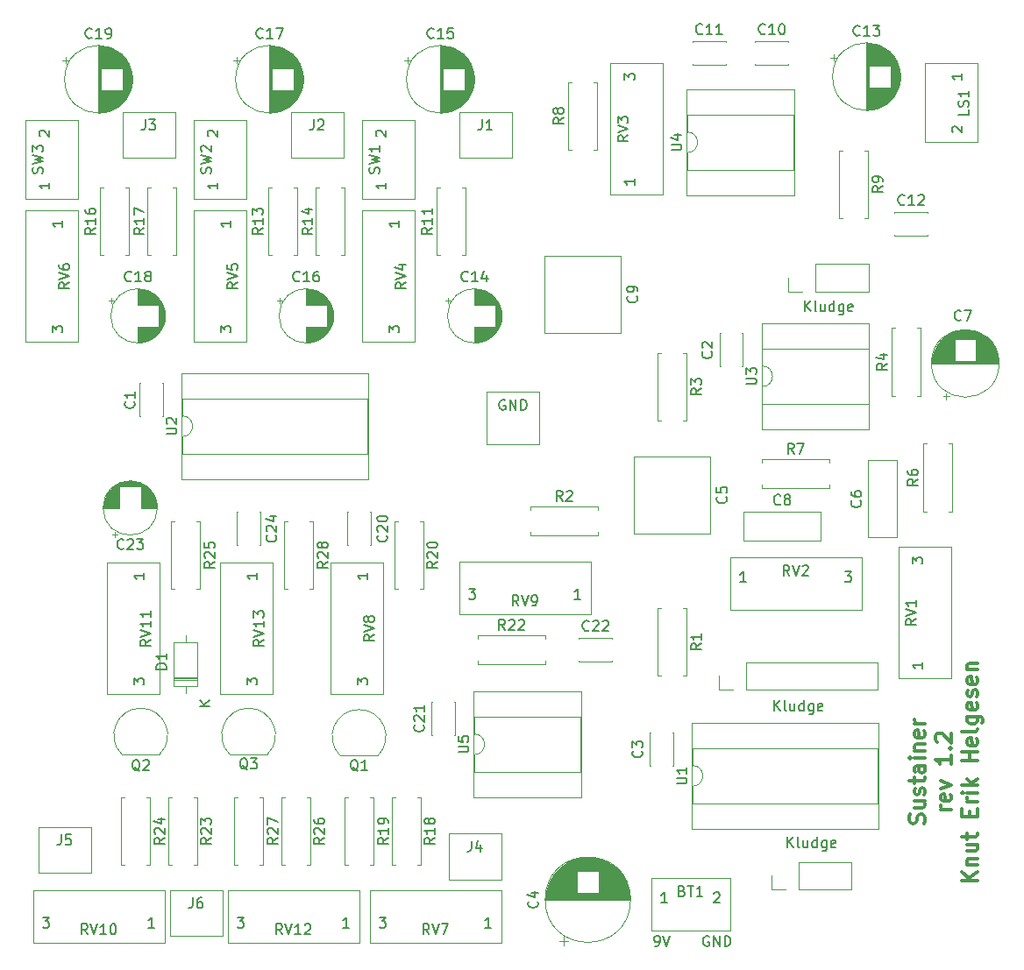
<source format=gbr>
G04 #@! TF.GenerationSoftware,KiCad,Pcbnew,5.1.5-52549c5~84~ubuntu18.04.1*
G04 #@! TF.CreationDate,2019-12-12T20:34:07+01:00*
G04 #@! TF.ProjectId,Sustainer,53757374-6169-46e6-9572-2e6b69636164,rev?*
G04 #@! TF.SameCoordinates,Original*
G04 #@! TF.FileFunction,Legend,Top*
G04 #@! TF.FilePolarity,Positive*
%FSLAX46Y46*%
G04 Gerber Fmt 4.6, Leading zero omitted, Abs format (unit mm)*
G04 Created by KiCad (PCBNEW 5.1.5-52549c5~84~ubuntu18.04.1) date 2019-12-12 20:34:07*
%MOMM*%
%LPD*%
G04 APERTURE LIST*
%ADD10C,0.300000*%
%ADD11C,0.150000*%
%ADD12C,0.120000*%
G04 APERTURE END LIST*
D10*
X170396142Y-136917285D02*
X170467571Y-136703000D01*
X170467571Y-136345857D01*
X170396142Y-136203000D01*
X170324714Y-136131571D01*
X170181857Y-136060142D01*
X170039000Y-136060142D01*
X169896142Y-136131571D01*
X169824714Y-136203000D01*
X169753285Y-136345857D01*
X169681857Y-136631571D01*
X169610428Y-136774428D01*
X169539000Y-136845857D01*
X169396142Y-136917285D01*
X169253285Y-136917285D01*
X169110428Y-136845857D01*
X169039000Y-136774428D01*
X168967571Y-136631571D01*
X168967571Y-136274428D01*
X169039000Y-136060142D01*
X169467571Y-134774428D02*
X170467571Y-134774428D01*
X169467571Y-135417285D02*
X170253285Y-135417285D01*
X170396142Y-135345857D01*
X170467571Y-135203000D01*
X170467571Y-134988714D01*
X170396142Y-134845857D01*
X170324714Y-134774428D01*
X170396142Y-134131571D02*
X170467571Y-133988714D01*
X170467571Y-133703000D01*
X170396142Y-133560142D01*
X170253285Y-133488714D01*
X170181857Y-133488714D01*
X170039000Y-133560142D01*
X169967571Y-133703000D01*
X169967571Y-133917285D01*
X169896142Y-134060142D01*
X169753285Y-134131571D01*
X169681857Y-134131571D01*
X169539000Y-134060142D01*
X169467571Y-133917285D01*
X169467571Y-133703000D01*
X169539000Y-133560142D01*
X169467571Y-133060142D02*
X169467571Y-132488714D01*
X168967571Y-132845857D02*
X170253285Y-132845857D01*
X170396142Y-132774428D01*
X170467571Y-132631571D01*
X170467571Y-132488714D01*
X170467571Y-131345857D02*
X169681857Y-131345857D01*
X169539000Y-131417285D01*
X169467571Y-131560142D01*
X169467571Y-131845857D01*
X169539000Y-131988714D01*
X170396142Y-131345857D02*
X170467571Y-131488714D01*
X170467571Y-131845857D01*
X170396142Y-131988714D01*
X170253285Y-132060142D01*
X170110428Y-132060142D01*
X169967571Y-131988714D01*
X169896142Y-131845857D01*
X169896142Y-131488714D01*
X169824714Y-131345857D01*
X170467571Y-130631571D02*
X169467571Y-130631571D01*
X168967571Y-130631571D02*
X169039000Y-130703000D01*
X169110428Y-130631571D01*
X169039000Y-130560142D01*
X168967571Y-130631571D01*
X169110428Y-130631571D01*
X169467571Y-129917285D02*
X170467571Y-129917285D01*
X169610428Y-129917285D02*
X169539000Y-129845857D01*
X169467571Y-129703000D01*
X169467571Y-129488714D01*
X169539000Y-129345857D01*
X169681857Y-129274428D01*
X170467571Y-129274428D01*
X170396142Y-127988714D02*
X170467571Y-128131571D01*
X170467571Y-128417285D01*
X170396142Y-128560142D01*
X170253285Y-128631571D01*
X169681857Y-128631571D01*
X169539000Y-128560142D01*
X169467571Y-128417285D01*
X169467571Y-128131571D01*
X169539000Y-127988714D01*
X169681857Y-127917285D01*
X169824714Y-127917285D01*
X169967571Y-128631571D01*
X170467571Y-127274428D02*
X169467571Y-127274428D01*
X169753285Y-127274428D02*
X169610428Y-127203000D01*
X169539000Y-127131571D01*
X169467571Y-126988714D01*
X169467571Y-126845857D01*
X173017571Y-135631571D02*
X172017571Y-135631571D01*
X172303285Y-135631571D02*
X172160428Y-135560142D01*
X172089000Y-135488714D01*
X172017571Y-135345857D01*
X172017571Y-135203000D01*
X172946142Y-134131571D02*
X173017571Y-134274428D01*
X173017571Y-134560142D01*
X172946142Y-134703000D01*
X172803285Y-134774428D01*
X172231857Y-134774428D01*
X172089000Y-134703000D01*
X172017571Y-134560142D01*
X172017571Y-134274428D01*
X172089000Y-134131571D01*
X172231857Y-134060142D01*
X172374714Y-134060142D01*
X172517571Y-134774428D01*
X172017571Y-133560142D02*
X173017571Y-133203000D01*
X172017571Y-132845857D01*
X173017571Y-130345857D02*
X173017571Y-131203000D01*
X173017571Y-130774428D02*
X171517571Y-130774428D01*
X171731857Y-130917285D01*
X171874714Y-131060142D01*
X171946142Y-131203000D01*
X172874714Y-129703000D02*
X172946142Y-129631571D01*
X173017571Y-129703000D01*
X172946142Y-129774428D01*
X172874714Y-129703000D01*
X173017571Y-129703000D01*
X171660428Y-129060142D02*
X171589000Y-128988714D01*
X171517571Y-128845857D01*
X171517571Y-128488714D01*
X171589000Y-128345857D01*
X171660428Y-128274428D01*
X171803285Y-128203000D01*
X171946142Y-128203000D01*
X172160428Y-128274428D01*
X173017571Y-129131571D01*
X173017571Y-128203000D01*
X175567571Y-142453000D02*
X174067571Y-142453000D01*
X175567571Y-141595857D02*
X174710428Y-142238714D01*
X174067571Y-141595857D02*
X174924714Y-142453000D01*
X174567571Y-140953000D02*
X175567571Y-140953000D01*
X174710428Y-140953000D02*
X174639000Y-140881571D01*
X174567571Y-140738714D01*
X174567571Y-140524428D01*
X174639000Y-140381571D01*
X174781857Y-140310142D01*
X175567571Y-140310142D01*
X174567571Y-138953000D02*
X175567571Y-138953000D01*
X174567571Y-139595857D02*
X175353285Y-139595857D01*
X175496142Y-139524428D01*
X175567571Y-139381571D01*
X175567571Y-139167285D01*
X175496142Y-139024428D01*
X175424714Y-138953000D01*
X174567571Y-138453000D02*
X174567571Y-137881571D01*
X174067571Y-138238714D02*
X175353285Y-138238714D01*
X175496142Y-138167285D01*
X175567571Y-138024428D01*
X175567571Y-137881571D01*
X174781857Y-136238714D02*
X174781857Y-135738714D01*
X175567571Y-135524428D02*
X175567571Y-136238714D01*
X174067571Y-136238714D01*
X174067571Y-135524428D01*
X175567571Y-134881571D02*
X174567571Y-134881571D01*
X174853285Y-134881571D02*
X174710428Y-134810142D01*
X174639000Y-134738714D01*
X174567571Y-134595857D01*
X174567571Y-134453000D01*
X175567571Y-133953000D02*
X174567571Y-133953000D01*
X174067571Y-133953000D02*
X174139000Y-134024428D01*
X174210428Y-133953000D01*
X174139000Y-133881571D01*
X174067571Y-133953000D01*
X174210428Y-133953000D01*
X175567571Y-133238714D02*
X174067571Y-133238714D01*
X174996142Y-133095857D02*
X175567571Y-132667285D01*
X174567571Y-132667285D02*
X175139000Y-133238714D01*
X175567571Y-130881571D02*
X174067571Y-130881571D01*
X174781857Y-130881571D02*
X174781857Y-130024428D01*
X175567571Y-130024428D02*
X174067571Y-130024428D01*
X175496142Y-128738714D02*
X175567571Y-128881571D01*
X175567571Y-129167285D01*
X175496142Y-129310142D01*
X175353285Y-129381571D01*
X174781857Y-129381571D01*
X174639000Y-129310142D01*
X174567571Y-129167285D01*
X174567571Y-128881571D01*
X174639000Y-128738714D01*
X174781857Y-128667285D01*
X174924714Y-128667285D01*
X175067571Y-129381571D01*
X175567571Y-127810142D02*
X175496142Y-127953000D01*
X175353285Y-128024428D01*
X174067571Y-128024428D01*
X174567571Y-126595857D02*
X175781857Y-126595857D01*
X175924714Y-126667285D01*
X175996142Y-126738714D01*
X176067571Y-126881571D01*
X176067571Y-127095857D01*
X175996142Y-127238714D01*
X175496142Y-126595857D02*
X175567571Y-126738714D01*
X175567571Y-127024428D01*
X175496142Y-127167285D01*
X175424714Y-127238714D01*
X175281857Y-127310142D01*
X174853285Y-127310142D01*
X174710428Y-127238714D01*
X174639000Y-127167285D01*
X174567571Y-127024428D01*
X174567571Y-126738714D01*
X174639000Y-126595857D01*
X175496142Y-125310142D02*
X175567571Y-125453000D01*
X175567571Y-125738714D01*
X175496142Y-125881571D01*
X175353285Y-125953000D01*
X174781857Y-125953000D01*
X174639000Y-125881571D01*
X174567571Y-125738714D01*
X174567571Y-125453000D01*
X174639000Y-125310142D01*
X174781857Y-125238714D01*
X174924714Y-125238714D01*
X175067571Y-125953000D01*
X175496142Y-124667285D02*
X175567571Y-124524428D01*
X175567571Y-124238714D01*
X175496142Y-124095857D01*
X175353285Y-124024428D01*
X175281857Y-124024428D01*
X175139000Y-124095857D01*
X175067571Y-124238714D01*
X175067571Y-124453000D01*
X174996142Y-124595857D01*
X174853285Y-124667285D01*
X174781857Y-124667285D01*
X174639000Y-124595857D01*
X174567571Y-124453000D01*
X174567571Y-124238714D01*
X174639000Y-124095857D01*
X175496142Y-122810142D02*
X175567571Y-122953000D01*
X175567571Y-123238714D01*
X175496142Y-123381571D01*
X175353285Y-123453000D01*
X174781857Y-123453000D01*
X174639000Y-123381571D01*
X174567571Y-123238714D01*
X174567571Y-122953000D01*
X174639000Y-122810142D01*
X174781857Y-122738714D01*
X174924714Y-122738714D01*
X175067571Y-123453000D01*
X174567571Y-122095857D02*
X175567571Y-122095857D01*
X174710428Y-122095857D02*
X174639000Y-122024428D01*
X174567571Y-121881571D01*
X174567571Y-121667285D01*
X174639000Y-121524428D01*
X174781857Y-121453000D01*
X175567571Y-121453000D01*
D11*
X157202476Y-139263380D02*
X157202476Y-138263380D01*
X157773904Y-139263380D02*
X157345333Y-138691952D01*
X157773904Y-138263380D02*
X157202476Y-138834809D01*
X158345333Y-139263380D02*
X158250095Y-139215761D01*
X158202476Y-139120523D01*
X158202476Y-138263380D01*
X159154857Y-138596714D02*
X159154857Y-139263380D01*
X158726285Y-138596714D02*
X158726285Y-139120523D01*
X158773904Y-139215761D01*
X158869142Y-139263380D01*
X159012000Y-139263380D01*
X159107238Y-139215761D01*
X159154857Y-139168142D01*
X160059619Y-139263380D02*
X160059619Y-138263380D01*
X160059619Y-139215761D02*
X159964380Y-139263380D01*
X159773904Y-139263380D01*
X159678666Y-139215761D01*
X159631047Y-139168142D01*
X159583428Y-139072904D01*
X159583428Y-138787190D01*
X159631047Y-138691952D01*
X159678666Y-138644333D01*
X159773904Y-138596714D01*
X159964380Y-138596714D01*
X160059619Y-138644333D01*
X160964380Y-138596714D02*
X160964380Y-139406238D01*
X160916761Y-139501476D01*
X160869142Y-139549095D01*
X160773904Y-139596714D01*
X160631047Y-139596714D01*
X160535809Y-139549095D01*
X160964380Y-139215761D02*
X160869142Y-139263380D01*
X160678666Y-139263380D01*
X160583428Y-139215761D01*
X160535809Y-139168142D01*
X160488190Y-139072904D01*
X160488190Y-138787190D01*
X160535809Y-138691952D01*
X160583428Y-138644333D01*
X160678666Y-138596714D01*
X160869142Y-138596714D01*
X160964380Y-138644333D01*
X161821523Y-139215761D02*
X161726285Y-139263380D01*
X161535809Y-139263380D01*
X161440571Y-139215761D01*
X161392952Y-139120523D01*
X161392952Y-138739571D01*
X161440571Y-138644333D01*
X161535809Y-138596714D01*
X161726285Y-138596714D01*
X161821523Y-138644333D01*
X161869142Y-138739571D01*
X161869142Y-138834809D01*
X161392952Y-138930047D01*
X155932476Y-126055380D02*
X155932476Y-125055380D01*
X156503904Y-126055380D02*
X156075333Y-125483952D01*
X156503904Y-125055380D02*
X155932476Y-125626809D01*
X157075333Y-126055380D02*
X156980095Y-126007761D01*
X156932476Y-125912523D01*
X156932476Y-125055380D01*
X157884857Y-125388714D02*
X157884857Y-126055380D01*
X157456285Y-125388714D02*
X157456285Y-125912523D01*
X157503904Y-126007761D01*
X157599142Y-126055380D01*
X157742000Y-126055380D01*
X157837238Y-126007761D01*
X157884857Y-125960142D01*
X158789619Y-126055380D02*
X158789619Y-125055380D01*
X158789619Y-126007761D02*
X158694380Y-126055380D01*
X158503904Y-126055380D01*
X158408666Y-126007761D01*
X158361047Y-125960142D01*
X158313428Y-125864904D01*
X158313428Y-125579190D01*
X158361047Y-125483952D01*
X158408666Y-125436333D01*
X158503904Y-125388714D01*
X158694380Y-125388714D01*
X158789619Y-125436333D01*
X159694380Y-125388714D02*
X159694380Y-126198238D01*
X159646761Y-126293476D01*
X159599142Y-126341095D01*
X159503904Y-126388714D01*
X159361047Y-126388714D01*
X159265809Y-126341095D01*
X159694380Y-126007761D02*
X159599142Y-126055380D01*
X159408666Y-126055380D01*
X159313428Y-126007761D01*
X159265809Y-125960142D01*
X159218190Y-125864904D01*
X159218190Y-125579190D01*
X159265809Y-125483952D01*
X159313428Y-125436333D01*
X159408666Y-125388714D01*
X159599142Y-125388714D01*
X159694380Y-125436333D01*
X160551523Y-126007761D02*
X160456285Y-126055380D01*
X160265809Y-126055380D01*
X160170571Y-126007761D01*
X160122952Y-125912523D01*
X160122952Y-125531571D01*
X160170571Y-125436333D01*
X160265809Y-125388714D01*
X160456285Y-125388714D01*
X160551523Y-125436333D01*
X160599142Y-125531571D01*
X160599142Y-125626809D01*
X160122952Y-125722047D01*
X158853476Y-87447380D02*
X158853476Y-86447380D01*
X159424904Y-87447380D02*
X158996333Y-86875952D01*
X159424904Y-86447380D02*
X158853476Y-87018809D01*
X159996333Y-87447380D02*
X159901095Y-87399761D01*
X159853476Y-87304523D01*
X159853476Y-86447380D01*
X160805857Y-86780714D02*
X160805857Y-87447380D01*
X160377285Y-86780714D02*
X160377285Y-87304523D01*
X160424904Y-87399761D01*
X160520142Y-87447380D01*
X160663000Y-87447380D01*
X160758238Y-87399761D01*
X160805857Y-87352142D01*
X161710619Y-87447380D02*
X161710619Y-86447380D01*
X161710619Y-87399761D02*
X161615380Y-87447380D01*
X161424904Y-87447380D01*
X161329666Y-87399761D01*
X161282047Y-87352142D01*
X161234428Y-87256904D01*
X161234428Y-86971190D01*
X161282047Y-86875952D01*
X161329666Y-86828333D01*
X161424904Y-86780714D01*
X161615380Y-86780714D01*
X161710619Y-86828333D01*
X162615380Y-86780714D02*
X162615380Y-87590238D01*
X162567761Y-87685476D01*
X162520142Y-87733095D01*
X162424904Y-87780714D01*
X162282047Y-87780714D01*
X162186809Y-87733095D01*
X162615380Y-87399761D02*
X162520142Y-87447380D01*
X162329666Y-87447380D01*
X162234428Y-87399761D01*
X162186809Y-87352142D01*
X162139190Y-87256904D01*
X162139190Y-86971190D01*
X162186809Y-86875952D01*
X162234428Y-86828333D01*
X162329666Y-86780714D01*
X162520142Y-86780714D01*
X162615380Y-86828333D01*
X163472523Y-87399761D02*
X163377285Y-87447380D01*
X163186809Y-87447380D01*
X163091571Y-87399761D01*
X163043952Y-87304523D01*
X163043952Y-86923571D01*
X163091571Y-86828333D01*
X163186809Y-86780714D01*
X163377285Y-86780714D01*
X163472523Y-86828333D01*
X163520142Y-86923571D01*
X163520142Y-87018809D01*
X163043952Y-87114047D01*
X149606095Y-147836000D02*
X149510857Y-147788380D01*
X149368000Y-147788380D01*
X149225142Y-147836000D01*
X149129904Y-147931238D01*
X149082285Y-148026476D01*
X149034666Y-148216952D01*
X149034666Y-148359809D01*
X149082285Y-148550285D01*
X149129904Y-148645523D01*
X149225142Y-148740761D01*
X149368000Y-148788380D01*
X149463238Y-148788380D01*
X149606095Y-148740761D01*
X149653714Y-148693142D01*
X149653714Y-148359809D01*
X149463238Y-148359809D01*
X150082285Y-148788380D02*
X150082285Y-147788380D01*
X150653714Y-148788380D01*
X150653714Y-147788380D01*
X151129904Y-148788380D02*
X151129904Y-147788380D01*
X151368000Y-147788380D01*
X151510857Y-147836000D01*
X151606095Y-147931238D01*
X151653714Y-148026476D01*
X151701333Y-148216952D01*
X151701333Y-148359809D01*
X151653714Y-148550285D01*
X151606095Y-148645523D01*
X151510857Y-148740761D01*
X151368000Y-148788380D01*
X151129904Y-148788380D01*
X144414952Y-148788380D02*
X144605428Y-148788380D01*
X144700666Y-148740761D01*
X144748285Y-148693142D01*
X144843523Y-148550285D01*
X144891142Y-148359809D01*
X144891142Y-147978857D01*
X144843523Y-147883619D01*
X144795904Y-147836000D01*
X144700666Y-147788380D01*
X144510190Y-147788380D01*
X144414952Y-147836000D01*
X144367333Y-147883619D01*
X144319714Y-147978857D01*
X144319714Y-148216952D01*
X144367333Y-148312190D01*
X144414952Y-148359809D01*
X144510190Y-148407428D01*
X144700666Y-148407428D01*
X144795904Y-148359809D01*
X144843523Y-148312190D01*
X144891142Y-148216952D01*
X145176857Y-147788380D02*
X145510190Y-148788380D01*
X145843523Y-147788380D01*
D12*
X167894000Y-122936000D02*
X172974000Y-122936000D01*
X172974000Y-122936000D02*
X172974000Y-110236000D01*
X172974000Y-110236000D02*
X167894000Y-110236000D01*
X167894000Y-110236000D02*
X167894000Y-122936000D01*
X96520000Y-111760000D02*
X91440000Y-111760000D01*
X91440000Y-111760000D02*
X91440000Y-124460000D01*
X91440000Y-124460000D02*
X96520000Y-124460000D01*
X96520000Y-124460000D02*
X96520000Y-111760000D01*
X128143000Y-95250000D02*
X128143000Y-100330000D01*
X128143000Y-100330000D02*
X133223000Y-100330000D01*
X133223000Y-100330000D02*
X133223000Y-95250000D01*
X133223000Y-95250000D02*
X128143000Y-95250000D01*
X157293000Y-85531000D02*
X157293000Y-84201000D01*
X158623000Y-85531000D02*
X157293000Y-85531000D01*
X159893000Y-85531000D02*
X159893000Y-82871000D01*
X159893000Y-82871000D02*
X165033000Y-82871000D01*
X159893000Y-85531000D02*
X165033000Y-85531000D01*
X165033000Y-85531000D02*
X165033000Y-82871000D01*
X155642000Y-143316000D02*
X155642000Y-141986000D01*
X156972000Y-143316000D02*
X155642000Y-143316000D01*
X158242000Y-143316000D02*
X158242000Y-140656000D01*
X158242000Y-140656000D02*
X163382000Y-140656000D01*
X158242000Y-143316000D02*
X163382000Y-143316000D01*
X163382000Y-143316000D02*
X163382000Y-140656000D01*
X150562000Y-124012000D02*
X150562000Y-122682000D01*
X151892000Y-124012000D02*
X150562000Y-124012000D01*
X153162000Y-124012000D02*
X153162000Y-121352000D01*
X153162000Y-121352000D02*
X165922000Y-121352000D01*
X153162000Y-124012000D02*
X165922000Y-124012000D01*
X165922000Y-124012000D02*
X165922000Y-121352000D01*
X94703000Y-97612000D02*
X94638000Y-97612000D01*
X96878000Y-97612000D02*
X96813000Y-97612000D01*
X94703000Y-94372000D02*
X94638000Y-94372000D01*
X96878000Y-94372000D02*
X96813000Y-94372000D01*
X94638000Y-94372000D02*
X94638000Y-97612000D01*
X96878000Y-94372000D02*
X96878000Y-97612000D01*
X152885000Y-89546000D02*
X152885000Y-92786000D01*
X150645000Y-89546000D02*
X150645000Y-92786000D01*
X152885000Y-89546000D02*
X152820000Y-89546000D01*
X150710000Y-89546000D02*
X150645000Y-89546000D01*
X152885000Y-92786000D02*
X152820000Y-92786000D01*
X150710000Y-92786000D02*
X150645000Y-92786000D01*
X143979000Y-131394000D02*
X143914000Y-131394000D01*
X146154000Y-131394000D02*
X146089000Y-131394000D01*
X143979000Y-128154000D02*
X143914000Y-128154000D01*
X146154000Y-128154000D02*
X146089000Y-128154000D01*
X143914000Y-128154000D02*
X143914000Y-131394000D01*
X146154000Y-128154000D02*
X146154000Y-131394000D01*
X142042000Y-144300000D02*
G75*
G03X142042000Y-144300000I-4120000J0D01*
G01*
X133842000Y-144300000D02*
X142002000Y-144300000D01*
X133842000Y-144260000D02*
X142002000Y-144260000D01*
X133842000Y-144220000D02*
X142002000Y-144220000D01*
X133843000Y-144180000D02*
X142001000Y-144180000D01*
X133845000Y-144140000D02*
X141999000Y-144140000D01*
X133846000Y-144100000D02*
X141998000Y-144100000D01*
X133848000Y-144060000D02*
X141996000Y-144060000D01*
X133851000Y-144020000D02*
X141993000Y-144020000D01*
X133854000Y-143980000D02*
X141990000Y-143980000D01*
X133857000Y-143940000D02*
X141987000Y-143940000D01*
X133861000Y-143900000D02*
X141983000Y-143900000D01*
X133865000Y-143860000D02*
X141979000Y-143860000D01*
X133870000Y-143820000D02*
X141974000Y-143820000D01*
X133874000Y-143780000D02*
X141970000Y-143780000D01*
X133880000Y-143740000D02*
X141964000Y-143740000D01*
X133885000Y-143700000D02*
X141959000Y-143700000D01*
X133892000Y-143660000D02*
X141952000Y-143660000D01*
X133898000Y-143620000D02*
X141946000Y-143620000D01*
X133905000Y-143579000D02*
X136882000Y-143579000D01*
X138962000Y-143579000D02*
X141939000Y-143579000D01*
X133912000Y-143539000D02*
X136882000Y-143539000D01*
X138962000Y-143539000D02*
X141932000Y-143539000D01*
X133920000Y-143499000D02*
X136882000Y-143499000D01*
X138962000Y-143499000D02*
X141924000Y-143499000D01*
X133928000Y-143459000D02*
X136882000Y-143459000D01*
X138962000Y-143459000D02*
X141916000Y-143459000D01*
X133937000Y-143419000D02*
X136882000Y-143419000D01*
X138962000Y-143419000D02*
X141907000Y-143419000D01*
X133946000Y-143379000D02*
X136882000Y-143379000D01*
X138962000Y-143379000D02*
X141898000Y-143379000D01*
X133955000Y-143339000D02*
X136882000Y-143339000D01*
X138962000Y-143339000D02*
X141889000Y-143339000D01*
X133965000Y-143299000D02*
X136882000Y-143299000D01*
X138962000Y-143299000D02*
X141879000Y-143299000D01*
X133975000Y-143259000D02*
X136882000Y-143259000D01*
X138962000Y-143259000D02*
X141869000Y-143259000D01*
X133986000Y-143219000D02*
X136882000Y-143219000D01*
X138962000Y-143219000D02*
X141858000Y-143219000D01*
X133997000Y-143179000D02*
X136882000Y-143179000D01*
X138962000Y-143179000D02*
X141847000Y-143179000D01*
X134008000Y-143139000D02*
X136882000Y-143139000D01*
X138962000Y-143139000D02*
X141836000Y-143139000D01*
X134020000Y-143099000D02*
X136882000Y-143099000D01*
X138962000Y-143099000D02*
X141824000Y-143099000D01*
X134033000Y-143059000D02*
X136882000Y-143059000D01*
X138962000Y-143059000D02*
X141811000Y-143059000D01*
X134045000Y-143019000D02*
X136882000Y-143019000D01*
X138962000Y-143019000D02*
X141799000Y-143019000D01*
X134059000Y-142979000D02*
X136882000Y-142979000D01*
X138962000Y-142979000D02*
X141785000Y-142979000D01*
X134072000Y-142939000D02*
X136882000Y-142939000D01*
X138962000Y-142939000D02*
X141772000Y-142939000D01*
X134087000Y-142899000D02*
X136882000Y-142899000D01*
X138962000Y-142899000D02*
X141757000Y-142899000D01*
X134101000Y-142859000D02*
X136882000Y-142859000D01*
X138962000Y-142859000D02*
X141743000Y-142859000D01*
X134117000Y-142819000D02*
X136882000Y-142819000D01*
X138962000Y-142819000D02*
X141727000Y-142819000D01*
X134132000Y-142779000D02*
X136882000Y-142779000D01*
X138962000Y-142779000D02*
X141712000Y-142779000D01*
X134148000Y-142739000D02*
X136882000Y-142739000D01*
X138962000Y-142739000D02*
X141696000Y-142739000D01*
X134165000Y-142699000D02*
X136882000Y-142699000D01*
X138962000Y-142699000D02*
X141679000Y-142699000D01*
X134182000Y-142659000D02*
X136882000Y-142659000D01*
X138962000Y-142659000D02*
X141662000Y-142659000D01*
X134200000Y-142619000D02*
X136882000Y-142619000D01*
X138962000Y-142619000D02*
X141644000Y-142619000D01*
X134218000Y-142579000D02*
X136882000Y-142579000D01*
X138962000Y-142579000D02*
X141626000Y-142579000D01*
X134236000Y-142539000D02*
X136882000Y-142539000D01*
X138962000Y-142539000D02*
X141608000Y-142539000D01*
X134256000Y-142499000D02*
X136882000Y-142499000D01*
X138962000Y-142499000D02*
X141588000Y-142499000D01*
X134275000Y-142459000D02*
X136882000Y-142459000D01*
X138962000Y-142459000D02*
X141569000Y-142459000D01*
X134295000Y-142419000D02*
X136882000Y-142419000D01*
X138962000Y-142419000D02*
X141549000Y-142419000D01*
X134316000Y-142379000D02*
X136882000Y-142379000D01*
X138962000Y-142379000D02*
X141528000Y-142379000D01*
X134338000Y-142339000D02*
X136882000Y-142339000D01*
X138962000Y-142339000D02*
X141506000Y-142339000D01*
X134360000Y-142299000D02*
X136882000Y-142299000D01*
X138962000Y-142299000D02*
X141484000Y-142299000D01*
X134382000Y-142259000D02*
X136882000Y-142259000D01*
X138962000Y-142259000D02*
X141462000Y-142259000D01*
X134405000Y-142219000D02*
X136882000Y-142219000D01*
X138962000Y-142219000D02*
X141439000Y-142219000D01*
X134429000Y-142179000D02*
X136882000Y-142179000D01*
X138962000Y-142179000D02*
X141415000Y-142179000D01*
X134453000Y-142139000D02*
X136882000Y-142139000D01*
X138962000Y-142139000D02*
X141391000Y-142139000D01*
X134478000Y-142099000D02*
X136882000Y-142099000D01*
X138962000Y-142099000D02*
X141366000Y-142099000D01*
X134504000Y-142059000D02*
X136882000Y-142059000D01*
X138962000Y-142059000D02*
X141340000Y-142059000D01*
X134530000Y-142019000D02*
X136882000Y-142019000D01*
X138962000Y-142019000D02*
X141314000Y-142019000D01*
X134557000Y-141979000D02*
X136882000Y-141979000D01*
X138962000Y-141979000D02*
X141287000Y-141979000D01*
X134584000Y-141939000D02*
X136882000Y-141939000D01*
X138962000Y-141939000D02*
X141260000Y-141939000D01*
X134613000Y-141899000D02*
X136882000Y-141899000D01*
X138962000Y-141899000D02*
X141231000Y-141899000D01*
X134642000Y-141859000D02*
X136882000Y-141859000D01*
X138962000Y-141859000D02*
X141202000Y-141859000D01*
X134672000Y-141819000D02*
X136882000Y-141819000D01*
X138962000Y-141819000D02*
X141172000Y-141819000D01*
X134702000Y-141779000D02*
X136882000Y-141779000D01*
X138962000Y-141779000D02*
X141142000Y-141779000D01*
X134733000Y-141739000D02*
X136882000Y-141739000D01*
X138962000Y-141739000D02*
X141111000Y-141739000D01*
X134766000Y-141699000D02*
X136882000Y-141699000D01*
X138962000Y-141699000D02*
X141078000Y-141699000D01*
X134798000Y-141659000D02*
X136882000Y-141659000D01*
X138962000Y-141659000D02*
X141046000Y-141659000D01*
X134832000Y-141619000D02*
X136882000Y-141619000D01*
X138962000Y-141619000D02*
X141012000Y-141619000D01*
X134867000Y-141579000D02*
X136882000Y-141579000D01*
X138962000Y-141579000D02*
X140977000Y-141579000D01*
X134903000Y-141539000D02*
X136882000Y-141539000D01*
X138962000Y-141539000D02*
X140941000Y-141539000D01*
X134939000Y-141499000D02*
X140905000Y-141499000D01*
X134977000Y-141459000D02*
X140867000Y-141459000D01*
X135015000Y-141419000D02*
X140829000Y-141419000D01*
X135055000Y-141379000D02*
X140789000Y-141379000D01*
X135096000Y-141339000D02*
X140748000Y-141339000D01*
X135138000Y-141299000D02*
X140706000Y-141299000D01*
X135181000Y-141259000D02*
X140663000Y-141259000D01*
X135225000Y-141219000D02*
X140619000Y-141219000D01*
X135271000Y-141179000D02*
X140573000Y-141179000D01*
X135318000Y-141139000D02*
X140526000Y-141139000D01*
X135366000Y-141099000D02*
X140478000Y-141099000D01*
X135417000Y-141059000D02*
X140427000Y-141059000D01*
X135468000Y-141019000D02*
X140376000Y-141019000D01*
X135522000Y-140979000D02*
X140322000Y-140979000D01*
X135577000Y-140939000D02*
X140267000Y-140939000D01*
X135635000Y-140899000D02*
X140209000Y-140899000D01*
X135694000Y-140859000D02*
X140150000Y-140859000D01*
X135756000Y-140819000D02*
X140088000Y-140819000D01*
X135820000Y-140779000D02*
X140024000Y-140779000D01*
X135888000Y-140739000D02*
X139956000Y-140739000D01*
X135958000Y-140699000D02*
X139886000Y-140699000D01*
X136032000Y-140659000D02*
X139812000Y-140659000D01*
X136109000Y-140619000D02*
X139735000Y-140619000D01*
X136191000Y-140579000D02*
X139653000Y-140579000D01*
X136277000Y-140539000D02*
X139567000Y-140539000D01*
X136370000Y-140499000D02*
X139474000Y-140499000D01*
X136469000Y-140459000D02*
X139375000Y-140459000D01*
X136576000Y-140419000D02*
X139268000Y-140419000D01*
X136693000Y-140379000D02*
X139151000Y-140379000D01*
X136824000Y-140339000D02*
X139020000Y-140339000D01*
X136974000Y-140299000D02*
X138870000Y-140299000D01*
X137154000Y-140259000D02*
X138690000Y-140259000D01*
X137389000Y-140219000D02*
X138455000Y-140219000D01*
X135607000Y-148709698D02*
X135607000Y-147909698D01*
X135207000Y-148309698D02*
X136007000Y-148309698D01*
X149770000Y-101476000D02*
X149770000Y-108916000D01*
X142330000Y-101476000D02*
X142330000Y-108916000D01*
X149770000Y-101476000D02*
X142330000Y-101476000D01*
X149770000Y-108916000D02*
X142330000Y-108916000D01*
X165000000Y-101857000D02*
X167740000Y-101857000D01*
X165000000Y-109297000D02*
X167740000Y-109297000D01*
X167740000Y-109297000D02*
X167740000Y-101857000D01*
X165000000Y-109297000D02*
X165000000Y-101857000D01*
X172217000Y-95661241D02*
X172847000Y-95661241D01*
X172532000Y-95976241D02*
X172532000Y-95346241D01*
X173969000Y-89235000D02*
X174773000Y-89235000D01*
X173738000Y-89275000D02*
X175004000Y-89275000D01*
X173569000Y-89315000D02*
X175173000Y-89315000D01*
X173431000Y-89355000D02*
X175311000Y-89355000D01*
X173312000Y-89395000D02*
X175430000Y-89395000D01*
X173206000Y-89435000D02*
X175536000Y-89435000D01*
X173109000Y-89475000D02*
X175633000Y-89475000D01*
X173021000Y-89515000D02*
X175721000Y-89515000D01*
X172939000Y-89555000D02*
X175803000Y-89555000D01*
X172862000Y-89595000D02*
X175880000Y-89595000D01*
X172790000Y-89635000D02*
X175952000Y-89635000D01*
X172721000Y-89675000D02*
X176021000Y-89675000D01*
X172657000Y-89715000D02*
X176085000Y-89715000D01*
X172595000Y-89755000D02*
X176147000Y-89755000D01*
X172537000Y-89795000D02*
X176205000Y-89795000D01*
X172481000Y-89835000D02*
X176261000Y-89835000D01*
X172427000Y-89875000D02*
X176315000Y-89875000D01*
X172376000Y-89915000D02*
X176366000Y-89915000D01*
X172327000Y-89955000D02*
X176415000Y-89955000D01*
X172279000Y-89995000D02*
X176463000Y-89995000D01*
X172234000Y-90035000D02*
X176508000Y-90035000D01*
X172189000Y-90075000D02*
X176553000Y-90075000D01*
X172147000Y-90115000D02*
X176595000Y-90115000D01*
X172106000Y-90155000D02*
X176636000Y-90155000D01*
X175411000Y-90195000D02*
X176676000Y-90195000D01*
X172066000Y-90195000D02*
X173331000Y-90195000D01*
X175411000Y-90235000D02*
X176714000Y-90235000D01*
X172028000Y-90235000D02*
X173331000Y-90235000D01*
X175411000Y-90275000D02*
X176751000Y-90275000D01*
X171991000Y-90275000D02*
X173331000Y-90275000D01*
X175411000Y-90315000D02*
X176787000Y-90315000D01*
X171955000Y-90315000D02*
X173331000Y-90315000D01*
X175411000Y-90355000D02*
X176821000Y-90355000D01*
X171921000Y-90355000D02*
X173331000Y-90355000D01*
X175411000Y-90395000D02*
X176855000Y-90395000D01*
X171887000Y-90395000D02*
X173331000Y-90395000D01*
X175411000Y-90435000D02*
X176887000Y-90435000D01*
X171855000Y-90435000D02*
X173331000Y-90435000D01*
X175411000Y-90475000D02*
X176919000Y-90475000D01*
X171823000Y-90475000D02*
X173331000Y-90475000D01*
X175411000Y-90515000D02*
X176949000Y-90515000D01*
X171793000Y-90515000D02*
X173331000Y-90515000D01*
X175411000Y-90555000D02*
X176978000Y-90555000D01*
X171764000Y-90555000D02*
X173331000Y-90555000D01*
X175411000Y-90595000D02*
X177007000Y-90595000D01*
X171735000Y-90595000D02*
X173331000Y-90595000D01*
X175411000Y-90635000D02*
X177035000Y-90635000D01*
X171707000Y-90635000D02*
X173331000Y-90635000D01*
X175411000Y-90675000D02*
X177061000Y-90675000D01*
X171681000Y-90675000D02*
X173331000Y-90675000D01*
X175411000Y-90715000D02*
X177087000Y-90715000D01*
X171655000Y-90715000D02*
X173331000Y-90715000D01*
X175411000Y-90755000D02*
X177113000Y-90755000D01*
X171629000Y-90755000D02*
X173331000Y-90755000D01*
X175411000Y-90795000D02*
X177137000Y-90795000D01*
X171605000Y-90795000D02*
X173331000Y-90795000D01*
X175411000Y-90835000D02*
X177161000Y-90835000D01*
X171581000Y-90835000D02*
X173331000Y-90835000D01*
X175411000Y-90875000D02*
X177183000Y-90875000D01*
X171559000Y-90875000D02*
X173331000Y-90875000D01*
X175411000Y-90915000D02*
X177205000Y-90915000D01*
X171537000Y-90915000D02*
X173331000Y-90915000D01*
X175411000Y-90955000D02*
X177227000Y-90955000D01*
X171515000Y-90955000D02*
X173331000Y-90955000D01*
X175411000Y-90995000D02*
X177247000Y-90995000D01*
X171495000Y-90995000D02*
X173331000Y-90995000D01*
X175411000Y-91035000D02*
X177267000Y-91035000D01*
X171475000Y-91035000D02*
X173331000Y-91035000D01*
X175411000Y-91075000D02*
X177287000Y-91075000D01*
X171455000Y-91075000D02*
X173331000Y-91075000D01*
X175411000Y-91115000D02*
X177305000Y-91115000D01*
X171437000Y-91115000D02*
X173331000Y-91115000D01*
X175411000Y-91155000D02*
X177323000Y-91155000D01*
X171419000Y-91155000D02*
X173331000Y-91155000D01*
X175411000Y-91195000D02*
X177341000Y-91195000D01*
X171401000Y-91195000D02*
X173331000Y-91195000D01*
X175411000Y-91235000D02*
X177357000Y-91235000D01*
X171385000Y-91235000D02*
X173331000Y-91235000D01*
X175411000Y-91275000D02*
X177373000Y-91275000D01*
X171369000Y-91275000D02*
X173331000Y-91275000D01*
X175411000Y-91315000D02*
X177389000Y-91315000D01*
X171353000Y-91315000D02*
X173331000Y-91315000D01*
X175411000Y-91355000D02*
X177404000Y-91355000D01*
X171338000Y-91355000D02*
X173331000Y-91355000D01*
X175411000Y-91395000D02*
X177418000Y-91395000D01*
X171324000Y-91395000D02*
X173331000Y-91395000D01*
X175411000Y-91435000D02*
X177432000Y-91435000D01*
X171310000Y-91435000D02*
X173331000Y-91435000D01*
X175411000Y-91475000D02*
X177445000Y-91475000D01*
X171297000Y-91475000D02*
X173331000Y-91475000D01*
X175411000Y-91515000D02*
X177457000Y-91515000D01*
X171285000Y-91515000D02*
X173331000Y-91515000D01*
X175411000Y-91555000D02*
X177469000Y-91555000D01*
X171273000Y-91555000D02*
X173331000Y-91555000D01*
X175411000Y-91595000D02*
X177481000Y-91595000D01*
X171261000Y-91595000D02*
X173331000Y-91595000D01*
X175411000Y-91635000D02*
X177492000Y-91635000D01*
X171250000Y-91635000D02*
X173331000Y-91635000D01*
X175411000Y-91675000D02*
X177502000Y-91675000D01*
X171240000Y-91675000D02*
X173331000Y-91675000D01*
X175411000Y-91715000D02*
X177512000Y-91715000D01*
X171230000Y-91715000D02*
X173331000Y-91715000D01*
X175411000Y-91755000D02*
X177521000Y-91755000D01*
X171221000Y-91755000D02*
X173331000Y-91755000D01*
X175411000Y-91796000D02*
X177530000Y-91796000D01*
X171212000Y-91796000D02*
X173331000Y-91796000D01*
X175411000Y-91836000D02*
X177538000Y-91836000D01*
X171204000Y-91836000D02*
X173331000Y-91836000D01*
X175411000Y-91876000D02*
X177546000Y-91876000D01*
X171196000Y-91876000D02*
X173331000Y-91876000D01*
X175411000Y-91916000D02*
X177553000Y-91916000D01*
X171189000Y-91916000D02*
X173331000Y-91916000D01*
X175411000Y-91956000D02*
X177560000Y-91956000D01*
X171182000Y-91956000D02*
X173331000Y-91956000D01*
X175411000Y-91996000D02*
X177566000Y-91996000D01*
X171176000Y-91996000D02*
X173331000Y-91996000D01*
X175411000Y-92036000D02*
X177572000Y-92036000D01*
X171170000Y-92036000D02*
X173331000Y-92036000D01*
X175411000Y-92076000D02*
X177577000Y-92076000D01*
X171165000Y-92076000D02*
X173331000Y-92076000D01*
X175411000Y-92116000D02*
X177582000Y-92116000D01*
X171160000Y-92116000D02*
X173331000Y-92116000D01*
X175411000Y-92156000D02*
X177586000Y-92156000D01*
X171156000Y-92156000D02*
X173331000Y-92156000D01*
X175411000Y-92196000D02*
X177589000Y-92196000D01*
X171153000Y-92196000D02*
X173331000Y-92196000D01*
X175411000Y-92236000D02*
X177593000Y-92236000D01*
X171149000Y-92236000D02*
X173331000Y-92236000D01*
X171147000Y-92276000D02*
X177595000Y-92276000D01*
X171144000Y-92316000D02*
X177598000Y-92316000D01*
X171143000Y-92356000D02*
X177599000Y-92356000D01*
X171141000Y-92396000D02*
X177601000Y-92396000D01*
X171141000Y-92436000D02*
X177601000Y-92436000D01*
X171141000Y-92476000D02*
X177601000Y-92476000D01*
X177641000Y-92476000D02*
G75*
G03X177641000Y-92476000I-3270000J0D01*
G01*
X152958000Y-106834000D02*
X160398000Y-106834000D01*
X152958000Y-109574000D02*
X160398000Y-109574000D01*
X152958000Y-106834000D02*
X152958000Y-109574000D01*
X160398000Y-106834000D02*
X160398000Y-109574000D01*
X141134000Y-89532000D02*
X133694000Y-89532000D01*
X141134000Y-82092000D02*
X133694000Y-82092000D01*
X133694000Y-82092000D02*
X133694000Y-89532000D01*
X141134000Y-82092000D02*
X141134000Y-89532000D01*
X157302000Y-63539000D02*
X157302000Y-63604000D01*
X157302000Y-61364000D02*
X157302000Y-61429000D01*
X154062000Y-63539000D02*
X154062000Y-63604000D01*
X154062000Y-61364000D02*
X154062000Y-61429000D01*
X154062000Y-63604000D02*
X157302000Y-63604000D01*
X154062000Y-61364000D02*
X157302000Y-61364000D01*
X148006000Y-61364000D02*
X151246000Y-61364000D01*
X148006000Y-63604000D02*
X151246000Y-63604000D01*
X148006000Y-61364000D02*
X148006000Y-61429000D01*
X148006000Y-63539000D02*
X148006000Y-63604000D01*
X151246000Y-61364000D02*
X151246000Y-61429000D01*
X151246000Y-63539000D02*
X151246000Y-63604000D01*
X167524000Y-77874000D02*
X170764000Y-77874000D01*
X167524000Y-80114000D02*
X170764000Y-80114000D01*
X167524000Y-77874000D02*
X167524000Y-77939000D01*
X167524000Y-80049000D02*
X167524000Y-80114000D01*
X170764000Y-77874000D02*
X170764000Y-77939000D01*
X170764000Y-80049000D02*
X170764000Y-80114000D01*
X168096000Y-64770000D02*
G75*
G03X168096000Y-64770000I-3270000J0D01*
G01*
X164826000Y-61540000D02*
X164826000Y-68000000D01*
X164866000Y-61540000D02*
X164866000Y-68000000D01*
X164906000Y-61540000D02*
X164906000Y-68000000D01*
X164946000Y-61542000D02*
X164946000Y-67998000D01*
X164986000Y-61543000D02*
X164986000Y-67997000D01*
X165026000Y-61546000D02*
X165026000Y-67994000D01*
X165066000Y-61548000D02*
X165066000Y-63730000D01*
X165066000Y-65810000D02*
X165066000Y-67992000D01*
X165106000Y-61552000D02*
X165106000Y-63730000D01*
X165106000Y-65810000D02*
X165106000Y-67988000D01*
X165146000Y-61555000D02*
X165146000Y-63730000D01*
X165146000Y-65810000D02*
X165146000Y-67985000D01*
X165186000Y-61559000D02*
X165186000Y-63730000D01*
X165186000Y-65810000D02*
X165186000Y-67981000D01*
X165226000Y-61564000D02*
X165226000Y-63730000D01*
X165226000Y-65810000D02*
X165226000Y-67976000D01*
X165266000Y-61569000D02*
X165266000Y-63730000D01*
X165266000Y-65810000D02*
X165266000Y-67971000D01*
X165306000Y-61575000D02*
X165306000Y-63730000D01*
X165306000Y-65810000D02*
X165306000Y-67965000D01*
X165346000Y-61581000D02*
X165346000Y-63730000D01*
X165346000Y-65810000D02*
X165346000Y-67959000D01*
X165386000Y-61588000D02*
X165386000Y-63730000D01*
X165386000Y-65810000D02*
X165386000Y-67952000D01*
X165426000Y-61595000D02*
X165426000Y-63730000D01*
X165426000Y-65810000D02*
X165426000Y-67945000D01*
X165466000Y-61603000D02*
X165466000Y-63730000D01*
X165466000Y-65810000D02*
X165466000Y-67937000D01*
X165506000Y-61611000D02*
X165506000Y-63730000D01*
X165506000Y-65810000D02*
X165506000Y-67929000D01*
X165547000Y-61620000D02*
X165547000Y-63730000D01*
X165547000Y-65810000D02*
X165547000Y-67920000D01*
X165587000Y-61629000D02*
X165587000Y-63730000D01*
X165587000Y-65810000D02*
X165587000Y-67911000D01*
X165627000Y-61639000D02*
X165627000Y-63730000D01*
X165627000Y-65810000D02*
X165627000Y-67901000D01*
X165667000Y-61649000D02*
X165667000Y-63730000D01*
X165667000Y-65810000D02*
X165667000Y-67891000D01*
X165707000Y-61660000D02*
X165707000Y-63730000D01*
X165707000Y-65810000D02*
X165707000Y-67880000D01*
X165747000Y-61672000D02*
X165747000Y-63730000D01*
X165747000Y-65810000D02*
X165747000Y-67868000D01*
X165787000Y-61684000D02*
X165787000Y-63730000D01*
X165787000Y-65810000D02*
X165787000Y-67856000D01*
X165827000Y-61696000D02*
X165827000Y-63730000D01*
X165827000Y-65810000D02*
X165827000Y-67844000D01*
X165867000Y-61709000D02*
X165867000Y-63730000D01*
X165867000Y-65810000D02*
X165867000Y-67831000D01*
X165907000Y-61723000D02*
X165907000Y-63730000D01*
X165907000Y-65810000D02*
X165907000Y-67817000D01*
X165947000Y-61737000D02*
X165947000Y-63730000D01*
X165947000Y-65810000D02*
X165947000Y-67803000D01*
X165987000Y-61752000D02*
X165987000Y-63730000D01*
X165987000Y-65810000D02*
X165987000Y-67788000D01*
X166027000Y-61768000D02*
X166027000Y-63730000D01*
X166027000Y-65810000D02*
X166027000Y-67772000D01*
X166067000Y-61784000D02*
X166067000Y-63730000D01*
X166067000Y-65810000D02*
X166067000Y-67756000D01*
X166107000Y-61800000D02*
X166107000Y-63730000D01*
X166107000Y-65810000D02*
X166107000Y-67740000D01*
X166147000Y-61818000D02*
X166147000Y-63730000D01*
X166147000Y-65810000D02*
X166147000Y-67722000D01*
X166187000Y-61836000D02*
X166187000Y-63730000D01*
X166187000Y-65810000D02*
X166187000Y-67704000D01*
X166227000Y-61854000D02*
X166227000Y-63730000D01*
X166227000Y-65810000D02*
X166227000Y-67686000D01*
X166267000Y-61874000D02*
X166267000Y-63730000D01*
X166267000Y-65810000D02*
X166267000Y-67666000D01*
X166307000Y-61894000D02*
X166307000Y-63730000D01*
X166307000Y-65810000D02*
X166307000Y-67646000D01*
X166347000Y-61914000D02*
X166347000Y-63730000D01*
X166347000Y-65810000D02*
X166347000Y-67626000D01*
X166387000Y-61936000D02*
X166387000Y-63730000D01*
X166387000Y-65810000D02*
X166387000Y-67604000D01*
X166427000Y-61958000D02*
X166427000Y-63730000D01*
X166427000Y-65810000D02*
X166427000Y-67582000D01*
X166467000Y-61980000D02*
X166467000Y-63730000D01*
X166467000Y-65810000D02*
X166467000Y-67560000D01*
X166507000Y-62004000D02*
X166507000Y-63730000D01*
X166507000Y-65810000D02*
X166507000Y-67536000D01*
X166547000Y-62028000D02*
X166547000Y-63730000D01*
X166547000Y-65810000D02*
X166547000Y-67512000D01*
X166587000Y-62054000D02*
X166587000Y-63730000D01*
X166587000Y-65810000D02*
X166587000Y-67486000D01*
X166627000Y-62080000D02*
X166627000Y-63730000D01*
X166627000Y-65810000D02*
X166627000Y-67460000D01*
X166667000Y-62106000D02*
X166667000Y-63730000D01*
X166667000Y-65810000D02*
X166667000Y-67434000D01*
X166707000Y-62134000D02*
X166707000Y-63730000D01*
X166707000Y-65810000D02*
X166707000Y-67406000D01*
X166747000Y-62163000D02*
X166747000Y-63730000D01*
X166747000Y-65810000D02*
X166747000Y-67377000D01*
X166787000Y-62192000D02*
X166787000Y-63730000D01*
X166787000Y-65810000D02*
X166787000Y-67348000D01*
X166827000Y-62222000D02*
X166827000Y-63730000D01*
X166827000Y-65810000D02*
X166827000Y-67318000D01*
X166867000Y-62254000D02*
X166867000Y-63730000D01*
X166867000Y-65810000D02*
X166867000Y-67286000D01*
X166907000Y-62286000D02*
X166907000Y-63730000D01*
X166907000Y-65810000D02*
X166907000Y-67254000D01*
X166947000Y-62320000D02*
X166947000Y-63730000D01*
X166947000Y-65810000D02*
X166947000Y-67220000D01*
X166987000Y-62354000D02*
X166987000Y-63730000D01*
X166987000Y-65810000D02*
X166987000Y-67186000D01*
X167027000Y-62390000D02*
X167027000Y-63730000D01*
X167027000Y-65810000D02*
X167027000Y-67150000D01*
X167067000Y-62427000D02*
X167067000Y-63730000D01*
X167067000Y-65810000D02*
X167067000Y-67113000D01*
X167107000Y-62465000D02*
X167107000Y-63730000D01*
X167107000Y-65810000D02*
X167107000Y-67075000D01*
X167147000Y-62505000D02*
X167147000Y-67035000D01*
X167187000Y-62546000D02*
X167187000Y-66994000D01*
X167227000Y-62588000D02*
X167227000Y-66952000D01*
X167267000Y-62633000D02*
X167267000Y-66907000D01*
X167307000Y-62678000D02*
X167307000Y-66862000D01*
X167347000Y-62726000D02*
X167347000Y-66814000D01*
X167387000Y-62775000D02*
X167387000Y-66765000D01*
X167427000Y-62826000D02*
X167427000Y-66714000D01*
X167467000Y-62880000D02*
X167467000Y-66660000D01*
X167507000Y-62936000D02*
X167507000Y-66604000D01*
X167547000Y-62994000D02*
X167547000Y-66546000D01*
X167587000Y-63056000D02*
X167587000Y-66484000D01*
X167627000Y-63120000D02*
X167627000Y-66420000D01*
X167667000Y-63189000D02*
X167667000Y-66351000D01*
X167707000Y-63261000D02*
X167707000Y-66279000D01*
X167747000Y-63338000D02*
X167747000Y-66202000D01*
X167787000Y-63420000D02*
X167787000Y-66120000D01*
X167827000Y-63508000D02*
X167827000Y-66032000D01*
X167867000Y-63605000D02*
X167867000Y-65935000D01*
X167907000Y-63711000D02*
X167907000Y-65829000D01*
X167947000Y-63830000D02*
X167947000Y-65710000D01*
X167987000Y-63968000D02*
X167987000Y-65572000D01*
X168027000Y-64137000D02*
X168027000Y-65403000D01*
X168067000Y-64368000D02*
X168067000Y-65172000D01*
X161325759Y-62931000D02*
X161955759Y-62931000D01*
X161640759Y-62616000D02*
X161640759Y-63246000D01*
X124429225Y-86159000D02*
X124429225Y-86659000D01*
X124179225Y-86409000D02*
X124679225Y-86409000D01*
X129585000Y-87600000D02*
X129585000Y-88168000D01*
X129545000Y-87366000D02*
X129545000Y-88402000D01*
X129505000Y-87207000D02*
X129505000Y-88561000D01*
X129465000Y-87079000D02*
X129465000Y-88689000D01*
X129425000Y-86969000D02*
X129425000Y-88799000D01*
X129385000Y-86873000D02*
X129385000Y-88895000D01*
X129345000Y-86786000D02*
X129345000Y-88982000D01*
X129305000Y-86706000D02*
X129305000Y-89062000D01*
X129265000Y-86633000D02*
X129265000Y-89135000D01*
X129225000Y-86565000D02*
X129225000Y-89203000D01*
X129185000Y-86501000D02*
X129185000Y-89267000D01*
X129145000Y-86441000D02*
X129145000Y-89327000D01*
X129105000Y-86384000D02*
X129105000Y-89384000D01*
X129065000Y-86330000D02*
X129065000Y-89438000D01*
X129025000Y-86279000D02*
X129025000Y-89489000D01*
X128985000Y-88924000D02*
X128985000Y-89537000D01*
X128985000Y-86231000D02*
X128985000Y-86844000D01*
X128945000Y-88924000D02*
X128945000Y-89583000D01*
X128945000Y-86185000D02*
X128945000Y-86844000D01*
X128905000Y-88924000D02*
X128905000Y-89627000D01*
X128905000Y-86141000D02*
X128905000Y-86844000D01*
X128865000Y-88924000D02*
X128865000Y-89669000D01*
X128865000Y-86099000D02*
X128865000Y-86844000D01*
X128825000Y-88924000D02*
X128825000Y-89710000D01*
X128825000Y-86058000D02*
X128825000Y-86844000D01*
X128785000Y-88924000D02*
X128785000Y-89748000D01*
X128785000Y-86020000D02*
X128785000Y-86844000D01*
X128745000Y-88924000D02*
X128745000Y-89785000D01*
X128745000Y-85983000D02*
X128745000Y-86844000D01*
X128705000Y-88924000D02*
X128705000Y-89821000D01*
X128705000Y-85947000D02*
X128705000Y-86844000D01*
X128665000Y-88924000D02*
X128665000Y-89855000D01*
X128665000Y-85913000D02*
X128665000Y-86844000D01*
X128625000Y-88924000D02*
X128625000Y-89888000D01*
X128625000Y-85880000D02*
X128625000Y-86844000D01*
X128585000Y-88924000D02*
X128585000Y-89919000D01*
X128585000Y-85849000D02*
X128585000Y-86844000D01*
X128545000Y-88924000D02*
X128545000Y-89949000D01*
X128545000Y-85819000D02*
X128545000Y-86844000D01*
X128505000Y-88924000D02*
X128505000Y-89979000D01*
X128505000Y-85789000D02*
X128505000Y-86844000D01*
X128465000Y-88924000D02*
X128465000Y-90006000D01*
X128465000Y-85762000D02*
X128465000Y-86844000D01*
X128425000Y-88924000D02*
X128425000Y-90033000D01*
X128425000Y-85735000D02*
X128425000Y-86844000D01*
X128385000Y-88924000D02*
X128385000Y-90059000D01*
X128385000Y-85709000D02*
X128385000Y-86844000D01*
X128345000Y-88924000D02*
X128345000Y-90084000D01*
X128345000Y-85684000D02*
X128345000Y-86844000D01*
X128305000Y-88924000D02*
X128305000Y-90108000D01*
X128305000Y-85660000D02*
X128305000Y-86844000D01*
X128265000Y-88924000D02*
X128265000Y-90131000D01*
X128265000Y-85637000D02*
X128265000Y-86844000D01*
X128225000Y-88924000D02*
X128225000Y-90152000D01*
X128225000Y-85616000D02*
X128225000Y-86844000D01*
X128185000Y-88924000D02*
X128185000Y-90174000D01*
X128185000Y-85594000D02*
X128185000Y-86844000D01*
X128145000Y-88924000D02*
X128145000Y-90194000D01*
X128145000Y-85574000D02*
X128145000Y-86844000D01*
X128105000Y-88924000D02*
X128105000Y-90213000D01*
X128105000Y-85555000D02*
X128105000Y-86844000D01*
X128065000Y-88924000D02*
X128065000Y-90232000D01*
X128065000Y-85536000D02*
X128065000Y-86844000D01*
X128025000Y-88924000D02*
X128025000Y-90249000D01*
X128025000Y-85519000D02*
X128025000Y-86844000D01*
X127985000Y-88924000D02*
X127985000Y-90266000D01*
X127985000Y-85502000D02*
X127985000Y-86844000D01*
X127945000Y-88924000D02*
X127945000Y-90282000D01*
X127945000Y-85486000D02*
X127945000Y-86844000D01*
X127905000Y-88924000D02*
X127905000Y-90298000D01*
X127905000Y-85470000D02*
X127905000Y-86844000D01*
X127865000Y-88924000D02*
X127865000Y-90312000D01*
X127865000Y-85456000D02*
X127865000Y-86844000D01*
X127825000Y-88924000D02*
X127825000Y-90326000D01*
X127825000Y-85442000D02*
X127825000Y-86844000D01*
X127785000Y-88924000D02*
X127785000Y-90339000D01*
X127785000Y-85429000D02*
X127785000Y-86844000D01*
X127745000Y-88924000D02*
X127745000Y-90352000D01*
X127745000Y-85416000D02*
X127745000Y-86844000D01*
X127705000Y-88924000D02*
X127705000Y-90364000D01*
X127705000Y-85404000D02*
X127705000Y-86844000D01*
X127664000Y-88924000D02*
X127664000Y-90375000D01*
X127664000Y-85393000D02*
X127664000Y-86844000D01*
X127624000Y-88924000D02*
X127624000Y-90385000D01*
X127624000Y-85383000D02*
X127624000Y-86844000D01*
X127584000Y-88924000D02*
X127584000Y-90395000D01*
X127584000Y-85373000D02*
X127584000Y-86844000D01*
X127544000Y-88924000D02*
X127544000Y-90404000D01*
X127544000Y-85364000D02*
X127544000Y-86844000D01*
X127504000Y-88924000D02*
X127504000Y-90412000D01*
X127504000Y-85356000D02*
X127504000Y-86844000D01*
X127464000Y-88924000D02*
X127464000Y-90420000D01*
X127464000Y-85348000D02*
X127464000Y-86844000D01*
X127424000Y-88924000D02*
X127424000Y-90427000D01*
X127424000Y-85341000D02*
X127424000Y-86844000D01*
X127384000Y-88924000D02*
X127384000Y-90434000D01*
X127384000Y-85334000D02*
X127384000Y-86844000D01*
X127344000Y-88924000D02*
X127344000Y-90440000D01*
X127344000Y-85328000D02*
X127344000Y-86844000D01*
X127304000Y-88924000D02*
X127304000Y-90445000D01*
X127304000Y-85323000D02*
X127304000Y-86844000D01*
X127264000Y-88924000D02*
X127264000Y-90449000D01*
X127264000Y-85319000D02*
X127264000Y-86844000D01*
X127224000Y-88924000D02*
X127224000Y-90453000D01*
X127224000Y-85315000D02*
X127224000Y-86844000D01*
X127184000Y-88924000D02*
X127184000Y-90457000D01*
X127184000Y-85311000D02*
X127184000Y-86844000D01*
X127144000Y-88924000D02*
X127144000Y-90460000D01*
X127144000Y-85308000D02*
X127144000Y-86844000D01*
X127104000Y-88924000D02*
X127104000Y-90462000D01*
X127104000Y-85306000D02*
X127104000Y-86844000D01*
X127064000Y-88924000D02*
X127064000Y-90463000D01*
X127064000Y-85305000D02*
X127064000Y-86844000D01*
X127024000Y-85304000D02*
X127024000Y-86844000D01*
X127024000Y-88924000D02*
X127024000Y-90464000D01*
X126984000Y-85304000D02*
X126984000Y-86844000D01*
X126984000Y-88924000D02*
X126984000Y-90464000D01*
X129604000Y-87884000D02*
G75*
G03X129604000Y-87884000I-2620000J0D01*
G01*
X120492759Y-62870000D02*
X120492759Y-63500000D01*
X120177759Y-63185000D02*
X120807759Y-63185000D01*
X126919000Y-64622000D02*
X126919000Y-65426000D01*
X126879000Y-64391000D02*
X126879000Y-65657000D01*
X126839000Y-64222000D02*
X126839000Y-65826000D01*
X126799000Y-64084000D02*
X126799000Y-65964000D01*
X126759000Y-63965000D02*
X126759000Y-66083000D01*
X126719000Y-63859000D02*
X126719000Y-66189000D01*
X126679000Y-63762000D02*
X126679000Y-66286000D01*
X126639000Y-63674000D02*
X126639000Y-66374000D01*
X126599000Y-63592000D02*
X126599000Y-66456000D01*
X126559000Y-63515000D02*
X126559000Y-66533000D01*
X126519000Y-63443000D02*
X126519000Y-66605000D01*
X126479000Y-63374000D02*
X126479000Y-66674000D01*
X126439000Y-63310000D02*
X126439000Y-66738000D01*
X126399000Y-63248000D02*
X126399000Y-66800000D01*
X126359000Y-63190000D02*
X126359000Y-66858000D01*
X126319000Y-63134000D02*
X126319000Y-66914000D01*
X126279000Y-63080000D02*
X126279000Y-66968000D01*
X126239000Y-63029000D02*
X126239000Y-67019000D01*
X126199000Y-62980000D02*
X126199000Y-67068000D01*
X126159000Y-62932000D02*
X126159000Y-67116000D01*
X126119000Y-62887000D02*
X126119000Y-67161000D01*
X126079000Y-62842000D02*
X126079000Y-67206000D01*
X126039000Y-62800000D02*
X126039000Y-67248000D01*
X125999000Y-62759000D02*
X125999000Y-67289000D01*
X125959000Y-66064000D02*
X125959000Y-67329000D01*
X125959000Y-62719000D02*
X125959000Y-63984000D01*
X125919000Y-66064000D02*
X125919000Y-67367000D01*
X125919000Y-62681000D02*
X125919000Y-63984000D01*
X125879000Y-66064000D02*
X125879000Y-67404000D01*
X125879000Y-62644000D02*
X125879000Y-63984000D01*
X125839000Y-66064000D02*
X125839000Y-67440000D01*
X125839000Y-62608000D02*
X125839000Y-63984000D01*
X125799000Y-66064000D02*
X125799000Y-67474000D01*
X125799000Y-62574000D02*
X125799000Y-63984000D01*
X125759000Y-66064000D02*
X125759000Y-67508000D01*
X125759000Y-62540000D02*
X125759000Y-63984000D01*
X125719000Y-66064000D02*
X125719000Y-67540000D01*
X125719000Y-62508000D02*
X125719000Y-63984000D01*
X125679000Y-66064000D02*
X125679000Y-67572000D01*
X125679000Y-62476000D02*
X125679000Y-63984000D01*
X125639000Y-66064000D02*
X125639000Y-67602000D01*
X125639000Y-62446000D02*
X125639000Y-63984000D01*
X125599000Y-66064000D02*
X125599000Y-67631000D01*
X125599000Y-62417000D02*
X125599000Y-63984000D01*
X125559000Y-66064000D02*
X125559000Y-67660000D01*
X125559000Y-62388000D02*
X125559000Y-63984000D01*
X125519000Y-66064000D02*
X125519000Y-67688000D01*
X125519000Y-62360000D02*
X125519000Y-63984000D01*
X125479000Y-66064000D02*
X125479000Y-67714000D01*
X125479000Y-62334000D02*
X125479000Y-63984000D01*
X125439000Y-66064000D02*
X125439000Y-67740000D01*
X125439000Y-62308000D02*
X125439000Y-63984000D01*
X125399000Y-66064000D02*
X125399000Y-67766000D01*
X125399000Y-62282000D02*
X125399000Y-63984000D01*
X125359000Y-66064000D02*
X125359000Y-67790000D01*
X125359000Y-62258000D02*
X125359000Y-63984000D01*
X125319000Y-66064000D02*
X125319000Y-67814000D01*
X125319000Y-62234000D02*
X125319000Y-63984000D01*
X125279000Y-66064000D02*
X125279000Y-67836000D01*
X125279000Y-62212000D02*
X125279000Y-63984000D01*
X125239000Y-66064000D02*
X125239000Y-67858000D01*
X125239000Y-62190000D02*
X125239000Y-63984000D01*
X125199000Y-66064000D02*
X125199000Y-67880000D01*
X125199000Y-62168000D02*
X125199000Y-63984000D01*
X125159000Y-66064000D02*
X125159000Y-67900000D01*
X125159000Y-62148000D02*
X125159000Y-63984000D01*
X125119000Y-66064000D02*
X125119000Y-67920000D01*
X125119000Y-62128000D02*
X125119000Y-63984000D01*
X125079000Y-66064000D02*
X125079000Y-67940000D01*
X125079000Y-62108000D02*
X125079000Y-63984000D01*
X125039000Y-66064000D02*
X125039000Y-67958000D01*
X125039000Y-62090000D02*
X125039000Y-63984000D01*
X124999000Y-66064000D02*
X124999000Y-67976000D01*
X124999000Y-62072000D02*
X124999000Y-63984000D01*
X124959000Y-66064000D02*
X124959000Y-67994000D01*
X124959000Y-62054000D02*
X124959000Y-63984000D01*
X124919000Y-66064000D02*
X124919000Y-68010000D01*
X124919000Y-62038000D02*
X124919000Y-63984000D01*
X124879000Y-66064000D02*
X124879000Y-68026000D01*
X124879000Y-62022000D02*
X124879000Y-63984000D01*
X124839000Y-66064000D02*
X124839000Y-68042000D01*
X124839000Y-62006000D02*
X124839000Y-63984000D01*
X124799000Y-66064000D02*
X124799000Y-68057000D01*
X124799000Y-61991000D02*
X124799000Y-63984000D01*
X124759000Y-66064000D02*
X124759000Y-68071000D01*
X124759000Y-61977000D02*
X124759000Y-63984000D01*
X124719000Y-66064000D02*
X124719000Y-68085000D01*
X124719000Y-61963000D02*
X124719000Y-63984000D01*
X124679000Y-66064000D02*
X124679000Y-68098000D01*
X124679000Y-61950000D02*
X124679000Y-63984000D01*
X124639000Y-66064000D02*
X124639000Y-68110000D01*
X124639000Y-61938000D02*
X124639000Y-63984000D01*
X124599000Y-66064000D02*
X124599000Y-68122000D01*
X124599000Y-61926000D02*
X124599000Y-63984000D01*
X124559000Y-66064000D02*
X124559000Y-68134000D01*
X124559000Y-61914000D02*
X124559000Y-63984000D01*
X124519000Y-66064000D02*
X124519000Y-68145000D01*
X124519000Y-61903000D02*
X124519000Y-63984000D01*
X124479000Y-66064000D02*
X124479000Y-68155000D01*
X124479000Y-61893000D02*
X124479000Y-63984000D01*
X124439000Y-66064000D02*
X124439000Y-68165000D01*
X124439000Y-61883000D02*
X124439000Y-63984000D01*
X124399000Y-66064000D02*
X124399000Y-68174000D01*
X124399000Y-61874000D02*
X124399000Y-63984000D01*
X124358000Y-66064000D02*
X124358000Y-68183000D01*
X124358000Y-61865000D02*
X124358000Y-63984000D01*
X124318000Y-66064000D02*
X124318000Y-68191000D01*
X124318000Y-61857000D02*
X124318000Y-63984000D01*
X124278000Y-66064000D02*
X124278000Y-68199000D01*
X124278000Y-61849000D02*
X124278000Y-63984000D01*
X124238000Y-66064000D02*
X124238000Y-68206000D01*
X124238000Y-61842000D02*
X124238000Y-63984000D01*
X124198000Y-66064000D02*
X124198000Y-68213000D01*
X124198000Y-61835000D02*
X124198000Y-63984000D01*
X124158000Y-66064000D02*
X124158000Y-68219000D01*
X124158000Y-61829000D02*
X124158000Y-63984000D01*
X124118000Y-66064000D02*
X124118000Y-68225000D01*
X124118000Y-61823000D02*
X124118000Y-63984000D01*
X124078000Y-66064000D02*
X124078000Y-68230000D01*
X124078000Y-61818000D02*
X124078000Y-63984000D01*
X124038000Y-66064000D02*
X124038000Y-68235000D01*
X124038000Y-61813000D02*
X124038000Y-63984000D01*
X123998000Y-66064000D02*
X123998000Y-68239000D01*
X123998000Y-61809000D02*
X123998000Y-63984000D01*
X123958000Y-66064000D02*
X123958000Y-68242000D01*
X123958000Y-61806000D02*
X123958000Y-63984000D01*
X123918000Y-66064000D02*
X123918000Y-68246000D01*
X123918000Y-61802000D02*
X123918000Y-63984000D01*
X123878000Y-61800000D02*
X123878000Y-68248000D01*
X123838000Y-61797000D02*
X123838000Y-68251000D01*
X123798000Y-61796000D02*
X123798000Y-68252000D01*
X123758000Y-61794000D02*
X123758000Y-68254000D01*
X123718000Y-61794000D02*
X123718000Y-68254000D01*
X123678000Y-61794000D02*
X123678000Y-68254000D01*
X126948000Y-65024000D02*
G75*
G03X126948000Y-65024000I-3270000J0D01*
G01*
X113348000Y-87884000D02*
G75*
G03X113348000Y-87884000I-2620000J0D01*
G01*
X110728000Y-88924000D02*
X110728000Y-90464000D01*
X110728000Y-85304000D02*
X110728000Y-86844000D01*
X110768000Y-88924000D02*
X110768000Y-90464000D01*
X110768000Y-85304000D02*
X110768000Y-86844000D01*
X110808000Y-85305000D02*
X110808000Y-86844000D01*
X110808000Y-88924000D02*
X110808000Y-90463000D01*
X110848000Y-85306000D02*
X110848000Y-86844000D01*
X110848000Y-88924000D02*
X110848000Y-90462000D01*
X110888000Y-85308000D02*
X110888000Y-86844000D01*
X110888000Y-88924000D02*
X110888000Y-90460000D01*
X110928000Y-85311000D02*
X110928000Y-86844000D01*
X110928000Y-88924000D02*
X110928000Y-90457000D01*
X110968000Y-85315000D02*
X110968000Y-86844000D01*
X110968000Y-88924000D02*
X110968000Y-90453000D01*
X111008000Y-85319000D02*
X111008000Y-86844000D01*
X111008000Y-88924000D02*
X111008000Y-90449000D01*
X111048000Y-85323000D02*
X111048000Y-86844000D01*
X111048000Y-88924000D02*
X111048000Y-90445000D01*
X111088000Y-85328000D02*
X111088000Y-86844000D01*
X111088000Y-88924000D02*
X111088000Y-90440000D01*
X111128000Y-85334000D02*
X111128000Y-86844000D01*
X111128000Y-88924000D02*
X111128000Y-90434000D01*
X111168000Y-85341000D02*
X111168000Y-86844000D01*
X111168000Y-88924000D02*
X111168000Y-90427000D01*
X111208000Y-85348000D02*
X111208000Y-86844000D01*
X111208000Y-88924000D02*
X111208000Y-90420000D01*
X111248000Y-85356000D02*
X111248000Y-86844000D01*
X111248000Y-88924000D02*
X111248000Y-90412000D01*
X111288000Y-85364000D02*
X111288000Y-86844000D01*
X111288000Y-88924000D02*
X111288000Y-90404000D01*
X111328000Y-85373000D02*
X111328000Y-86844000D01*
X111328000Y-88924000D02*
X111328000Y-90395000D01*
X111368000Y-85383000D02*
X111368000Y-86844000D01*
X111368000Y-88924000D02*
X111368000Y-90385000D01*
X111408000Y-85393000D02*
X111408000Y-86844000D01*
X111408000Y-88924000D02*
X111408000Y-90375000D01*
X111449000Y-85404000D02*
X111449000Y-86844000D01*
X111449000Y-88924000D02*
X111449000Y-90364000D01*
X111489000Y-85416000D02*
X111489000Y-86844000D01*
X111489000Y-88924000D02*
X111489000Y-90352000D01*
X111529000Y-85429000D02*
X111529000Y-86844000D01*
X111529000Y-88924000D02*
X111529000Y-90339000D01*
X111569000Y-85442000D02*
X111569000Y-86844000D01*
X111569000Y-88924000D02*
X111569000Y-90326000D01*
X111609000Y-85456000D02*
X111609000Y-86844000D01*
X111609000Y-88924000D02*
X111609000Y-90312000D01*
X111649000Y-85470000D02*
X111649000Y-86844000D01*
X111649000Y-88924000D02*
X111649000Y-90298000D01*
X111689000Y-85486000D02*
X111689000Y-86844000D01*
X111689000Y-88924000D02*
X111689000Y-90282000D01*
X111729000Y-85502000D02*
X111729000Y-86844000D01*
X111729000Y-88924000D02*
X111729000Y-90266000D01*
X111769000Y-85519000D02*
X111769000Y-86844000D01*
X111769000Y-88924000D02*
X111769000Y-90249000D01*
X111809000Y-85536000D02*
X111809000Y-86844000D01*
X111809000Y-88924000D02*
X111809000Y-90232000D01*
X111849000Y-85555000D02*
X111849000Y-86844000D01*
X111849000Y-88924000D02*
X111849000Y-90213000D01*
X111889000Y-85574000D02*
X111889000Y-86844000D01*
X111889000Y-88924000D02*
X111889000Y-90194000D01*
X111929000Y-85594000D02*
X111929000Y-86844000D01*
X111929000Y-88924000D02*
X111929000Y-90174000D01*
X111969000Y-85616000D02*
X111969000Y-86844000D01*
X111969000Y-88924000D02*
X111969000Y-90152000D01*
X112009000Y-85637000D02*
X112009000Y-86844000D01*
X112009000Y-88924000D02*
X112009000Y-90131000D01*
X112049000Y-85660000D02*
X112049000Y-86844000D01*
X112049000Y-88924000D02*
X112049000Y-90108000D01*
X112089000Y-85684000D02*
X112089000Y-86844000D01*
X112089000Y-88924000D02*
X112089000Y-90084000D01*
X112129000Y-85709000D02*
X112129000Y-86844000D01*
X112129000Y-88924000D02*
X112129000Y-90059000D01*
X112169000Y-85735000D02*
X112169000Y-86844000D01*
X112169000Y-88924000D02*
X112169000Y-90033000D01*
X112209000Y-85762000D02*
X112209000Y-86844000D01*
X112209000Y-88924000D02*
X112209000Y-90006000D01*
X112249000Y-85789000D02*
X112249000Y-86844000D01*
X112249000Y-88924000D02*
X112249000Y-89979000D01*
X112289000Y-85819000D02*
X112289000Y-86844000D01*
X112289000Y-88924000D02*
X112289000Y-89949000D01*
X112329000Y-85849000D02*
X112329000Y-86844000D01*
X112329000Y-88924000D02*
X112329000Y-89919000D01*
X112369000Y-85880000D02*
X112369000Y-86844000D01*
X112369000Y-88924000D02*
X112369000Y-89888000D01*
X112409000Y-85913000D02*
X112409000Y-86844000D01*
X112409000Y-88924000D02*
X112409000Y-89855000D01*
X112449000Y-85947000D02*
X112449000Y-86844000D01*
X112449000Y-88924000D02*
X112449000Y-89821000D01*
X112489000Y-85983000D02*
X112489000Y-86844000D01*
X112489000Y-88924000D02*
X112489000Y-89785000D01*
X112529000Y-86020000D02*
X112529000Y-86844000D01*
X112529000Y-88924000D02*
X112529000Y-89748000D01*
X112569000Y-86058000D02*
X112569000Y-86844000D01*
X112569000Y-88924000D02*
X112569000Y-89710000D01*
X112609000Y-86099000D02*
X112609000Y-86844000D01*
X112609000Y-88924000D02*
X112609000Y-89669000D01*
X112649000Y-86141000D02*
X112649000Y-86844000D01*
X112649000Y-88924000D02*
X112649000Y-89627000D01*
X112689000Y-86185000D02*
X112689000Y-86844000D01*
X112689000Y-88924000D02*
X112689000Y-89583000D01*
X112729000Y-86231000D02*
X112729000Y-86844000D01*
X112729000Y-88924000D02*
X112729000Y-89537000D01*
X112769000Y-86279000D02*
X112769000Y-89489000D01*
X112809000Y-86330000D02*
X112809000Y-89438000D01*
X112849000Y-86384000D02*
X112849000Y-89384000D01*
X112889000Y-86441000D02*
X112889000Y-89327000D01*
X112929000Y-86501000D02*
X112929000Y-89267000D01*
X112969000Y-86565000D02*
X112969000Y-89203000D01*
X113009000Y-86633000D02*
X113009000Y-89135000D01*
X113049000Y-86706000D02*
X113049000Y-89062000D01*
X113089000Y-86786000D02*
X113089000Y-88982000D01*
X113129000Y-86873000D02*
X113129000Y-88895000D01*
X113169000Y-86969000D02*
X113169000Y-88799000D01*
X113209000Y-87079000D02*
X113209000Y-88689000D01*
X113249000Y-87207000D02*
X113249000Y-88561000D01*
X113289000Y-87366000D02*
X113289000Y-88402000D01*
X113329000Y-87600000D02*
X113329000Y-88168000D01*
X107923225Y-86409000D02*
X108423225Y-86409000D01*
X108173225Y-86159000D02*
X108173225Y-86659000D01*
X110438000Y-65024000D02*
G75*
G03X110438000Y-65024000I-3270000J0D01*
G01*
X107168000Y-61794000D02*
X107168000Y-68254000D01*
X107208000Y-61794000D02*
X107208000Y-68254000D01*
X107248000Y-61794000D02*
X107248000Y-68254000D01*
X107288000Y-61796000D02*
X107288000Y-68252000D01*
X107328000Y-61797000D02*
X107328000Y-68251000D01*
X107368000Y-61800000D02*
X107368000Y-68248000D01*
X107408000Y-61802000D02*
X107408000Y-63984000D01*
X107408000Y-66064000D02*
X107408000Y-68246000D01*
X107448000Y-61806000D02*
X107448000Y-63984000D01*
X107448000Y-66064000D02*
X107448000Y-68242000D01*
X107488000Y-61809000D02*
X107488000Y-63984000D01*
X107488000Y-66064000D02*
X107488000Y-68239000D01*
X107528000Y-61813000D02*
X107528000Y-63984000D01*
X107528000Y-66064000D02*
X107528000Y-68235000D01*
X107568000Y-61818000D02*
X107568000Y-63984000D01*
X107568000Y-66064000D02*
X107568000Y-68230000D01*
X107608000Y-61823000D02*
X107608000Y-63984000D01*
X107608000Y-66064000D02*
X107608000Y-68225000D01*
X107648000Y-61829000D02*
X107648000Y-63984000D01*
X107648000Y-66064000D02*
X107648000Y-68219000D01*
X107688000Y-61835000D02*
X107688000Y-63984000D01*
X107688000Y-66064000D02*
X107688000Y-68213000D01*
X107728000Y-61842000D02*
X107728000Y-63984000D01*
X107728000Y-66064000D02*
X107728000Y-68206000D01*
X107768000Y-61849000D02*
X107768000Y-63984000D01*
X107768000Y-66064000D02*
X107768000Y-68199000D01*
X107808000Y-61857000D02*
X107808000Y-63984000D01*
X107808000Y-66064000D02*
X107808000Y-68191000D01*
X107848000Y-61865000D02*
X107848000Y-63984000D01*
X107848000Y-66064000D02*
X107848000Y-68183000D01*
X107889000Y-61874000D02*
X107889000Y-63984000D01*
X107889000Y-66064000D02*
X107889000Y-68174000D01*
X107929000Y-61883000D02*
X107929000Y-63984000D01*
X107929000Y-66064000D02*
X107929000Y-68165000D01*
X107969000Y-61893000D02*
X107969000Y-63984000D01*
X107969000Y-66064000D02*
X107969000Y-68155000D01*
X108009000Y-61903000D02*
X108009000Y-63984000D01*
X108009000Y-66064000D02*
X108009000Y-68145000D01*
X108049000Y-61914000D02*
X108049000Y-63984000D01*
X108049000Y-66064000D02*
X108049000Y-68134000D01*
X108089000Y-61926000D02*
X108089000Y-63984000D01*
X108089000Y-66064000D02*
X108089000Y-68122000D01*
X108129000Y-61938000D02*
X108129000Y-63984000D01*
X108129000Y-66064000D02*
X108129000Y-68110000D01*
X108169000Y-61950000D02*
X108169000Y-63984000D01*
X108169000Y-66064000D02*
X108169000Y-68098000D01*
X108209000Y-61963000D02*
X108209000Y-63984000D01*
X108209000Y-66064000D02*
X108209000Y-68085000D01*
X108249000Y-61977000D02*
X108249000Y-63984000D01*
X108249000Y-66064000D02*
X108249000Y-68071000D01*
X108289000Y-61991000D02*
X108289000Y-63984000D01*
X108289000Y-66064000D02*
X108289000Y-68057000D01*
X108329000Y-62006000D02*
X108329000Y-63984000D01*
X108329000Y-66064000D02*
X108329000Y-68042000D01*
X108369000Y-62022000D02*
X108369000Y-63984000D01*
X108369000Y-66064000D02*
X108369000Y-68026000D01*
X108409000Y-62038000D02*
X108409000Y-63984000D01*
X108409000Y-66064000D02*
X108409000Y-68010000D01*
X108449000Y-62054000D02*
X108449000Y-63984000D01*
X108449000Y-66064000D02*
X108449000Y-67994000D01*
X108489000Y-62072000D02*
X108489000Y-63984000D01*
X108489000Y-66064000D02*
X108489000Y-67976000D01*
X108529000Y-62090000D02*
X108529000Y-63984000D01*
X108529000Y-66064000D02*
X108529000Y-67958000D01*
X108569000Y-62108000D02*
X108569000Y-63984000D01*
X108569000Y-66064000D02*
X108569000Y-67940000D01*
X108609000Y-62128000D02*
X108609000Y-63984000D01*
X108609000Y-66064000D02*
X108609000Y-67920000D01*
X108649000Y-62148000D02*
X108649000Y-63984000D01*
X108649000Y-66064000D02*
X108649000Y-67900000D01*
X108689000Y-62168000D02*
X108689000Y-63984000D01*
X108689000Y-66064000D02*
X108689000Y-67880000D01*
X108729000Y-62190000D02*
X108729000Y-63984000D01*
X108729000Y-66064000D02*
X108729000Y-67858000D01*
X108769000Y-62212000D02*
X108769000Y-63984000D01*
X108769000Y-66064000D02*
X108769000Y-67836000D01*
X108809000Y-62234000D02*
X108809000Y-63984000D01*
X108809000Y-66064000D02*
X108809000Y-67814000D01*
X108849000Y-62258000D02*
X108849000Y-63984000D01*
X108849000Y-66064000D02*
X108849000Y-67790000D01*
X108889000Y-62282000D02*
X108889000Y-63984000D01*
X108889000Y-66064000D02*
X108889000Y-67766000D01*
X108929000Y-62308000D02*
X108929000Y-63984000D01*
X108929000Y-66064000D02*
X108929000Y-67740000D01*
X108969000Y-62334000D02*
X108969000Y-63984000D01*
X108969000Y-66064000D02*
X108969000Y-67714000D01*
X109009000Y-62360000D02*
X109009000Y-63984000D01*
X109009000Y-66064000D02*
X109009000Y-67688000D01*
X109049000Y-62388000D02*
X109049000Y-63984000D01*
X109049000Y-66064000D02*
X109049000Y-67660000D01*
X109089000Y-62417000D02*
X109089000Y-63984000D01*
X109089000Y-66064000D02*
X109089000Y-67631000D01*
X109129000Y-62446000D02*
X109129000Y-63984000D01*
X109129000Y-66064000D02*
X109129000Y-67602000D01*
X109169000Y-62476000D02*
X109169000Y-63984000D01*
X109169000Y-66064000D02*
X109169000Y-67572000D01*
X109209000Y-62508000D02*
X109209000Y-63984000D01*
X109209000Y-66064000D02*
X109209000Y-67540000D01*
X109249000Y-62540000D02*
X109249000Y-63984000D01*
X109249000Y-66064000D02*
X109249000Y-67508000D01*
X109289000Y-62574000D02*
X109289000Y-63984000D01*
X109289000Y-66064000D02*
X109289000Y-67474000D01*
X109329000Y-62608000D02*
X109329000Y-63984000D01*
X109329000Y-66064000D02*
X109329000Y-67440000D01*
X109369000Y-62644000D02*
X109369000Y-63984000D01*
X109369000Y-66064000D02*
X109369000Y-67404000D01*
X109409000Y-62681000D02*
X109409000Y-63984000D01*
X109409000Y-66064000D02*
X109409000Y-67367000D01*
X109449000Y-62719000D02*
X109449000Y-63984000D01*
X109449000Y-66064000D02*
X109449000Y-67329000D01*
X109489000Y-62759000D02*
X109489000Y-67289000D01*
X109529000Y-62800000D02*
X109529000Y-67248000D01*
X109569000Y-62842000D02*
X109569000Y-67206000D01*
X109609000Y-62887000D02*
X109609000Y-67161000D01*
X109649000Y-62932000D02*
X109649000Y-67116000D01*
X109689000Y-62980000D02*
X109689000Y-67068000D01*
X109729000Y-63029000D02*
X109729000Y-67019000D01*
X109769000Y-63080000D02*
X109769000Y-66968000D01*
X109809000Y-63134000D02*
X109809000Y-66914000D01*
X109849000Y-63190000D02*
X109849000Y-66858000D01*
X109889000Y-63248000D02*
X109889000Y-66800000D01*
X109929000Y-63310000D02*
X109929000Y-66738000D01*
X109969000Y-63374000D02*
X109969000Y-66674000D01*
X110009000Y-63443000D02*
X110009000Y-66605000D01*
X110049000Y-63515000D02*
X110049000Y-66533000D01*
X110089000Y-63592000D02*
X110089000Y-66456000D01*
X110129000Y-63674000D02*
X110129000Y-66374000D01*
X110169000Y-63762000D02*
X110169000Y-66286000D01*
X110209000Y-63859000D02*
X110209000Y-66189000D01*
X110249000Y-63965000D02*
X110249000Y-66083000D01*
X110289000Y-64084000D02*
X110289000Y-65964000D01*
X110329000Y-64222000D02*
X110329000Y-65826000D01*
X110369000Y-64391000D02*
X110369000Y-65657000D01*
X110409000Y-64622000D02*
X110409000Y-65426000D01*
X103667759Y-63185000D02*
X104297759Y-63185000D01*
X103982759Y-62870000D02*
X103982759Y-63500000D01*
X91917225Y-86159000D02*
X91917225Y-86659000D01*
X91667225Y-86409000D02*
X92167225Y-86409000D01*
X97073000Y-87600000D02*
X97073000Y-88168000D01*
X97033000Y-87366000D02*
X97033000Y-88402000D01*
X96993000Y-87207000D02*
X96993000Y-88561000D01*
X96953000Y-87079000D02*
X96953000Y-88689000D01*
X96913000Y-86969000D02*
X96913000Y-88799000D01*
X96873000Y-86873000D02*
X96873000Y-88895000D01*
X96833000Y-86786000D02*
X96833000Y-88982000D01*
X96793000Y-86706000D02*
X96793000Y-89062000D01*
X96753000Y-86633000D02*
X96753000Y-89135000D01*
X96713000Y-86565000D02*
X96713000Y-89203000D01*
X96673000Y-86501000D02*
X96673000Y-89267000D01*
X96633000Y-86441000D02*
X96633000Y-89327000D01*
X96593000Y-86384000D02*
X96593000Y-89384000D01*
X96553000Y-86330000D02*
X96553000Y-89438000D01*
X96513000Y-86279000D02*
X96513000Y-89489000D01*
X96473000Y-88924000D02*
X96473000Y-89537000D01*
X96473000Y-86231000D02*
X96473000Y-86844000D01*
X96433000Y-88924000D02*
X96433000Y-89583000D01*
X96433000Y-86185000D02*
X96433000Y-86844000D01*
X96393000Y-88924000D02*
X96393000Y-89627000D01*
X96393000Y-86141000D02*
X96393000Y-86844000D01*
X96353000Y-88924000D02*
X96353000Y-89669000D01*
X96353000Y-86099000D02*
X96353000Y-86844000D01*
X96313000Y-88924000D02*
X96313000Y-89710000D01*
X96313000Y-86058000D02*
X96313000Y-86844000D01*
X96273000Y-88924000D02*
X96273000Y-89748000D01*
X96273000Y-86020000D02*
X96273000Y-86844000D01*
X96233000Y-88924000D02*
X96233000Y-89785000D01*
X96233000Y-85983000D02*
X96233000Y-86844000D01*
X96193000Y-88924000D02*
X96193000Y-89821000D01*
X96193000Y-85947000D02*
X96193000Y-86844000D01*
X96153000Y-88924000D02*
X96153000Y-89855000D01*
X96153000Y-85913000D02*
X96153000Y-86844000D01*
X96113000Y-88924000D02*
X96113000Y-89888000D01*
X96113000Y-85880000D02*
X96113000Y-86844000D01*
X96073000Y-88924000D02*
X96073000Y-89919000D01*
X96073000Y-85849000D02*
X96073000Y-86844000D01*
X96033000Y-88924000D02*
X96033000Y-89949000D01*
X96033000Y-85819000D02*
X96033000Y-86844000D01*
X95993000Y-88924000D02*
X95993000Y-89979000D01*
X95993000Y-85789000D02*
X95993000Y-86844000D01*
X95953000Y-88924000D02*
X95953000Y-90006000D01*
X95953000Y-85762000D02*
X95953000Y-86844000D01*
X95913000Y-88924000D02*
X95913000Y-90033000D01*
X95913000Y-85735000D02*
X95913000Y-86844000D01*
X95873000Y-88924000D02*
X95873000Y-90059000D01*
X95873000Y-85709000D02*
X95873000Y-86844000D01*
X95833000Y-88924000D02*
X95833000Y-90084000D01*
X95833000Y-85684000D02*
X95833000Y-86844000D01*
X95793000Y-88924000D02*
X95793000Y-90108000D01*
X95793000Y-85660000D02*
X95793000Y-86844000D01*
X95753000Y-88924000D02*
X95753000Y-90131000D01*
X95753000Y-85637000D02*
X95753000Y-86844000D01*
X95713000Y-88924000D02*
X95713000Y-90152000D01*
X95713000Y-85616000D02*
X95713000Y-86844000D01*
X95673000Y-88924000D02*
X95673000Y-90174000D01*
X95673000Y-85594000D02*
X95673000Y-86844000D01*
X95633000Y-88924000D02*
X95633000Y-90194000D01*
X95633000Y-85574000D02*
X95633000Y-86844000D01*
X95593000Y-88924000D02*
X95593000Y-90213000D01*
X95593000Y-85555000D02*
X95593000Y-86844000D01*
X95553000Y-88924000D02*
X95553000Y-90232000D01*
X95553000Y-85536000D02*
X95553000Y-86844000D01*
X95513000Y-88924000D02*
X95513000Y-90249000D01*
X95513000Y-85519000D02*
X95513000Y-86844000D01*
X95473000Y-88924000D02*
X95473000Y-90266000D01*
X95473000Y-85502000D02*
X95473000Y-86844000D01*
X95433000Y-88924000D02*
X95433000Y-90282000D01*
X95433000Y-85486000D02*
X95433000Y-86844000D01*
X95393000Y-88924000D02*
X95393000Y-90298000D01*
X95393000Y-85470000D02*
X95393000Y-86844000D01*
X95353000Y-88924000D02*
X95353000Y-90312000D01*
X95353000Y-85456000D02*
X95353000Y-86844000D01*
X95313000Y-88924000D02*
X95313000Y-90326000D01*
X95313000Y-85442000D02*
X95313000Y-86844000D01*
X95273000Y-88924000D02*
X95273000Y-90339000D01*
X95273000Y-85429000D02*
X95273000Y-86844000D01*
X95233000Y-88924000D02*
X95233000Y-90352000D01*
X95233000Y-85416000D02*
X95233000Y-86844000D01*
X95193000Y-88924000D02*
X95193000Y-90364000D01*
X95193000Y-85404000D02*
X95193000Y-86844000D01*
X95152000Y-88924000D02*
X95152000Y-90375000D01*
X95152000Y-85393000D02*
X95152000Y-86844000D01*
X95112000Y-88924000D02*
X95112000Y-90385000D01*
X95112000Y-85383000D02*
X95112000Y-86844000D01*
X95072000Y-88924000D02*
X95072000Y-90395000D01*
X95072000Y-85373000D02*
X95072000Y-86844000D01*
X95032000Y-88924000D02*
X95032000Y-90404000D01*
X95032000Y-85364000D02*
X95032000Y-86844000D01*
X94992000Y-88924000D02*
X94992000Y-90412000D01*
X94992000Y-85356000D02*
X94992000Y-86844000D01*
X94952000Y-88924000D02*
X94952000Y-90420000D01*
X94952000Y-85348000D02*
X94952000Y-86844000D01*
X94912000Y-88924000D02*
X94912000Y-90427000D01*
X94912000Y-85341000D02*
X94912000Y-86844000D01*
X94872000Y-88924000D02*
X94872000Y-90434000D01*
X94872000Y-85334000D02*
X94872000Y-86844000D01*
X94832000Y-88924000D02*
X94832000Y-90440000D01*
X94832000Y-85328000D02*
X94832000Y-86844000D01*
X94792000Y-88924000D02*
X94792000Y-90445000D01*
X94792000Y-85323000D02*
X94792000Y-86844000D01*
X94752000Y-88924000D02*
X94752000Y-90449000D01*
X94752000Y-85319000D02*
X94752000Y-86844000D01*
X94712000Y-88924000D02*
X94712000Y-90453000D01*
X94712000Y-85315000D02*
X94712000Y-86844000D01*
X94672000Y-88924000D02*
X94672000Y-90457000D01*
X94672000Y-85311000D02*
X94672000Y-86844000D01*
X94632000Y-88924000D02*
X94632000Y-90460000D01*
X94632000Y-85308000D02*
X94632000Y-86844000D01*
X94592000Y-88924000D02*
X94592000Y-90462000D01*
X94592000Y-85306000D02*
X94592000Y-86844000D01*
X94552000Y-88924000D02*
X94552000Y-90463000D01*
X94552000Y-85305000D02*
X94552000Y-86844000D01*
X94512000Y-85304000D02*
X94512000Y-86844000D01*
X94512000Y-88924000D02*
X94512000Y-90464000D01*
X94472000Y-85304000D02*
X94472000Y-86844000D01*
X94472000Y-88924000D02*
X94472000Y-90464000D01*
X97092000Y-87884000D02*
G75*
G03X97092000Y-87884000I-2620000J0D01*
G01*
X93928000Y-65024000D02*
G75*
G03X93928000Y-65024000I-3270000J0D01*
G01*
X90658000Y-61794000D02*
X90658000Y-68254000D01*
X90698000Y-61794000D02*
X90698000Y-68254000D01*
X90738000Y-61794000D02*
X90738000Y-68254000D01*
X90778000Y-61796000D02*
X90778000Y-68252000D01*
X90818000Y-61797000D02*
X90818000Y-68251000D01*
X90858000Y-61800000D02*
X90858000Y-68248000D01*
X90898000Y-61802000D02*
X90898000Y-63984000D01*
X90898000Y-66064000D02*
X90898000Y-68246000D01*
X90938000Y-61806000D02*
X90938000Y-63984000D01*
X90938000Y-66064000D02*
X90938000Y-68242000D01*
X90978000Y-61809000D02*
X90978000Y-63984000D01*
X90978000Y-66064000D02*
X90978000Y-68239000D01*
X91018000Y-61813000D02*
X91018000Y-63984000D01*
X91018000Y-66064000D02*
X91018000Y-68235000D01*
X91058000Y-61818000D02*
X91058000Y-63984000D01*
X91058000Y-66064000D02*
X91058000Y-68230000D01*
X91098000Y-61823000D02*
X91098000Y-63984000D01*
X91098000Y-66064000D02*
X91098000Y-68225000D01*
X91138000Y-61829000D02*
X91138000Y-63984000D01*
X91138000Y-66064000D02*
X91138000Y-68219000D01*
X91178000Y-61835000D02*
X91178000Y-63984000D01*
X91178000Y-66064000D02*
X91178000Y-68213000D01*
X91218000Y-61842000D02*
X91218000Y-63984000D01*
X91218000Y-66064000D02*
X91218000Y-68206000D01*
X91258000Y-61849000D02*
X91258000Y-63984000D01*
X91258000Y-66064000D02*
X91258000Y-68199000D01*
X91298000Y-61857000D02*
X91298000Y-63984000D01*
X91298000Y-66064000D02*
X91298000Y-68191000D01*
X91338000Y-61865000D02*
X91338000Y-63984000D01*
X91338000Y-66064000D02*
X91338000Y-68183000D01*
X91379000Y-61874000D02*
X91379000Y-63984000D01*
X91379000Y-66064000D02*
X91379000Y-68174000D01*
X91419000Y-61883000D02*
X91419000Y-63984000D01*
X91419000Y-66064000D02*
X91419000Y-68165000D01*
X91459000Y-61893000D02*
X91459000Y-63984000D01*
X91459000Y-66064000D02*
X91459000Y-68155000D01*
X91499000Y-61903000D02*
X91499000Y-63984000D01*
X91499000Y-66064000D02*
X91499000Y-68145000D01*
X91539000Y-61914000D02*
X91539000Y-63984000D01*
X91539000Y-66064000D02*
X91539000Y-68134000D01*
X91579000Y-61926000D02*
X91579000Y-63984000D01*
X91579000Y-66064000D02*
X91579000Y-68122000D01*
X91619000Y-61938000D02*
X91619000Y-63984000D01*
X91619000Y-66064000D02*
X91619000Y-68110000D01*
X91659000Y-61950000D02*
X91659000Y-63984000D01*
X91659000Y-66064000D02*
X91659000Y-68098000D01*
X91699000Y-61963000D02*
X91699000Y-63984000D01*
X91699000Y-66064000D02*
X91699000Y-68085000D01*
X91739000Y-61977000D02*
X91739000Y-63984000D01*
X91739000Y-66064000D02*
X91739000Y-68071000D01*
X91779000Y-61991000D02*
X91779000Y-63984000D01*
X91779000Y-66064000D02*
X91779000Y-68057000D01*
X91819000Y-62006000D02*
X91819000Y-63984000D01*
X91819000Y-66064000D02*
X91819000Y-68042000D01*
X91859000Y-62022000D02*
X91859000Y-63984000D01*
X91859000Y-66064000D02*
X91859000Y-68026000D01*
X91899000Y-62038000D02*
X91899000Y-63984000D01*
X91899000Y-66064000D02*
X91899000Y-68010000D01*
X91939000Y-62054000D02*
X91939000Y-63984000D01*
X91939000Y-66064000D02*
X91939000Y-67994000D01*
X91979000Y-62072000D02*
X91979000Y-63984000D01*
X91979000Y-66064000D02*
X91979000Y-67976000D01*
X92019000Y-62090000D02*
X92019000Y-63984000D01*
X92019000Y-66064000D02*
X92019000Y-67958000D01*
X92059000Y-62108000D02*
X92059000Y-63984000D01*
X92059000Y-66064000D02*
X92059000Y-67940000D01*
X92099000Y-62128000D02*
X92099000Y-63984000D01*
X92099000Y-66064000D02*
X92099000Y-67920000D01*
X92139000Y-62148000D02*
X92139000Y-63984000D01*
X92139000Y-66064000D02*
X92139000Y-67900000D01*
X92179000Y-62168000D02*
X92179000Y-63984000D01*
X92179000Y-66064000D02*
X92179000Y-67880000D01*
X92219000Y-62190000D02*
X92219000Y-63984000D01*
X92219000Y-66064000D02*
X92219000Y-67858000D01*
X92259000Y-62212000D02*
X92259000Y-63984000D01*
X92259000Y-66064000D02*
X92259000Y-67836000D01*
X92299000Y-62234000D02*
X92299000Y-63984000D01*
X92299000Y-66064000D02*
X92299000Y-67814000D01*
X92339000Y-62258000D02*
X92339000Y-63984000D01*
X92339000Y-66064000D02*
X92339000Y-67790000D01*
X92379000Y-62282000D02*
X92379000Y-63984000D01*
X92379000Y-66064000D02*
X92379000Y-67766000D01*
X92419000Y-62308000D02*
X92419000Y-63984000D01*
X92419000Y-66064000D02*
X92419000Y-67740000D01*
X92459000Y-62334000D02*
X92459000Y-63984000D01*
X92459000Y-66064000D02*
X92459000Y-67714000D01*
X92499000Y-62360000D02*
X92499000Y-63984000D01*
X92499000Y-66064000D02*
X92499000Y-67688000D01*
X92539000Y-62388000D02*
X92539000Y-63984000D01*
X92539000Y-66064000D02*
X92539000Y-67660000D01*
X92579000Y-62417000D02*
X92579000Y-63984000D01*
X92579000Y-66064000D02*
X92579000Y-67631000D01*
X92619000Y-62446000D02*
X92619000Y-63984000D01*
X92619000Y-66064000D02*
X92619000Y-67602000D01*
X92659000Y-62476000D02*
X92659000Y-63984000D01*
X92659000Y-66064000D02*
X92659000Y-67572000D01*
X92699000Y-62508000D02*
X92699000Y-63984000D01*
X92699000Y-66064000D02*
X92699000Y-67540000D01*
X92739000Y-62540000D02*
X92739000Y-63984000D01*
X92739000Y-66064000D02*
X92739000Y-67508000D01*
X92779000Y-62574000D02*
X92779000Y-63984000D01*
X92779000Y-66064000D02*
X92779000Y-67474000D01*
X92819000Y-62608000D02*
X92819000Y-63984000D01*
X92819000Y-66064000D02*
X92819000Y-67440000D01*
X92859000Y-62644000D02*
X92859000Y-63984000D01*
X92859000Y-66064000D02*
X92859000Y-67404000D01*
X92899000Y-62681000D02*
X92899000Y-63984000D01*
X92899000Y-66064000D02*
X92899000Y-67367000D01*
X92939000Y-62719000D02*
X92939000Y-63984000D01*
X92939000Y-66064000D02*
X92939000Y-67329000D01*
X92979000Y-62759000D02*
X92979000Y-67289000D01*
X93019000Y-62800000D02*
X93019000Y-67248000D01*
X93059000Y-62842000D02*
X93059000Y-67206000D01*
X93099000Y-62887000D02*
X93099000Y-67161000D01*
X93139000Y-62932000D02*
X93139000Y-67116000D01*
X93179000Y-62980000D02*
X93179000Y-67068000D01*
X93219000Y-63029000D02*
X93219000Y-67019000D01*
X93259000Y-63080000D02*
X93259000Y-66968000D01*
X93299000Y-63134000D02*
X93299000Y-66914000D01*
X93339000Y-63190000D02*
X93339000Y-66858000D01*
X93379000Y-63248000D02*
X93379000Y-66800000D01*
X93419000Y-63310000D02*
X93419000Y-66738000D01*
X93459000Y-63374000D02*
X93459000Y-66674000D01*
X93499000Y-63443000D02*
X93499000Y-66605000D01*
X93539000Y-63515000D02*
X93539000Y-66533000D01*
X93579000Y-63592000D02*
X93579000Y-66456000D01*
X93619000Y-63674000D02*
X93619000Y-66374000D01*
X93659000Y-63762000D02*
X93659000Y-66286000D01*
X93699000Y-63859000D02*
X93699000Y-66189000D01*
X93739000Y-63965000D02*
X93739000Y-66083000D01*
X93779000Y-64084000D02*
X93779000Y-65964000D01*
X93819000Y-64222000D02*
X93819000Y-65826000D01*
X93859000Y-64391000D02*
X93859000Y-65657000D01*
X93899000Y-64622000D02*
X93899000Y-65426000D01*
X87157759Y-63185000D02*
X87787759Y-63185000D01*
X87472759Y-62870000D02*
X87472759Y-63500000D01*
X114769000Y-110058000D02*
X114704000Y-110058000D01*
X116944000Y-110058000D02*
X116879000Y-110058000D01*
X114769000Y-106818000D02*
X114704000Y-106818000D01*
X116944000Y-106818000D02*
X116879000Y-106818000D01*
X114704000Y-106818000D02*
X114704000Y-110058000D01*
X116944000Y-106818000D02*
X116944000Y-110058000D01*
X125072000Y-125146000D02*
X125072000Y-128386000D01*
X122832000Y-125146000D02*
X122832000Y-128386000D01*
X125072000Y-125146000D02*
X125007000Y-125146000D01*
X122897000Y-125146000D02*
X122832000Y-125146000D01*
X125072000Y-128386000D02*
X125007000Y-128386000D01*
X122897000Y-128386000D02*
X122832000Y-128386000D01*
X137044000Y-119022000D02*
X140284000Y-119022000D01*
X137044000Y-121262000D02*
X140284000Y-121262000D01*
X137044000Y-119022000D02*
X137044000Y-119087000D01*
X137044000Y-121197000D02*
X137044000Y-121262000D01*
X140284000Y-119022000D02*
X140284000Y-119087000D01*
X140284000Y-121197000D02*
X140284000Y-121262000D01*
X96346000Y-106442000D02*
G75*
G03X96346000Y-106442000I-2620000J0D01*
G01*
X94766000Y-106442000D02*
X96306000Y-106442000D01*
X91146000Y-106442000D02*
X92686000Y-106442000D01*
X94766000Y-106402000D02*
X96306000Y-106402000D01*
X91146000Y-106402000D02*
X92686000Y-106402000D01*
X91147000Y-106362000D02*
X92686000Y-106362000D01*
X94766000Y-106362000D02*
X96305000Y-106362000D01*
X91148000Y-106322000D02*
X92686000Y-106322000D01*
X94766000Y-106322000D02*
X96304000Y-106322000D01*
X91150000Y-106282000D02*
X92686000Y-106282000D01*
X94766000Y-106282000D02*
X96302000Y-106282000D01*
X91153000Y-106242000D02*
X92686000Y-106242000D01*
X94766000Y-106242000D02*
X96299000Y-106242000D01*
X91157000Y-106202000D02*
X92686000Y-106202000D01*
X94766000Y-106202000D02*
X96295000Y-106202000D01*
X91161000Y-106162000D02*
X92686000Y-106162000D01*
X94766000Y-106162000D02*
X96291000Y-106162000D01*
X91165000Y-106122000D02*
X92686000Y-106122000D01*
X94766000Y-106122000D02*
X96287000Y-106122000D01*
X91170000Y-106082000D02*
X92686000Y-106082000D01*
X94766000Y-106082000D02*
X96282000Y-106082000D01*
X91176000Y-106042000D02*
X92686000Y-106042000D01*
X94766000Y-106042000D02*
X96276000Y-106042000D01*
X91183000Y-106002000D02*
X92686000Y-106002000D01*
X94766000Y-106002000D02*
X96269000Y-106002000D01*
X91190000Y-105962000D02*
X92686000Y-105962000D01*
X94766000Y-105962000D02*
X96262000Y-105962000D01*
X91198000Y-105922000D02*
X92686000Y-105922000D01*
X94766000Y-105922000D02*
X96254000Y-105922000D01*
X91206000Y-105882000D02*
X92686000Y-105882000D01*
X94766000Y-105882000D02*
X96246000Y-105882000D01*
X91215000Y-105842000D02*
X92686000Y-105842000D01*
X94766000Y-105842000D02*
X96237000Y-105842000D01*
X91225000Y-105802000D02*
X92686000Y-105802000D01*
X94766000Y-105802000D02*
X96227000Y-105802000D01*
X91235000Y-105762000D02*
X92686000Y-105762000D01*
X94766000Y-105762000D02*
X96217000Y-105762000D01*
X91246000Y-105721000D02*
X92686000Y-105721000D01*
X94766000Y-105721000D02*
X96206000Y-105721000D01*
X91258000Y-105681000D02*
X92686000Y-105681000D01*
X94766000Y-105681000D02*
X96194000Y-105681000D01*
X91271000Y-105641000D02*
X92686000Y-105641000D01*
X94766000Y-105641000D02*
X96181000Y-105641000D01*
X91284000Y-105601000D02*
X92686000Y-105601000D01*
X94766000Y-105601000D02*
X96168000Y-105601000D01*
X91298000Y-105561000D02*
X92686000Y-105561000D01*
X94766000Y-105561000D02*
X96154000Y-105561000D01*
X91312000Y-105521000D02*
X92686000Y-105521000D01*
X94766000Y-105521000D02*
X96140000Y-105521000D01*
X91328000Y-105481000D02*
X92686000Y-105481000D01*
X94766000Y-105481000D02*
X96124000Y-105481000D01*
X91344000Y-105441000D02*
X92686000Y-105441000D01*
X94766000Y-105441000D02*
X96108000Y-105441000D01*
X91361000Y-105401000D02*
X92686000Y-105401000D01*
X94766000Y-105401000D02*
X96091000Y-105401000D01*
X91378000Y-105361000D02*
X92686000Y-105361000D01*
X94766000Y-105361000D02*
X96074000Y-105361000D01*
X91397000Y-105321000D02*
X92686000Y-105321000D01*
X94766000Y-105321000D02*
X96055000Y-105321000D01*
X91416000Y-105281000D02*
X92686000Y-105281000D01*
X94766000Y-105281000D02*
X96036000Y-105281000D01*
X91436000Y-105241000D02*
X92686000Y-105241000D01*
X94766000Y-105241000D02*
X96016000Y-105241000D01*
X91458000Y-105201000D02*
X92686000Y-105201000D01*
X94766000Y-105201000D02*
X95994000Y-105201000D01*
X91479000Y-105161000D02*
X92686000Y-105161000D01*
X94766000Y-105161000D02*
X95973000Y-105161000D01*
X91502000Y-105121000D02*
X92686000Y-105121000D01*
X94766000Y-105121000D02*
X95950000Y-105121000D01*
X91526000Y-105081000D02*
X92686000Y-105081000D01*
X94766000Y-105081000D02*
X95926000Y-105081000D01*
X91551000Y-105041000D02*
X92686000Y-105041000D01*
X94766000Y-105041000D02*
X95901000Y-105041000D01*
X91577000Y-105001000D02*
X92686000Y-105001000D01*
X94766000Y-105001000D02*
X95875000Y-105001000D01*
X91604000Y-104961000D02*
X92686000Y-104961000D01*
X94766000Y-104961000D02*
X95848000Y-104961000D01*
X91631000Y-104921000D02*
X92686000Y-104921000D01*
X94766000Y-104921000D02*
X95821000Y-104921000D01*
X91661000Y-104881000D02*
X92686000Y-104881000D01*
X94766000Y-104881000D02*
X95791000Y-104881000D01*
X91691000Y-104841000D02*
X92686000Y-104841000D01*
X94766000Y-104841000D02*
X95761000Y-104841000D01*
X91722000Y-104801000D02*
X92686000Y-104801000D01*
X94766000Y-104801000D02*
X95730000Y-104801000D01*
X91755000Y-104761000D02*
X92686000Y-104761000D01*
X94766000Y-104761000D02*
X95697000Y-104761000D01*
X91789000Y-104721000D02*
X92686000Y-104721000D01*
X94766000Y-104721000D02*
X95663000Y-104721000D01*
X91825000Y-104681000D02*
X92686000Y-104681000D01*
X94766000Y-104681000D02*
X95627000Y-104681000D01*
X91862000Y-104641000D02*
X92686000Y-104641000D01*
X94766000Y-104641000D02*
X95590000Y-104641000D01*
X91900000Y-104601000D02*
X92686000Y-104601000D01*
X94766000Y-104601000D02*
X95552000Y-104601000D01*
X91941000Y-104561000D02*
X92686000Y-104561000D01*
X94766000Y-104561000D02*
X95511000Y-104561000D01*
X91983000Y-104521000D02*
X92686000Y-104521000D01*
X94766000Y-104521000D02*
X95469000Y-104521000D01*
X92027000Y-104481000D02*
X92686000Y-104481000D01*
X94766000Y-104481000D02*
X95425000Y-104481000D01*
X92073000Y-104441000D02*
X92686000Y-104441000D01*
X94766000Y-104441000D02*
X95379000Y-104441000D01*
X92121000Y-104401000D02*
X95331000Y-104401000D01*
X92172000Y-104361000D02*
X95280000Y-104361000D01*
X92226000Y-104321000D02*
X95226000Y-104321000D01*
X92283000Y-104281000D02*
X95169000Y-104281000D01*
X92343000Y-104241000D02*
X95109000Y-104241000D01*
X92407000Y-104201000D02*
X95045000Y-104201000D01*
X92475000Y-104161000D02*
X94977000Y-104161000D01*
X92548000Y-104121000D02*
X94904000Y-104121000D01*
X92628000Y-104081000D02*
X94824000Y-104081000D01*
X92715000Y-104041000D02*
X94737000Y-104041000D01*
X92811000Y-104001000D02*
X94641000Y-104001000D01*
X92921000Y-103961000D02*
X94531000Y-103961000D01*
X93049000Y-103921000D02*
X94403000Y-103921000D01*
X93208000Y-103881000D02*
X94244000Y-103881000D01*
X93442000Y-103841000D02*
X94010000Y-103841000D01*
X92251000Y-109246775D02*
X92251000Y-108746775D01*
X92001000Y-108996775D02*
X92501000Y-108996775D01*
X104101000Y-110058000D02*
X104036000Y-110058000D01*
X106276000Y-110058000D02*
X106211000Y-110058000D01*
X104101000Y-106818000D02*
X104036000Y-106818000D01*
X106276000Y-106818000D02*
X106211000Y-106818000D01*
X104036000Y-106818000D02*
X104036000Y-110058000D01*
X106276000Y-106818000D02*
X106276000Y-110058000D01*
X97940000Y-123659000D02*
X100180000Y-123659000D01*
X100180000Y-123659000D02*
X100180000Y-119419000D01*
X100180000Y-119419000D02*
X97940000Y-119419000D01*
X97940000Y-119419000D02*
X97940000Y-123659000D01*
X99060000Y-124309000D02*
X99060000Y-123659000D01*
X99060000Y-118769000D02*
X99060000Y-119419000D01*
X97940000Y-122939000D02*
X100180000Y-122939000D01*
X97940000Y-122819000D02*
X100180000Y-122819000D01*
X97940000Y-123059000D02*
X100180000Y-123059000D01*
X130556000Y-68199000D02*
X125476000Y-68199000D01*
X130556000Y-72644000D02*
X130556000Y-68199000D01*
X125476000Y-72644000D02*
X130556000Y-72644000D01*
X125476000Y-68199000D02*
X125476000Y-72644000D01*
X109220000Y-68199000D02*
X109220000Y-72644000D01*
X109220000Y-72644000D02*
X114300000Y-72644000D01*
X114300000Y-72644000D02*
X114300000Y-68199000D01*
X114300000Y-68199000D02*
X109220000Y-68199000D01*
X92964000Y-68199000D02*
X92964000Y-72644000D01*
X92964000Y-72644000D02*
X98044000Y-72644000D01*
X98044000Y-72644000D02*
X98044000Y-68199000D01*
X98044000Y-68199000D02*
X92964000Y-68199000D01*
X124460000Y-137922000D02*
X124460000Y-142367000D01*
X124460000Y-142367000D02*
X129540000Y-142367000D01*
X129540000Y-142367000D02*
X129540000Y-137922000D01*
X129540000Y-137922000D02*
X124460000Y-137922000D01*
X89916000Y-137287000D02*
X84836000Y-137287000D01*
X89916000Y-141732000D02*
X89916000Y-137287000D01*
X84836000Y-141732000D02*
X89916000Y-141732000D01*
X84836000Y-137287000D02*
X84836000Y-141732000D01*
X102616000Y-143383000D02*
X97536000Y-143383000D01*
X102616000Y-147828000D02*
X102616000Y-143383000D01*
X97536000Y-147828000D02*
X102616000Y-147828000D01*
X97536000Y-143383000D02*
X97536000Y-147828000D01*
X114024000Y-130374000D02*
X117624000Y-130374000D01*
X113985522Y-130362478D02*
G75*
G02X115824000Y-125924000I1838478J1838478D01*
G01*
X117662478Y-130362478D02*
G75*
G03X115824000Y-125924000I-1838478J1838478D01*
G01*
X92942000Y-130247000D02*
X96542000Y-130247000D01*
X92903522Y-130235478D02*
G75*
G02X94742000Y-125797000I1838478J1838478D01*
G01*
X96580478Y-130235478D02*
G75*
G03X94742000Y-125797000I-1838478J1838478D01*
G01*
X106994478Y-130235478D02*
G75*
G03X105156000Y-125797000I-1838478J1838478D01*
G01*
X103317522Y-130235478D02*
G75*
G02X105156000Y-125797000I1838478J1838478D01*
G01*
X103356000Y-130247000D02*
X106956000Y-130247000D01*
X147090000Y-116110000D02*
X147420000Y-116110000D01*
X147420000Y-116110000D02*
X147420000Y-122650000D01*
X147420000Y-122650000D02*
X147090000Y-122650000D01*
X145010000Y-116110000D02*
X144680000Y-116110000D01*
X144680000Y-116110000D02*
X144680000Y-122650000D01*
X144680000Y-122650000D02*
X145010000Y-122650000D01*
X138906000Y-109066000D02*
X138906000Y-108736000D01*
X132366000Y-109066000D02*
X138906000Y-109066000D01*
X132366000Y-108736000D02*
X132366000Y-109066000D01*
X138906000Y-106326000D02*
X138906000Y-106656000D01*
X132366000Y-106326000D02*
X138906000Y-106326000D01*
X132366000Y-106656000D02*
X132366000Y-106326000D01*
X144680000Y-98012000D02*
X145010000Y-98012000D01*
X144680000Y-91472000D02*
X144680000Y-98012000D01*
X145010000Y-91472000D02*
X144680000Y-91472000D01*
X147420000Y-98012000D02*
X147090000Y-98012000D01*
X147420000Y-91472000D02*
X147420000Y-98012000D01*
X147090000Y-91472000D02*
X147420000Y-91472000D01*
X170026000Y-89059000D02*
X169696000Y-89059000D01*
X170026000Y-95599000D02*
X170026000Y-89059000D01*
X169696000Y-95599000D02*
X170026000Y-95599000D01*
X167286000Y-89059000D02*
X167616000Y-89059000D01*
X167286000Y-95599000D02*
X167286000Y-89059000D01*
X167616000Y-95599000D02*
X167286000Y-95599000D01*
X170664000Y-106775000D02*
X170334000Y-106775000D01*
X170334000Y-106775000D02*
X170334000Y-100235000D01*
X170334000Y-100235000D02*
X170664000Y-100235000D01*
X172744000Y-106775000D02*
X173074000Y-106775000D01*
X173074000Y-106775000D02*
X173074000Y-100235000D01*
X173074000Y-100235000D02*
X172744000Y-100235000D01*
X154718000Y-102084000D02*
X154718000Y-101754000D01*
X154718000Y-101754000D02*
X161258000Y-101754000D01*
X161258000Y-101754000D02*
X161258000Y-102084000D01*
X154718000Y-104164000D02*
X154718000Y-104494000D01*
X154718000Y-104494000D02*
X161258000Y-104494000D01*
X161258000Y-104494000D02*
X161258000Y-104164000D01*
X138454000Y-65310000D02*
X138784000Y-65310000D01*
X138784000Y-65310000D02*
X138784000Y-71850000D01*
X138784000Y-71850000D02*
X138454000Y-71850000D01*
X136374000Y-65310000D02*
X136044000Y-65310000D01*
X136044000Y-65310000D02*
X136044000Y-71850000D01*
X136044000Y-71850000D02*
X136374000Y-71850000D01*
X164616000Y-71914000D02*
X164946000Y-71914000D01*
X164946000Y-71914000D02*
X164946000Y-78454000D01*
X164946000Y-78454000D02*
X164616000Y-78454000D01*
X162536000Y-71914000D02*
X162206000Y-71914000D01*
X162206000Y-71914000D02*
X162206000Y-78454000D01*
X162206000Y-78454000D02*
X162536000Y-78454000D01*
X125754000Y-75470000D02*
X126084000Y-75470000D01*
X126084000Y-75470000D02*
X126084000Y-82010000D01*
X126084000Y-82010000D02*
X125754000Y-82010000D01*
X123674000Y-75470000D02*
X123344000Y-75470000D01*
X123344000Y-75470000D02*
X123344000Y-82010000D01*
X123344000Y-82010000D02*
X123674000Y-82010000D01*
X109828000Y-75470000D02*
X109498000Y-75470000D01*
X109828000Y-82010000D02*
X109828000Y-75470000D01*
X109498000Y-82010000D02*
X109828000Y-82010000D01*
X107088000Y-75470000D02*
X107418000Y-75470000D01*
X107088000Y-82010000D02*
X107088000Y-75470000D01*
X107418000Y-82010000D02*
X107088000Y-82010000D01*
X111660000Y-82010000D02*
X111990000Y-82010000D01*
X111660000Y-75470000D02*
X111660000Y-82010000D01*
X111990000Y-75470000D02*
X111660000Y-75470000D01*
X114400000Y-82010000D02*
X114070000Y-82010000D01*
X114400000Y-75470000D02*
X114400000Y-82010000D01*
X114070000Y-75470000D02*
X114400000Y-75470000D01*
X91162000Y-82010000D02*
X90832000Y-82010000D01*
X90832000Y-82010000D02*
X90832000Y-75470000D01*
X90832000Y-75470000D02*
X91162000Y-75470000D01*
X93242000Y-82010000D02*
X93572000Y-82010000D01*
X93572000Y-82010000D02*
X93572000Y-75470000D01*
X93572000Y-75470000D02*
X93242000Y-75470000D01*
X97814000Y-75470000D02*
X98144000Y-75470000D01*
X98144000Y-75470000D02*
X98144000Y-82010000D01*
X98144000Y-82010000D02*
X97814000Y-82010000D01*
X95734000Y-75470000D02*
X95404000Y-75470000D01*
X95404000Y-75470000D02*
X95404000Y-82010000D01*
X95404000Y-82010000D02*
X95734000Y-82010000D01*
X119356000Y-140938000D02*
X119026000Y-140938000D01*
X119026000Y-140938000D02*
X119026000Y-134398000D01*
X119026000Y-134398000D02*
X119356000Y-134398000D01*
X121436000Y-140938000D02*
X121766000Y-140938000D01*
X121766000Y-140938000D02*
X121766000Y-134398000D01*
X121766000Y-134398000D02*
X121436000Y-134398000D01*
X114454000Y-140938000D02*
X114784000Y-140938000D01*
X114454000Y-134398000D02*
X114454000Y-140938000D01*
X114784000Y-134398000D02*
X114454000Y-134398000D01*
X117194000Y-140938000D02*
X116864000Y-140938000D01*
X117194000Y-134398000D02*
X117194000Y-140938000D01*
X116864000Y-134398000D02*
X117194000Y-134398000D01*
X121690000Y-107728000D02*
X122020000Y-107728000D01*
X122020000Y-107728000D02*
X122020000Y-114268000D01*
X122020000Y-114268000D02*
X121690000Y-114268000D01*
X119610000Y-107728000D02*
X119280000Y-107728000D01*
X119280000Y-107728000D02*
X119280000Y-114268000D01*
X119280000Y-114268000D02*
X119610000Y-114268000D01*
X133826000Y-121512000D02*
X133826000Y-121182000D01*
X127286000Y-121512000D02*
X133826000Y-121512000D01*
X127286000Y-121182000D02*
X127286000Y-121512000D01*
X133826000Y-118772000D02*
X133826000Y-119102000D01*
X127286000Y-118772000D02*
X133826000Y-118772000D01*
X127286000Y-119102000D02*
X127286000Y-118772000D01*
X100176000Y-134398000D02*
X99846000Y-134398000D01*
X100176000Y-140938000D02*
X100176000Y-134398000D01*
X99846000Y-140938000D02*
X100176000Y-140938000D01*
X97436000Y-134398000D02*
X97766000Y-134398000D01*
X97436000Y-140938000D02*
X97436000Y-134398000D01*
X97766000Y-140938000D02*
X97436000Y-140938000D01*
X92864000Y-140938000D02*
X93194000Y-140938000D01*
X92864000Y-134398000D02*
X92864000Y-140938000D01*
X93194000Y-134398000D02*
X92864000Y-134398000D01*
X95604000Y-140938000D02*
X95274000Y-140938000D01*
X95604000Y-134398000D02*
X95604000Y-140938000D01*
X95274000Y-134398000D02*
X95604000Y-134398000D01*
X100100000Y-107728000D02*
X100430000Y-107728000D01*
X100430000Y-107728000D02*
X100430000Y-114268000D01*
X100430000Y-114268000D02*
X100100000Y-114268000D01*
X98020000Y-107728000D02*
X97690000Y-107728000D01*
X97690000Y-107728000D02*
X97690000Y-114268000D01*
X97690000Y-114268000D02*
X98020000Y-114268000D01*
X108688000Y-140938000D02*
X108358000Y-140938000D01*
X108358000Y-140938000D02*
X108358000Y-134398000D01*
X108358000Y-134398000D02*
X108688000Y-134398000D01*
X110768000Y-140938000D02*
X111098000Y-140938000D01*
X111098000Y-140938000D02*
X111098000Y-134398000D01*
X111098000Y-134398000D02*
X110768000Y-134398000D01*
X103786000Y-140938000D02*
X104116000Y-140938000D01*
X103786000Y-134398000D02*
X103786000Y-140938000D01*
X104116000Y-134398000D02*
X103786000Y-134398000D01*
X106526000Y-140938000D02*
X106196000Y-140938000D01*
X106526000Y-134398000D02*
X106526000Y-140938000D01*
X106196000Y-134398000D02*
X106526000Y-134398000D01*
X108612000Y-114268000D02*
X108942000Y-114268000D01*
X108612000Y-107728000D02*
X108612000Y-114268000D01*
X108942000Y-107728000D02*
X108612000Y-107728000D01*
X111352000Y-114268000D02*
X111022000Y-114268000D01*
X111352000Y-107728000D02*
X111352000Y-114268000D01*
X111022000Y-107728000D02*
X111352000Y-107728000D01*
X147962000Y-127194000D02*
X147962000Y-137474000D01*
X165982000Y-127194000D02*
X147962000Y-127194000D01*
X165982000Y-137474000D02*
X165982000Y-127194000D01*
X147962000Y-137474000D02*
X165982000Y-137474000D01*
X148022000Y-129684000D02*
X148022000Y-131334000D01*
X165922000Y-129684000D02*
X148022000Y-129684000D01*
X165922000Y-134984000D02*
X165922000Y-129684000D01*
X148022000Y-134984000D02*
X165922000Y-134984000D01*
X148022000Y-133334000D02*
X148022000Y-134984000D01*
X148022000Y-131334000D02*
G75*
G02X148022000Y-133334000I0J-1000000D01*
G01*
X98746000Y-97552000D02*
G75*
G02X98746000Y-99552000I0J-1000000D01*
G01*
X98746000Y-99552000D02*
X98746000Y-101202000D01*
X98746000Y-101202000D02*
X116646000Y-101202000D01*
X116646000Y-101202000D02*
X116646000Y-95902000D01*
X116646000Y-95902000D02*
X98746000Y-95902000D01*
X98746000Y-95902000D02*
X98746000Y-97552000D01*
X98686000Y-103692000D02*
X116706000Y-103692000D01*
X116706000Y-103692000D02*
X116706000Y-93412000D01*
X116706000Y-93412000D02*
X98686000Y-93412000D01*
X98686000Y-93412000D02*
X98686000Y-103692000D01*
X154693000Y-88586000D02*
X154693000Y-98866000D01*
X165093000Y-88586000D02*
X154693000Y-88586000D01*
X165093000Y-98866000D02*
X165093000Y-88586000D01*
X154693000Y-98866000D02*
X165093000Y-98866000D01*
X154753000Y-91076000D02*
X154753000Y-92726000D01*
X165033000Y-91076000D02*
X154753000Y-91076000D01*
X165033000Y-96376000D02*
X165033000Y-91076000D01*
X154753000Y-96376000D02*
X165033000Y-96376000D01*
X154753000Y-94726000D02*
X154753000Y-96376000D01*
X154753000Y-92726000D02*
G75*
G02X154753000Y-94726000I0J-1000000D01*
G01*
X147514000Y-70120000D02*
G75*
G02X147514000Y-72120000I0J-1000000D01*
G01*
X147514000Y-72120000D02*
X147514000Y-73770000D01*
X147514000Y-73770000D02*
X157794000Y-73770000D01*
X157794000Y-73770000D02*
X157794000Y-68470000D01*
X157794000Y-68470000D02*
X147514000Y-68470000D01*
X147514000Y-68470000D02*
X147514000Y-70120000D01*
X147454000Y-76260000D02*
X157854000Y-76260000D01*
X157854000Y-76260000D02*
X157854000Y-65980000D01*
X157854000Y-65980000D02*
X147454000Y-65980000D01*
X147454000Y-65980000D02*
X147454000Y-76260000D01*
X126940000Y-128286000D02*
G75*
G02X126940000Y-130286000I0J-1000000D01*
G01*
X126940000Y-130286000D02*
X126940000Y-131936000D01*
X126940000Y-131936000D02*
X137220000Y-131936000D01*
X137220000Y-131936000D02*
X137220000Y-126636000D01*
X137220000Y-126636000D02*
X126940000Y-126636000D01*
X126940000Y-126636000D02*
X126940000Y-128286000D01*
X126880000Y-134426000D02*
X137280000Y-134426000D01*
X137280000Y-134426000D02*
X137280000Y-124146000D01*
X137280000Y-124146000D02*
X126880000Y-124146000D01*
X126880000Y-124146000D02*
X126880000Y-134426000D01*
X88646000Y-77724000D02*
X83566000Y-77724000D01*
X83566000Y-77724000D02*
X83566000Y-90424000D01*
X83566000Y-90424000D02*
X88646000Y-90424000D01*
X88646000Y-90424000D02*
X88646000Y-77724000D01*
X83566000Y-76581000D02*
X88646000Y-76581000D01*
X88646000Y-76581000D02*
X88646000Y-68961000D01*
X88646000Y-68961000D02*
X83566000Y-68961000D01*
X83566000Y-68961000D02*
X83566000Y-76581000D01*
X144018000Y-142240000D02*
X144018000Y-147320000D01*
X144018000Y-147320000D02*
X151638000Y-147320000D01*
X151638000Y-147320000D02*
X151638000Y-142240000D01*
X151638000Y-142240000D02*
X144018000Y-142240000D01*
X121158000Y-90424000D02*
X121158000Y-77724000D01*
X116078000Y-90424000D02*
X121158000Y-90424000D01*
X116078000Y-77724000D02*
X116078000Y-90424000D01*
X121158000Y-77724000D02*
X116078000Y-77724000D01*
X104902000Y-77724000D02*
X99822000Y-77724000D01*
X99822000Y-77724000D02*
X99822000Y-90424000D01*
X99822000Y-90424000D02*
X104902000Y-90424000D01*
X104902000Y-90424000D02*
X104902000Y-77724000D01*
X116078000Y-76581000D02*
X121158000Y-76581000D01*
X121158000Y-76581000D02*
X121158000Y-68961000D01*
X121158000Y-68961000D02*
X116078000Y-68961000D01*
X116078000Y-68961000D02*
X116078000Y-76581000D01*
X99822000Y-68961000D02*
X99822000Y-76581000D01*
X104902000Y-68961000D02*
X99822000Y-68961000D01*
X104902000Y-76581000D02*
X104902000Y-68961000D01*
X99822000Y-76581000D02*
X104902000Y-76581000D01*
X140081000Y-76200000D02*
X145161000Y-76200000D01*
X145161000Y-76200000D02*
X145161000Y-63500000D01*
X145161000Y-63500000D02*
X140081000Y-63500000D01*
X140081000Y-63500000D02*
X140081000Y-76200000D01*
X175514000Y-63500000D02*
X170434000Y-63500000D01*
X170434000Y-63500000D02*
X170434000Y-71120000D01*
X170434000Y-71120000D02*
X175514000Y-71120000D01*
X175514000Y-71120000D02*
X175514000Y-63500000D01*
X118110000Y-124460000D02*
X118110000Y-111760000D01*
X113030000Y-124460000D02*
X118110000Y-124460000D01*
X113030000Y-111760000D02*
X113030000Y-124460000D01*
X118110000Y-111760000D02*
X113030000Y-111760000D01*
X107442000Y-111760000D02*
X102362000Y-111760000D01*
X102362000Y-111760000D02*
X102362000Y-124460000D01*
X102362000Y-124460000D02*
X107442000Y-124460000D01*
X107442000Y-124460000D02*
X107442000Y-111760000D01*
X138176000Y-116713000D02*
X138176000Y-111633000D01*
X138176000Y-111633000D02*
X125476000Y-111633000D01*
X125476000Y-111633000D02*
X125476000Y-116713000D01*
X125476000Y-116713000D02*
X138176000Y-116713000D01*
X151638000Y-111252000D02*
X151638000Y-116332000D01*
X151638000Y-116332000D02*
X164338000Y-116332000D01*
X164338000Y-116332000D02*
X164338000Y-111252000D01*
X164338000Y-111252000D02*
X151638000Y-111252000D01*
X97028000Y-148463000D02*
X97028000Y-143383000D01*
X97028000Y-143383000D02*
X84328000Y-143383000D01*
X84328000Y-143383000D02*
X84328000Y-148463000D01*
X84328000Y-148463000D02*
X97028000Y-148463000D01*
X115824000Y-148463000D02*
X115824000Y-143383000D01*
X115824000Y-143383000D02*
X103124000Y-143383000D01*
X103124000Y-143383000D02*
X103124000Y-148463000D01*
X103124000Y-148463000D02*
X115824000Y-148463000D01*
X129540000Y-148463000D02*
X129540000Y-143383000D01*
X129540000Y-143383000D02*
X116840000Y-143383000D01*
X116840000Y-143383000D02*
X116840000Y-148463000D01*
X116840000Y-148463000D02*
X129540000Y-148463000D01*
D11*
X169616380Y-117181238D02*
X169140190Y-117514571D01*
X169616380Y-117752666D02*
X168616380Y-117752666D01*
X168616380Y-117371714D01*
X168664000Y-117276476D01*
X168711619Y-117228857D01*
X168806857Y-117181238D01*
X168949714Y-117181238D01*
X169044952Y-117228857D01*
X169092571Y-117276476D01*
X169140190Y-117371714D01*
X169140190Y-117752666D01*
X168616380Y-116895523D02*
X169616380Y-116562190D01*
X168616380Y-116228857D01*
X169616380Y-115371714D02*
X169616380Y-115943142D01*
X169616380Y-115657428D02*
X168616380Y-115657428D01*
X168759238Y-115752666D01*
X168854476Y-115847904D01*
X168902095Y-115943142D01*
X170251380Y-121380285D02*
X170251380Y-121951714D01*
X170251380Y-121666000D02*
X169251380Y-121666000D01*
X169394238Y-121761238D01*
X169489476Y-121856476D01*
X169537095Y-121951714D01*
X169251380Y-111839333D02*
X169251380Y-111220285D01*
X169632333Y-111553619D01*
X169632333Y-111410761D01*
X169679952Y-111315523D01*
X169727571Y-111267904D01*
X169822809Y-111220285D01*
X170060904Y-111220285D01*
X170156142Y-111267904D01*
X170203761Y-111315523D01*
X170251380Y-111410761D01*
X170251380Y-111696476D01*
X170203761Y-111791714D01*
X170156142Y-111839333D01*
X95702380Y-119181428D02*
X95226190Y-119514761D01*
X95702380Y-119752857D02*
X94702380Y-119752857D01*
X94702380Y-119371904D01*
X94750000Y-119276666D01*
X94797619Y-119229047D01*
X94892857Y-119181428D01*
X95035714Y-119181428D01*
X95130952Y-119229047D01*
X95178571Y-119276666D01*
X95226190Y-119371904D01*
X95226190Y-119752857D01*
X94702380Y-118895714D02*
X95702380Y-118562380D01*
X94702380Y-118229047D01*
X95702380Y-117371904D02*
X95702380Y-117943333D01*
X95702380Y-117657619D02*
X94702380Y-117657619D01*
X94845238Y-117752857D01*
X94940476Y-117848095D01*
X94988095Y-117943333D01*
X95702380Y-116419523D02*
X95702380Y-116990952D01*
X95702380Y-116705238D02*
X94702380Y-116705238D01*
X94845238Y-116800476D01*
X94940476Y-116895714D01*
X94988095Y-116990952D01*
X95067380Y-112744285D02*
X95067380Y-113315714D01*
X95067380Y-113030000D02*
X94067380Y-113030000D01*
X94210238Y-113125238D01*
X94305476Y-113220476D01*
X94353095Y-113315714D01*
X94067380Y-123523333D02*
X94067380Y-122904285D01*
X94448333Y-123237619D01*
X94448333Y-123094761D01*
X94495952Y-122999523D01*
X94543571Y-122951904D01*
X94638809Y-122904285D01*
X94876904Y-122904285D01*
X94972142Y-122951904D01*
X95019761Y-122999523D01*
X95067380Y-123094761D01*
X95067380Y-123380476D01*
X95019761Y-123475714D01*
X94972142Y-123523333D01*
X129921095Y-96020000D02*
X129825857Y-95972380D01*
X129683000Y-95972380D01*
X129540142Y-96020000D01*
X129444904Y-96115238D01*
X129397285Y-96210476D01*
X129349666Y-96400952D01*
X129349666Y-96543809D01*
X129397285Y-96734285D01*
X129444904Y-96829523D01*
X129540142Y-96924761D01*
X129683000Y-96972380D01*
X129778238Y-96972380D01*
X129921095Y-96924761D01*
X129968714Y-96877142D01*
X129968714Y-96543809D01*
X129778238Y-96543809D01*
X130397285Y-96972380D02*
X130397285Y-95972380D01*
X130968714Y-96972380D01*
X130968714Y-95972380D01*
X131444904Y-96972380D02*
X131444904Y-95972380D01*
X131683000Y-95972380D01*
X131825857Y-96020000D01*
X131921095Y-96115238D01*
X131968714Y-96210476D01*
X132016333Y-96400952D01*
X132016333Y-96543809D01*
X131968714Y-96734285D01*
X131921095Y-96829523D01*
X131825857Y-96924761D01*
X131683000Y-96972380D01*
X131444904Y-96972380D01*
X94083142Y-96178666D02*
X94130761Y-96226285D01*
X94178380Y-96369142D01*
X94178380Y-96464380D01*
X94130761Y-96607238D01*
X94035523Y-96702476D01*
X93940285Y-96750095D01*
X93749809Y-96797714D01*
X93606952Y-96797714D01*
X93416476Y-96750095D01*
X93321238Y-96702476D01*
X93226000Y-96607238D01*
X93178380Y-96464380D01*
X93178380Y-96369142D01*
X93226000Y-96226285D01*
X93273619Y-96178666D01*
X94178380Y-95226285D02*
X94178380Y-95797714D01*
X94178380Y-95512000D02*
X93178380Y-95512000D01*
X93321238Y-95607238D01*
X93416476Y-95702476D01*
X93464095Y-95797714D01*
X149836142Y-91352666D02*
X149883761Y-91400285D01*
X149931380Y-91543142D01*
X149931380Y-91638380D01*
X149883761Y-91781238D01*
X149788523Y-91876476D01*
X149693285Y-91924095D01*
X149502809Y-91971714D01*
X149359952Y-91971714D01*
X149169476Y-91924095D01*
X149074238Y-91876476D01*
X148979000Y-91781238D01*
X148931380Y-91638380D01*
X148931380Y-91543142D01*
X148979000Y-91400285D01*
X149026619Y-91352666D01*
X149026619Y-90971714D02*
X148979000Y-90924095D01*
X148931380Y-90828857D01*
X148931380Y-90590761D01*
X148979000Y-90495523D01*
X149026619Y-90447904D01*
X149121857Y-90400285D01*
X149217095Y-90400285D01*
X149359952Y-90447904D01*
X149931380Y-91019333D01*
X149931380Y-90400285D01*
X143105142Y-129940666D02*
X143152761Y-129988285D01*
X143200380Y-130131142D01*
X143200380Y-130226380D01*
X143152761Y-130369238D01*
X143057523Y-130464476D01*
X142962285Y-130512095D01*
X142771809Y-130559714D01*
X142628952Y-130559714D01*
X142438476Y-130512095D01*
X142343238Y-130464476D01*
X142248000Y-130369238D01*
X142200380Y-130226380D01*
X142200380Y-130131142D01*
X142248000Y-129988285D01*
X142295619Y-129940666D01*
X142200380Y-129607333D02*
X142200380Y-128988285D01*
X142581333Y-129321619D01*
X142581333Y-129178761D01*
X142628952Y-129083523D01*
X142676571Y-129035904D01*
X142771809Y-128988285D01*
X143009904Y-128988285D01*
X143105142Y-129035904D01*
X143152761Y-129083523D01*
X143200380Y-129178761D01*
X143200380Y-129464476D01*
X143152761Y-129559714D01*
X143105142Y-129607333D01*
X133029142Y-144466666D02*
X133076761Y-144514285D01*
X133124380Y-144657142D01*
X133124380Y-144752380D01*
X133076761Y-144895238D01*
X132981523Y-144990476D01*
X132886285Y-145038095D01*
X132695809Y-145085714D01*
X132552952Y-145085714D01*
X132362476Y-145038095D01*
X132267238Y-144990476D01*
X132172000Y-144895238D01*
X132124380Y-144752380D01*
X132124380Y-144657142D01*
X132172000Y-144514285D01*
X132219619Y-144466666D01*
X132457714Y-143609523D02*
X133124380Y-143609523D01*
X132076761Y-143847619D02*
X132791047Y-144085714D01*
X132791047Y-143466666D01*
X151257142Y-105362666D02*
X151304761Y-105410285D01*
X151352380Y-105553142D01*
X151352380Y-105648380D01*
X151304761Y-105791238D01*
X151209523Y-105886476D01*
X151114285Y-105934095D01*
X150923809Y-105981714D01*
X150780952Y-105981714D01*
X150590476Y-105934095D01*
X150495238Y-105886476D01*
X150400000Y-105791238D01*
X150352380Y-105648380D01*
X150352380Y-105553142D01*
X150400000Y-105410285D01*
X150447619Y-105362666D01*
X150352380Y-104457904D02*
X150352380Y-104934095D01*
X150828571Y-104981714D01*
X150780952Y-104934095D01*
X150733333Y-104838857D01*
X150733333Y-104600761D01*
X150780952Y-104505523D01*
X150828571Y-104457904D01*
X150923809Y-104410285D01*
X151161904Y-104410285D01*
X151257142Y-104457904D01*
X151304761Y-104505523D01*
X151352380Y-104600761D01*
X151352380Y-104838857D01*
X151304761Y-104934095D01*
X151257142Y-104981714D01*
X164227142Y-105743666D02*
X164274761Y-105791285D01*
X164322380Y-105934142D01*
X164322380Y-106029380D01*
X164274761Y-106172238D01*
X164179523Y-106267476D01*
X164084285Y-106315095D01*
X163893809Y-106362714D01*
X163750952Y-106362714D01*
X163560476Y-106315095D01*
X163465238Y-106267476D01*
X163370000Y-106172238D01*
X163322380Y-106029380D01*
X163322380Y-105934142D01*
X163370000Y-105791285D01*
X163417619Y-105743666D01*
X163322380Y-104886523D02*
X163322380Y-105077000D01*
X163370000Y-105172238D01*
X163417619Y-105219857D01*
X163560476Y-105315095D01*
X163750952Y-105362714D01*
X164131904Y-105362714D01*
X164227142Y-105315095D01*
X164274761Y-105267476D01*
X164322380Y-105172238D01*
X164322380Y-104981761D01*
X164274761Y-104886523D01*
X164227142Y-104838904D01*
X164131904Y-104791285D01*
X163893809Y-104791285D01*
X163798571Y-104838904D01*
X163750952Y-104886523D01*
X163703333Y-104981761D01*
X163703333Y-105172238D01*
X163750952Y-105267476D01*
X163798571Y-105315095D01*
X163893809Y-105362714D01*
X173950333Y-88241142D02*
X173902714Y-88288761D01*
X173759857Y-88336380D01*
X173664619Y-88336380D01*
X173521761Y-88288761D01*
X173426523Y-88193523D01*
X173378904Y-88098285D01*
X173331285Y-87907809D01*
X173331285Y-87764952D01*
X173378904Y-87574476D01*
X173426523Y-87479238D01*
X173521761Y-87384000D01*
X173664619Y-87336380D01*
X173759857Y-87336380D01*
X173902714Y-87384000D01*
X173950333Y-87431619D01*
X174283666Y-87336380D02*
X174950333Y-87336380D01*
X174521761Y-88336380D01*
X156511333Y-106061142D02*
X156463714Y-106108761D01*
X156320857Y-106156380D01*
X156225619Y-106156380D01*
X156082761Y-106108761D01*
X155987523Y-106013523D01*
X155939904Y-105918285D01*
X155892285Y-105727809D01*
X155892285Y-105584952D01*
X155939904Y-105394476D01*
X155987523Y-105299238D01*
X156082761Y-105204000D01*
X156225619Y-105156380D01*
X156320857Y-105156380D01*
X156463714Y-105204000D01*
X156511333Y-105251619D01*
X157082761Y-105584952D02*
X156987523Y-105537333D01*
X156939904Y-105489714D01*
X156892285Y-105394476D01*
X156892285Y-105346857D01*
X156939904Y-105251619D01*
X156987523Y-105204000D01*
X157082761Y-105156380D01*
X157273238Y-105156380D01*
X157368476Y-105204000D01*
X157416095Y-105251619D01*
X157463714Y-105346857D01*
X157463714Y-105394476D01*
X157416095Y-105489714D01*
X157368476Y-105537333D01*
X157273238Y-105584952D01*
X157082761Y-105584952D01*
X156987523Y-105632571D01*
X156939904Y-105680190D01*
X156892285Y-105775428D01*
X156892285Y-105965904D01*
X156939904Y-106061142D01*
X156987523Y-106108761D01*
X157082761Y-106156380D01*
X157273238Y-106156380D01*
X157368476Y-106108761D01*
X157416095Y-106061142D01*
X157463714Y-105965904D01*
X157463714Y-105775428D01*
X157416095Y-105680190D01*
X157368476Y-105632571D01*
X157273238Y-105584952D01*
X142621142Y-85978666D02*
X142668761Y-86026285D01*
X142716380Y-86169142D01*
X142716380Y-86264380D01*
X142668761Y-86407238D01*
X142573523Y-86502476D01*
X142478285Y-86550095D01*
X142287809Y-86597714D01*
X142144952Y-86597714D01*
X141954476Y-86550095D01*
X141859238Y-86502476D01*
X141764000Y-86407238D01*
X141716380Y-86264380D01*
X141716380Y-86169142D01*
X141764000Y-86026285D01*
X141811619Y-85978666D01*
X142716380Y-85502476D02*
X142716380Y-85312000D01*
X142668761Y-85216761D01*
X142621142Y-85169142D01*
X142478285Y-85073904D01*
X142287809Y-85026285D01*
X141906857Y-85026285D01*
X141811619Y-85073904D01*
X141764000Y-85121523D01*
X141716380Y-85216761D01*
X141716380Y-85407238D01*
X141764000Y-85502476D01*
X141811619Y-85550095D01*
X141906857Y-85597714D01*
X142144952Y-85597714D01*
X142240190Y-85550095D01*
X142287809Y-85502476D01*
X142335428Y-85407238D01*
X142335428Y-85216761D01*
X142287809Y-85121523D01*
X142240190Y-85073904D01*
X142144952Y-85026285D01*
X155039142Y-60591142D02*
X154991523Y-60638761D01*
X154848666Y-60686380D01*
X154753428Y-60686380D01*
X154610571Y-60638761D01*
X154515333Y-60543523D01*
X154467714Y-60448285D01*
X154420095Y-60257809D01*
X154420095Y-60114952D01*
X154467714Y-59924476D01*
X154515333Y-59829238D01*
X154610571Y-59734000D01*
X154753428Y-59686380D01*
X154848666Y-59686380D01*
X154991523Y-59734000D01*
X155039142Y-59781619D01*
X155991523Y-60686380D02*
X155420095Y-60686380D01*
X155705809Y-60686380D02*
X155705809Y-59686380D01*
X155610571Y-59829238D01*
X155515333Y-59924476D01*
X155420095Y-59972095D01*
X156610571Y-59686380D02*
X156705809Y-59686380D01*
X156801047Y-59734000D01*
X156848666Y-59781619D01*
X156896285Y-59876857D01*
X156943904Y-60067333D01*
X156943904Y-60305428D01*
X156896285Y-60495904D01*
X156848666Y-60591142D01*
X156801047Y-60638761D01*
X156705809Y-60686380D01*
X156610571Y-60686380D01*
X156515333Y-60638761D01*
X156467714Y-60591142D01*
X156420095Y-60495904D01*
X156372476Y-60305428D01*
X156372476Y-60067333D01*
X156420095Y-59876857D01*
X156467714Y-59781619D01*
X156515333Y-59734000D01*
X156610571Y-59686380D01*
X148983142Y-60591142D02*
X148935523Y-60638761D01*
X148792666Y-60686380D01*
X148697428Y-60686380D01*
X148554571Y-60638761D01*
X148459333Y-60543523D01*
X148411714Y-60448285D01*
X148364095Y-60257809D01*
X148364095Y-60114952D01*
X148411714Y-59924476D01*
X148459333Y-59829238D01*
X148554571Y-59734000D01*
X148697428Y-59686380D01*
X148792666Y-59686380D01*
X148935523Y-59734000D01*
X148983142Y-59781619D01*
X149935523Y-60686380D02*
X149364095Y-60686380D01*
X149649809Y-60686380D02*
X149649809Y-59686380D01*
X149554571Y-59829238D01*
X149459333Y-59924476D01*
X149364095Y-59972095D01*
X150887904Y-60686380D02*
X150316476Y-60686380D01*
X150602190Y-60686380D02*
X150602190Y-59686380D01*
X150506952Y-59829238D01*
X150411714Y-59924476D01*
X150316476Y-59972095D01*
X168501142Y-77101142D02*
X168453523Y-77148761D01*
X168310666Y-77196380D01*
X168215428Y-77196380D01*
X168072571Y-77148761D01*
X167977333Y-77053523D01*
X167929714Y-76958285D01*
X167882095Y-76767809D01*
X167882095Y-76624952D01*
X167929714Y-76434476D01*
X167977333Y-76339238D01*
X168072571Y-76244000D01*
X168215428Y-76196380D01*
X168310666Y-76196380D01*
X168453523Y-76244000D01*
X168501142Y-76291619D01*
X169453523Y-77196380D02*
X168882095Y-77196380D01*
X169167809Y-77196380D02*
X169167809Y-76196380D01*
X169072571Y-76339238D01*
X168977333Y-76434476D01*
X168882095Y-76482095D01*
X169834476Y-76291619D02*
X169882095Y-76244000D01*
X169977333Y-76196380D01*
X170215428Y-76196380D01*
X170310666Y-76244000D01*
X170358285Y-76291619D01*
X170405904Y-76386857D01*
X170405904Y-76482095D01*
X170358285Y-76624952D01*
X169786857Y-77196380D01*
X170405904Y-77196380D01*
X164183142Y-60727142D02*
X164135523Y-60774761D01*
X163992666Y-60822380D01*
X163897428Y-60822380D01*
X163754571Y-60774761D01*
X163659333Y-60679523D01*
X163611714Y-60584285D01*
X163564095Y-60393809D01*
X163564095Y-60250952D01*
X163611714Y-60060476D01*
X163659333Y-59965238D01*
X163754571Y-59870000D01*
X163897428Y-59822380D01*
X163992666Y-59822380D01*
X164135523Y-59870000D01*
X164183142Y-59917619D01*
X165135523Y-60822380D02*
X164564095Y-60822380D01*
X164849809Y-60822380D02*
X164849809Y-59822380D01*
X164754571Y-59965238D01*
X164659333Y-60060476D01*
X164564095Y-60108095D01*
X165468857Y-59822380D02*
X166087904Y-59822380D01*
X165754571Y-60203333D01*
X165897428Y-60203333D01*
X165992666Y-60250952D01*
X166040285Y-60298571D01*
X166087904Y-60393809D01*
X166087904Y-60631904D01*
X166040285Y-60727142D01*
X165992666Y-60774761D01*
X165897428Y-60822380D01*
X165611714Y-60822380D01*
X165516476Y-60774761D01*
X165468857Y-60727142D01*
X126341142Y-84491142D02*
X126293523Y-84538761D01*
X126150666Y-84586380D01*
X126055428Y-84586380D01*
X125912571Y-84538761D01*
X125817333Y-84443523D01*
X125769714Y-84348285D01*
X125722095Y-84157809D01*
X125722095Y-84014952D01*
X125769714Y-83824476D01*
X125817333Y-83729238D01*
X125912571Y-83634000D01*
X126055428Y-83586380D01*
X126150666Y-83586380D01*
X126293523Y-83634000D01*
X126341142Y-83681619D01*
X127293523Y-84586380D02*
X126722095Y-84586380D01*
X127007809Y-84586380D02*
X127007809Y-83586380D01*
X126912571Y-83729238D01*
X126817333Y-83824476D01*
X126722095Y-83872095D01*
X128150666Y-83919714D02*
X128150666Y-84586380D01*
X127912571Y-83538761D02*
X127674476Y-84253047D01*
X128293523Y-84253047D01*
X123035142Y-60981142D02*
X122987523Y-61028761D01*
X122844666Y-61076380D01*
X122749428Y-61076380D01*
X122606571Y-61028761D01*
X122511333Y-60933523D01*
X122463714Y-60838285D01*
X122416095Y-60647809D01*
X122416095Y-60504952D01*
X122463714Y-60314476D01*
X122511333Y-60219238D01*
X122606571Y-60124000D01*
X122749428Y-60076380D01*
X122844666Y-60076380D01*
X122987523Y-60124000D01*
X123035142Y-60171619D01*
X123987523Y-61076380D02*
X123416095Y-61076380D01*
X123701809Y-61076380D02*
X123701809Y-60076380D01*
X123606571Y-60219238D01*
X123511333Y-60314476D01*
X123416095Y-60362095D01*
X124892285Y-60076380D02*
X124416095Y-60076380D01*
X124368476Y-60552571D01*
X124416095Y-60504952D01*
X124511333Y-60457333D01*
X124749428Y-60457333D01*
X124844666Y-60504952D01*
X124892285Y-60552571D01*
X124939904Y-60647809D01*
X124939904Y-60885904D01*
X124892285Y-60981142D01*
X124844666Y-61028761D01*
X124749428Y-61076380D01*
X124511333Y-61076380D01*
X124416095Y-61028761D01*
X124368476Y-60981142D01*
X110085142Y-84491142D02*
X110037523Y-84538761D01*
X109894666Y-84586380D01*
X109799428Y-84586380D01*
X109656571Y-84538761D01*
X109561333Y-84443523D01*
X109513714Y-84348285D01*
X109466095Y-84157809D01*
X109466095Y-84014952D01*
X109513714Y-83824476D01*
X109561333Y-83729238D01*
X109656571Y-83634000D01*
X109799428Y-83586380D01*
X109894666Y-83586380D01*
X110037523Y-83634000D01*
X110085142Y-83681619D01*
X111037523Y-84586380D02*
X110466095Y-84586380D01*
X110751809Y-84586380D02*
X110751809Y-83586380D01*
X110656571Y-83729238D01*
X110561333Y-83824476D01*
X110466095Y-83872095D01*
X111894666Y-83586380D02*
X111704190Y-83586380D01*
X111608952Y-83634000D01*
X111561333Y-83681619D01*
X111466095Y-83824476D01*
X111418476Y-84014952D01*
X111418476Y-84395904D01*
X111466095Y-84491142D01*
X111513714Y-84538761D01*
X111608952Y-84586380D01*
X111799428Y-84586380D01*
X111894666Y-84538761D01*
X111942285Y-84491142D01*
X111989904Y-84395904D01*
X111989904Y-84157809D01*
X111942285Y-84062571D01*
X111894666Y-84014952D01*
X111799428Y-83967333D01*
X111608952Y-83967333D01*
X111513714Y-84014952D01*
X111466095Y-84062571D01*
X111418476Y-84157809D01*
X106525142Y-60981142D02*
X106477523Y-61028761D01*
X106334666Y-61076380D01*
X106239428Y-61076380D01*
X106096571Y-61028761D01*
X106001333Y-60933523D01*
X105953714Y-60838285D01*
X105906095Y-60647809D01*
X105906095Y-60504952D01*
X105953714Y-60314476D01*
X106001333Y-60219238D01*
X106096571Y-60124000D01*
X106239428Y-60076380D01*
X106334666Y-60076380D01*
X106477523Y-60124000D01*
X106525142Y-60171619D01*
X107477523Y-61076380D02*
X106906095Y-61076380D01*
X107191809Y-61076380D02*
X107191809Y-60076380D01*
X107096571Y-60219238D01*
X107001333Y-60314476D01*
X106906095Y-60362095D01*
X107810857Y-60076380D02*
X108477523Y-60076380D01*
X108048952Y-61076380D01*
X93829142Y-84491142D02*
X93781523Y-84538761D01*
X93638666Y-84586380D01*
X93543428Y-84586380D01*
X93400571Y-84538761D01*
X93305333Y-84443523D01*
X93257714Y-84348285D01*
X93210095Y-84157809D01*
X93210095Y-84014952D01*
X93257714Y-83824476D01*
X93305333Y-83729238D01*
X93400571Y-83634000D01*
X93543428Y-83586380D01*
X93638666Y-83586380D01*
X93781523Y-83634000D01*
X93829142Y-83681619D01*
X94781523Y-84586380D02*
X94210095Y-84586380D01*
X94495809Y-84586380D02*
X94495809Y-83586380D01*
X94400571Y-83729238D01*
X94305333Y-83824476D01*
X94210095Y-83872095D01*
X95352952Y-84014952D02*
X95257714Y-83967333D01*
X95210095Y-83919714D01*
X95162476Y-83824476D01*
X95162476Y-83776857D01*
X95210095Y-83681619D01*
X95257714Y-83634000D01*
X95352952Y-83586380D01*
X95543428Y-83586380D01*
X95638666Y-83634000D01*
X95686285Y-83681619D01*
X95733904Y-83776857D01*
X95733904Y-83824476D01*
X95686285Y-83919714D01*
X95638666Y-83967333D01*
X95543428Y-84014952D01*
X95352952Y-84014952D01*
X95257714Y-84062571D01*
X95210095Y-84110190D01*
X95162476Y-84205428D01*
X95162476Y-84395904D01*
X95210095Y-84491142D01*
X95257714Y-84538761D01*
X95352952Y-84586380D01*
X95543428Y-84586380D01*
X95638666Y-84538761D01*
X95686285Y-84491142D01*
X95733904Y-84395904D01*
X95733904Y-84205428D01*
X95686285Y-84110190D01*
X95638666Y-84062571D01*
X95543428Y-84014952D01*
X90015142Y-60981142D02*
X89967523Y-61028761D01*
X89824666Y-61076380D01*
X89729428Y-61076380D01*
X89586571Y-61028761D01*
X89491333Y-60933523D01*
X89443714Y-60838285D01*
X89396095Y-60647809D01*
X89396095Y-60504952D01*
X89443714Y-60314476D01*
X89491333Y-60219238D01*
X89586571Y-60124000D01*
X89729428Y-60076380D01*
X89824666Y-60076380D01*
X89967523Y-60124000D01*
X90015142Y-60171619D01*
X90967523Y-61076380D02*
X90396095Y-61076380D01*
X90681809Y-61076380D02*
X90681809Y-60076380D01*
X90586571Y-60219238D01*
X90491333Y-60314476D01*
X90396095Y-60362095D01*
X91443714Y-61076380D02*
X91634190Y-61076380D01*
X91729428Y-61028761D01*
X91777047Y-60981142D01*
X91872285Y-60838285D01*
X91919904Y-60647809D01*
X91919904Y-60266857D01*
X91872285Y-60171619D01*
X91824666Y-60124000D01*
X91729428Y-60076380D01*
X91538952Y-60076380D01*
X91443714Y-60124000D01*
X91396095Y-60171619D01*
X91348476Y-60266857D01*
X91348476Y-60504952D01*
X91396095Y-60600190D01*
X91443714Y-60647809D01*
X91538952Y-60695428D01*
X91729428Y-60695428D01*
X91824666Y-60647809D01*
X91872285Y-60600190D01*
X91919904Y-60504952D01*
X118467142Y-109100857D02*
X118514761Y-109148476D01*
X118562380Y-109291333D01*
X118562380Y-109386571D01*
X118514761Y-109529428D01*
X118419523Y-109624666D01*
X118324285Y-109672285D01*
X118133809Y-109719904D01*
X117990952Y-109719904D01*
X117800476Y-109672285D01*
X117705238Y-109624666D01*
X117610000Y-109529428D01*
X117562380Y-109386571D01*
X117562380Y-109291333D01*
X117610000Y-109148476D01*
X117657619Y-109100857D01*
X117657619Y-108719904D02*
X117610000Y-108672285D01*
X117562380Y-108577047D01*
X117562380Y-108338952D01*
X117610000Y-108243714D01*
X117657619Y-108196095D01*
X117752857Y-108148476D01*
X117848095Y-108148476D01*
X117990952Y-108196095D01*
X118562380Y-108767523D01*
X118562380Y-108148476D01*
X117562380Y-107529428D02*
X117562380Y-107434190D01*
X117610000Y-107338952D01*
X117657619Y-107291333D01*
X117752857Y-107243714D01*
X117943333Y-107196095D01*
X118181428Y-107196095D01*
X118371904Y-107243714D01*
X118467142Y-107291333D01*
X118514761Y-107338952D01*
X118562380Y-107434190D01*
X118562380Y-107529428D01*
X118514761Y-107624666D01*
X118467142Y-107672285D01*
X118371904Y-107719904D01*
X118181428Y-107767523D01*
X117943333Y-107767523D01*
X117752857Y-107719904D01*
X117657619Y-107672285D01*
X117610000Y-107624666D01*
X117562380Y-107529428D01*
X122023142Y-127428857D02*
X122070761Y-127476476D01*
X122118380Y-127619333D01*
X122118380Y-127714571D01*
X122070761Y-127857428D01*
X121975523Y-127952666D01*
X121880285Y-128000285D01*
X121689809Y-128047904D01*
X121546952Y-128047904D01*
X121356476Y-128000285D01*
X121261238Y-127952666D01*
X121166000Y-127857428D01*
X121118380Y-127714571D01*
X121118380Y-127619333D01*
X121166000Y-127476476D01*
X121213619Y-127428857D01*
X121213619Y-127047904D02*
X121166000Y-127000285D01*
X121118380Y-126905047D01*
X121118380Y-126666952D01*
X121166000Y-126571714D01*
X121213619Y-126524095D01*
X121308857Y-126476476D01*
X121404095Y-126476476D01*
X121546952Y-126524095D01*
X122118380Y-127095523D01*
X122118380Y-126476476D01*
X122118380Y-125524095D02*
X122118380Y-126095523D01*
X122118380Y-125809809D02*
X121118380Y-125809809D01*
X121261238Y-125905047D01*
X121356476Y-126000285D01*
X121404095Y-126095523D01*
X138021142Y-118249142D02*
X137973523Y-118296761D01*
X137830666Y-118344380D01*
X137735428Y-118344380D01*
X137592571Y-118296761D01*
X137497333Y-118201523D01*
X137449714Y-118106285D01*
X137402095Y-117915809D01*
X137402095Y-117772952D01*
X137449714Y-117582476D01*
X137497333Y-117487238D01*
X137592571Y-117392000D01*
X137735428Y-117344380D01*
X137830666Y-117344380D01*
X137973523Y-117392000D01*
X138021142Y-117439619D01*
X138402095Y-117439619D02*
X138449714Y-117392000D01*
X138544952Y-117344380D01*
X138783047Y-117344380D01*
X138878285Y-117392000D01*
X138925904Y-117439619D01*
X138973523Y-117534857D01*
X138973523Y-117630095D01*
X138925904Y-117772952D01*
X138354476Y-118344380D01*
X138973523Y-118344380D01*
X139354476Y-117439619D02*
X139402095Y-117392000D01*
X139497333Y-117344380D01*
X139735428Y-117344380D01*
X139830666Y-117392000D01*
X139878285Y-117439619D01*
X139925904Y-117534857D01*
X139925904Y-117630095D01*
X139878285Y-117772952D01*
X139306857Y-118344380D01*
X139925904Y-118344380D01*
X93083142Y-110339142D02*
X93035523Y-110386761D01*
X92892666Y-110434380D01*
X92797428Y-110434380D01*
X92654571Y-110386761D01*
X92559333Y-110291523D01*
X92511714Y-110196285D01*
X92464095Y-110005809D01*
X92464095Y-109862952D01*
X92511714Y-109672476D01*
X92559333Y-109577238D01*
X92654571Y-109482000D01*
X92797428Y-109434380D01*
X92892666Y-109434380D01*
X93035523Y-109482000D01*
X93083142Y-109529619D01*
X93464095Y-109529619D02*
X93511714Y-109482000D01*
X93606952Y-109434380D01*
X93845047Y-109434380D01*
X93940285Y-109482000D01*
X93987904Y-109529619D01*
X94035523Y-109624857D01*
X94035523Y-109720095D01*
X93987904Y-109862952D01*
X93416476Y-110434380D01*
X94035523Y-110434380D01*
X94368857Y-109434380D02*
X94987904Y-109434380D01*
X94654571Y-109815333D01*
X94797428Y-109815333D01*
X94892666Y-109862952D01*
X94940285Y-109910571D01*
X94987904Y-110005809D01*
X94987904Y-110243904D01*
X94940285Y-110339142D01*
X94892666Y-110386761D01*
X94797428Y-110434380D01*
X94511714Y-110434380D01*
X94416476Y-110386761D01*
X94368857Y-110339142D01*
X107763142Y-109080857D02*
X107810761Y-109128476D01*
X107858380Y-109271333D01*
X107858380Y-109366571D01*
X107810761Y-109509428D01*
X107715523Y-109604666D01*
X107620285Y-109652285D01*
X107429809Y-109699904D01*
X107286952Y-109699904D01*
X107096476Y-109652285D01*
X107001238Y-109604666D01*
X106906000Y-109509428D01*
X106858380Y-109366571D01*
X106858380Y-109271333D01*
X106906000Y-109128476D01*
X106953619Y-109080857D01*
X106953619Y-108699904D02*
X106906000Y-108652285D01*
X106858380Y-108557047D01*
X106858380Y-108318952D01*
X106906000Y-108223714D01*
X106953619Y-108176095D01*
X107048857Y-108128476D01*
X107144095Y-108128476D01*
X107286952Y-108176095D01*
X107858380Y-108747523D01*
X107858380Y-108128476D01*
X107191714Y-107271333D02*
X107858380Y-107271333D01*
X106810761Y-107509428D02*
X107525047Y-107747523D01*
X107525047Y-107128476D01*
X97226380Y-122023095D02*
X96226380Y-122023095D01*
X96226380Y-121785000D01*
X96274000Y-121642142D01*
X96369238Y-121546904D01*
X96464476Y-121499285D01*
X96654952Y-121451666D01*
X96797809Y-121451666D01*
X96988285Y-121499285D01*
X97083523Y-121546904D01*
X97178761Y-121642142D01*
X97226380Y-121785000D01*
X97226380Y-122023095D01*
X97226380Y-120499285D02*
X97226380Y-121070714D01*
X97226380Y-120785000D02*
X96226380Y-120785000D01*
X96369238Y-120880238D01*
X96464476Y-120975476D01*
X96512095Y-121070714D01*
X101417380Y-125610904D02*
X100417380Y-125610904D01*
X101417380Y-125039476D02*
X100845952Y-125468047D01*
X100417380Y-125039476D02*
X100988809Y-125610904D01*
X127682666Y-68921380D02*
X127682666Y-69635666D01*
X127635047Y-69778523D01*
X127539809Y-69873761D01*
X127396952Y-69921380D01*
X127301714Y-69921380D01*
X128682666Y-69921380D02*
X128111238Y-69921380D01*
X128396952Y-69921380D02*
X128396952Y-68921380D01*
X128301714Y-69064238D01*
X128206476Y-69159476D01*
X128111238Y-69207095D01*
X111426666Y-68921380D02*
X111426666Y-69635666D01*
X111379047Y-69778523D01*
X111283809Y-69873761D01*
X111140952Y-69921380D01*
X111045714Y-69921380D01*
X111855238Y-69016619D02*
X111902857Y-68969000D01*
X111998095Y-68921380D01*
X112236190Y-68921380D01*
X112331428Y-68969000D01*
X112379047Y-69016619D01*
X112426666Y-69111857D01*
X112426666Y-69207095D01*
X112379047Y-69349952D01*
X111807619Y-69921380D01*
X112426666Y-69921380D01*
X95170666Y-68921380D02*
X95170666Y-69635666D01*
X95123047Y-69778523D01*
X95027809Y-69873761D01*
X94884952Y-69921380D01*
X94789714Y-69921380D01*
X95551619Y-68921380D02*
X96170666Y-68921380D01*
X95837333Y-69302333D01*
X95980190Y-69302333D01*
X96075428Y-69349952D01*
X96123047Y-69397571D01*
X96170666Y-69492809D01*
X96170666Y-69730904D01*
X96123047Y-69826142D01*
X96075428Y-69873761D01*
X95980190Y-69921380D01*
X95694476Y-69921380D01*
X95599238Y-69873761D01*
X95551619Y-69826142D01*
X126666666Y-138644380D02*
X126666666Y-139358666D01*
X126619047Y-139501523D01*
X126523809Y-139596761D01*
X126380952Y-139644380D01*
X126285714Y-139644380D01*
X127571428Y-138977714D02*
X127571428Y-139644380D01*
X127333333Y-138596761D02*
X127095238Y-139311047D01*
X127714285Y-139311047D01*
X87042666Y-138009380D02*
X87042666Y-138723666D01*
X86995047Y-138866523D01*
X86899809Y-138961761D01*
X86756952Y-139009380D01*
X86661714Y-139009380D01*
X87995047Y-138009380D02*
X87518857Y-138009380D01*
X87471238Y-138485571D01*
X87518857Y-138437952D01*
X87614095Y-138390333D01*
X87852190Y-138390333D01*
X87947428Y-138437952D01*
X87995047Y-138485571D01*
X88042666Y-138580809D01*
X88042666Y-138818904D01*
X87995047Y-138914142D01*
X87947428Y-138961761D01*
X87852190Y-139009380D01*
X87614095Y-139009380D01*
X87518857Y-138961761D01*
X87471238Y-138914142D01*
X99742666Y-144105380D02*
X99742666Y-144819666D01*
X99695047Y-144962523D01*
X99599809Y-145057761D01*
X99456952Y-145105380D01*
X99361714Y-145105380D01*
X100647428Y-144105380D02*
X100456952Y-144105380D01*
X100361714Y-144153000D01*
X100314095Y-144200619D01*
X100218857Y-144343476D01*
X100171238Y-144533952D01*
X100171238Y-144914904D01*
X100218857Y-145010142D01*
X100266476Y-145057761D01*
X100361714Y-145105380D01*
X100552190Y-145105380D01*
X100647428Y-145057761D01*
X100695047Y-145010142D01*
X100742666Y-144914904D01*
X100742666Y-144676809D01*
X100695047Y-144581571D01*
X100647428Y-144533952D01*
X100552190Y-144486333D01*
X100361714Y-144486333D01*
X100266476Y-144533952D01*
X100218857Y-144581571D01*
X100171238Y-144676809D01*
X115728761Y-131865619D02*
X115633523Y-131818000D01*
X115538285Y-131722761D01*
X115395428Y-131579904D01*
X115300190Y-131532285D01*
X115204952Y-131532285D01*
X115252571Y-131770380D02*
X115157333Y-131722761D01*
X115062095Y-131627523D01*
X115014476Y-131437047D01*
X115014476Y-131103714D01*
X115062095Y-130913238D01*
X115157333Y-130818000D01*
X115252571Y-130770380D01*
X115443047Y-130770380D01*
X115538285Y-130818000D01*
X115633523Y-130913238D01*
X115681142Y-131103714D01*
X115681142Y-131437047D01*
X115633523Y-131627523D01*
X115538285Y-131722761D01*
X115443047Y-131770380D01*
X115252571Y-131770380D01*
X116633523Y-131770380D02*
X116062095Y-131770380D01*
X116347809Y-131770380D02*
X116347809Y-130770380D01*
X116252571Y-130913238D01*
X116157333Y-131008476D01*
X116062095Y-131056095D01*
X94646761Y-131865619D02*
X94551523Y-131818000D01*
X94456285Y-131722761D01*
X94313428Y-131579904D01*
X94218190Y-131532285D01*
X94122952Y-131532285D01*
X94170571Y-131770380D02*
X94075333Y-131722761D01*
X93980095Y-131627523D01*
X93932476Y-131437047D01*
X93932476Y-131103714D01*
X93980095Y-130913238D01*
X94075333Y-130818000D01*
X94170571Y-130770380D01*
X94361047Y-130770380D01*
X94456285Y-130818000D01*
X94551523Y-130913238D01*
X94599142Y-131103714D01*
X94599142Y-131437047D01*
X94551523Y-131627523D01*
X94456285Y-131722761D01*
X94361047Y-131770380D01*
X94170571Y-131770380D01*
X94980095Y-130865619D02*
X95027714Y-130818000D01*
X95122952Y-130770380D01*
X95361047Y-130770380D01*
X95456285Y-130818000D01*
X95503904Y-130865619D01*
X95551523Y-130960857D01*
X95551523Y-131056095D01*
X95503904Y-131198952D01*
X94932476Y-131770380D01*
X95551523Y-131770380D01*
X105060761Y-131738619D02*
X104965523Y-131691000D01*
X104870285Y-131595761D01*
X104727428Y-131452904D01*
X104632190Y-131405285D01*
X104536952Y-131405285D01*
X104584571Y-131643380D02*
X104489333Y-131595761D01*
X104394095Y-131500523D01*
X104346476Y-131310047D01*
X104346476Y-130976714D01*
X104394095Y-130786238D01*
X104489333Y-130691000D01*
X104584571Y-130643380D01*
X104775047Y-130643380D01*
X104870285Y-130691000D01*
X104965523Y-130786238D01*
X105013142Y-130976714D01*
X105013142Y-131310047D01*
X104965523Y-131500523D01*
X104870285Y-131595761D01*
X104775047Y-131643380D01*
X104584571Y-131643380D01*
X105346476Y-130643380D02*
X105965523Y-130643380D01*
X105632190Y-131024333D01*
X105775047Y-131024333D01*
X105870285Y-131071952D01*
X105917904Y-131119571D01*
X105965523Y-131214809D01*
X105965523Y-131452904D01*
X105917904Y-131548142D01*
X105870285Y-131595761D01*
X105775047Y-131643380D01*
X105489333Y-131643380D01*
X105394095Y-131595761D01*
X105346476Y-131548142D01*
X148872380Y-119546666D02*
X148396190Y-119880000D01*
X148872380Y-120118095D02*
X147872380Y-120118095D01*
X147872380Y-119737142D01*
X147920000Y-119641904D01*
X147967619Y-119594285D01*
X148062857Y-119546666D01*
X148205714Y-119546666D01*
X148300952Y-119594285D01*
X148348571Y-119641904D01*
X148396190Y-119737142D01*
X148396190Y-120118095D01*
X148872380Y-118594285D02*
X148872380Y-119165714D01*
X148872380Y-118880000D02*
X147872380Y-118880000D01*
X148015238Y-118975238D01*
X148110476Y-119070476D01*
X148158095Y-119165714D01*
X135469333Y-105778380D02*
X135136000Y-105302190D01*
X134897904Y-105778380D02*
X134897904Y-104778380D01*
X135278857Y-104778380D01*
X135374095Y-104826000D01*
X135421714Y-104873619D01*
X135469333Y-104968857D01*
X135469333Y-105111714D01*
X135421714Y-105206952D01*
X135374095Y-105254571D01*
X135278857Y-105302190D01*
X134897904Y-105302190D01*
X135850285Y-104873619D02*
X135897904Y-104826000D01*
X135993142Y-104778380D01*
X136231238Y-104778380D01*
X136326476Y-104826000D01*
X136374095Y-104873619D01*
X136421714Y-104968857D01*
X136421714Y-105064095D01*
X136374095Y-105206952D01*
X135802666Y-105778380D01*
X136421714Y-105778380D01*
X148872380Y-94908666D02*
X148396190Y-95242000D01*
X148872380Y-95480095D02*
X147872380Y-95480095D01*
X147872380Y-95099142D01*
X147920000Y-95003904D01*
X147967619Y-94956285D01*
X148062857Y-94908666D01*
X148205714Y-94908666D01*
X148300952Y-94956285D01*
X148348571Y-95003904D01*
X148396190Y-95099142D01*
X148396190Y-95480095D01*
X147872380Y-94575333D02*
X147872380Y-93956285D01*
X148253333Y-94289619D01*
X148253333Y-94146761D01*
X148300952Y-94051523D01*
X148348571Y-94003904D01*
X148443809Y-93956285D01*
X148681904Y-93956285D01*
X148777142Y-94003904D01*
X148824761Y-94051523D01*
X148872380Y-94146761D01*
X148872380Y-94432476D01*
X148824761Y-94527714D01*
X148777142Y-94575333D01*
X166822380Y-92495666D02*
X166346190Y-92829000D01*
X166822380Y-93067095D02*
X165822380Y-93067095D01*
X165822380Y-92686142D01*
X165870000Y-92590904D01*
X165917619Y-92543285D01*
X166012857Y-92495666D01*
X166155714Y-92495666D01*
X166250952Y-92543285D01*
X166298571Y-92590904D01*
X166346190Y-92686142D01*
X166346190Y-93067095D01*
X166155714Y-91638523D02*
X166822380Y-91638523D01*
X165774761Y-91876619D02*
X166489047Y-92114714D01*
X166489047Y-91495666D01*
X169786380Y-103671666D02*
X169310190Y-104005000D01*
X169786380Y-104243095D02*
X168786380Y-104243095D01*
X168786380Y-103862142D01*
X168834000Y-103766904D01*
X168881619Y-103719285D01*
X168976857Y-103671666D01*
X169119714Y-103671666D01*
X169214952Y-103719285D01*
X169262571Y-103766904D01*
X169310190Y-103862142D01*
X169310190Y-104243095D01*
X168786380Y-102814523D02*
X168786380Y-103005000D01*
X168834000Y-103100238D01*
X168881619Y-103147857D01*
X169024476Y-103243095D01*
X169214952Y-103290714D01*
X169595904Y-103290714D01*
X169691142Y-103243095D01*
X169738761Y-103195476D01*
X169786380Y-103100238D01*
X169786380Y-102909761D01*
X169738761Y-102814523D01*
X169691142Y-102766904D01*
X169595904Y-102719285D01*
X169357809Y-102719285D01*
X169262571Y-102766904D01*
X169214952Y-102814523D01*
X169167333Y-102909761D01*
X169167333Y-103100238D01*
X169214952Y-103195476D01*
X169262571Y-103243095D01*
X169357809Y-103290714D01*
X157821333Y-101206380D02*
X157488000Y-100730190D01*
X157249904Y-101206380D02*
X157249904Y-100206380D01*
X157630857Y-100206380D01*
X157726095Y-100254000D01*
X157773714Y-100301619D01*
X157821333Y-100396857D01*
X157821333Y-100539714D01*
X157773714Y-100634952D01*
X157726095Y-100682571D01*
X157630857Y-100730190D01*
X157249904Y-100730190D01*
X158154666Y-100206380D02*
X158821333Y-100206380D01*
X158392761Y-101206380D01*
X135580380Y-68746666D02*
X135104190Y-69080000D01*
X135580380Y-69318095D02*
X134580380Y-69318095D01*
X134580380Y-68937142D01*
X134628000Y-68841904D01*
X134675619Y-68794285D01*
X134770857Y-68746666D01*
X134913714Y-68746666D01*
X135008952Y-68794285D01*
X135056571Y-68841904D01*
X135104190Y-68937142D01*
X135104190Y-69318095D01*
X135008952Y-68175238D02*
X134961333Y-68270476D01*
X134913714Y-68318095D01*
X134818476Y-68365714D01*
X134770857Y-68365714D01*
X134675619Y-68318095D01*
X134628000Y-68270476D01*
X134580380Y-68175238D01*
X134580380Y-67984761D01*
X134628000Y-67889523D01*
X134675619Y-67841904D01*
X134770857Y-67794285D01*
X134818476Y-67794285D01*
X134913714Y-67841904D01*
X134961333Y-67889523D01*
X135008952Y-67984761D01*
X135008952Y-68175238D01*
X135056571Y-68270476D01*
X135104190Y-68318095D01*
X135199428Y-68365714D01*
X135389904Y-68365714D01*
X135485142Y-68318095D01*
X135532761Y-68270476D01*
X135580380Y-68175238D01*
X135580380Y-67984761D01*
X135532761Y-67889523D01*
X135485142Y-67841904D01*
X135389904Y-67794285D01*
X135199428Y-67794285D01*
X135104190Y-67841904D01*
X135056571Y-67889523D01*
X135008952Y-67984761D01*
X166398380Y-75350666D02*
X165922190Y-75684000D01*
X166398380Y-75922095D02*
X165398380Y-75922095D01*
X165398380Y-75541142D01*
X165446000Y-75445904D01*
X165493619Y-75398285D01*
X165588857Y-75350666D01*
X165731714Y-75350666D01*
X165826952Y-75398285D01*
X165874571Y-75445904D01*
X165922190Y-75541142D01*
X165922190Y-75922095D01*
X166398380Y-74874476D02*
X166398380Y-74684000D01*
X166350761Y-74588761D01*
X166303142Y-74541142D01*
X166160285Y-74445904D01*
X165969809Y-74398285D01*
X165588857Y-74398285D01*
X165493619Y-74445904D01*
X165446000Y-74493523D01*
X165398380Y-74588761D01*
X165398380Y-74779238D01*
X165446000Y-74874476D01*
X165493619Y-74922095D01*
X165588857Y-74969714D01*
X165826952Y-74969714D01*
X165922190Y-74922095D01*
X165969809Y-74874476D01*
X166017428Y-74779238D01*
X166017428Y-74588761D01*
X165969809Y-74493523D01*
X165922190Y-74445904D01*
X165826952Y-74398285D01*
X122880380Y-79382857D02*
X122404190Y-79716190D01*
X122880380Y-79954285D02*
X121880380Y-79954285D01*
X121880380Y-79573333D01*
X121928000Y-79478095D01*
X121975619Y-79430476D01*
X122070857Y-79382857D01*
X122213714Y-79382857D01*
X122308952Y-79430476D01*
X122356571Y-79478095D01*
X122404190Y-79573333D01*
X122404190Y-79954285D01*
X122880380Y-78430476D02*
X122880380Y-79001904D01*
X122880380Y-78716190D02*
X121880380Y-78716190D01*
X122023238Y-78811428D01*
X122118476Y-78906666D01*
X122166095Y-79001904D01*
X122880380Y-77478095D02*
X122880380Y-78049523D01*
X122880380Y-77763809D02*
X121880380Y-77763809D01*
X122023238Y-77859047D01*
X122118476Y-77954285D01*
X122166095Y-78049523D01*
X106540380Y-79382857D02*
X106064190Y-79716190D01*
X106540380Y-79954285D02*
X105540380Y-79954285D01*
X105540380Y-79573333D01*
X105588000Y-79478095D01*
X105635619Y-79430476D01*
X105730857Y-79382857D01*
X105873714Y-79382857D01*
X105968952Y-79430476D01*
X106016571Y-79478095D01*
X106064190Y-79573333D01*
X106064190Y-79954285D01*
X106540380Y-78430476D02*
X106540380Y-79001904D01*
X106540380Y-78716190D02*
X105540380Y-78716190D01*
X105683238Y-78811428D01*
X105778476Y-78906666D01*
X105826095Y-79001904D01*
X105540380Y-78097142D02*
X105540380Y-77478095D01*
X105921333Y-77811428D01*
X105921333Y-77668571D01*
X105968952Y-77573333D01*
X106016571Y-77525714D01*
X106111809Y-77478095D01*
X106349904Y-77478095D01*
X106445142Y-77525714D01*
X106492761Y-77573333D01*
X106540380Y-77668571D01*
X106540380Y-77954285D01*
X106492761Y-78049523D01*
X106445142Y-78097142D01*
X111323380Y-79382857D02*
X110847190Y-79716190D01*
X111323380Y-79954285D02*
X110323380Y-79954285D01*
X110323380Y-79573333D01*
X110371000Y-79478095D01*
X110418619Y-79430476D01*
X110513857Y-79382857D01*
X110656714Y-79382857D01*
X110751952Y-79430476D01*
X110799571Y-79478095D01*
X110847190Y-79573333D01*
X110847190Y-79954285D01*
X111323380Y-78430476D02*
X111323380Y-79001904D01*
X111323380Y-78716190D02*
X110323380Y-78716190D01*
X110466238Y-78811428D01*
X110561476Y-78906666D01*
X110609095Y-79001904D01*
X110656714Y-77573333D02*
X111323380Y-77573333D01*
X110275761Y-77811428D02*
X110990047Y-78049523D01*
X110990047Y-77430476D01*
X90368380Y-79382857D02*
X89892190Y-79716190D01*
X90368380Y-79954285D02*
X89368380Y-79954285D01*
X89368380Y-79573333D01*
X89416000Y-79478095D01*
X89463619Y-79430476D01*
X89558857Y-79382857D01*
X89701714Y-79382857D01*
X89796952Y-79430476D01*
X89844571Y-79478095D01*
X89892190Y-79573333D01*
X89892190Y-79954285D01*
X90368380Y-78430476D02*
X90368380Y-79001904D01*
X90368380Y-78716190D02*
X89368380Y-78716190D01*
X89511238Y-78811428D01*
X89606476Y-78906666D01*
X89654095Y-79001904D01*
X89368380Y-77573333D02*
X89368380Y-77763809D01*
X89416000Y-77859047D01*
X89463619Y-77906666D01*
X89606476Y-78001904D01*
X89796952Y-78049523D01*
X90177904Y-78049523D01*
X90273142Y-78001904D01*
X90320761Y-77954285D01*
X90368380Y-77859047D01*
X90368380Y-77668571D01*
X90320761Y-77573333D01*
X90273142Y-77525714D01*
X90177904Y-77478095D01*
X89939809Y-77478095D01*
X89844571Y-77525714D01*
X89796952Y-77573333D01*
X89749333Y-77668571D01*
X89749333Y-77859047D01*
X89796952Y-77954285D01*
X89844571Y-78001904D01*
X89939809Y-78049523D01*
X95067380Y-79382857D02*
X94591190Y-79716190D01*
X95067380Y-79954285D02*
X94067380Y-79954285D01*
X94067380Y-79573333D01*
X94115000Y-79478095D01*
X94162619Y-79430476D01*
X94257857Y-79382857D01*
X94400714Y-79382857D01*
X94495952Y-79430476D01*
X94543571Y-79478095D01*
X94591190Y-79573333D01*
X94591190Y-79954285D01*
X95067380Y-78430476D02*
X95067380Y-79001904D01*
X95067380Y-78716190D02*
X94067380Y-78716190D01*
X94210238Y-78811428D01*
X94305476Y-78906666D01*
X94353095Y-79001904D01*
X94067380Y-78097142D02*
X94067380Y-77430476D01*
X95067380Y-77859047D01*
X123134380Y-138310857D02*
X122658190Y-138644190D01*
X123134380Y-138882285D02*
X122134380Y-138882285D01*
X122134380Y-138501333D01*
X122182000Y-138406095D01*
X122229619Y-138358476D01*
X122324857Y-138310857D01*
X122467714Y-138310857D01*
X122562952Y-138358476D01*
X122610571Y-138406095D01*
X122658190Y-138501333D01*
X122658190Y-138882285D01*
X123134380Y-137358476D02*
X123134380Y-137929904D01*
X123134380Y-137644190D02*
X122134380Y-137644190D01*
X122277238Y-137739428D01*
X122372476Y-137834666D01*
X122420095Y-137929904D01*
X122562952Y-136787047D02*
X122515333Y-136882285D01*
X122467714Y-136929904D01*
X122372476Y-136977523D01*
X122324857Y-136977523D01*
X122229619Y-136929904D01*
X122182000Y-136882285D01*
X122134380Y-136787047D01*
X122134380Y-136596571D01*
X122182000Y-136501333D01*
X122229619Y-136453714D01*
X122324857Y-136406095D01*
X122372476Y-136406095D01*
X122467714Y-136453714D01*
X122515333Y-136501333D01*
X122562952Y-136596571D01*
X122562952Y-136787047D01*
X122610571Y-136882285D01*
X122658190Y-136929904D01*
X122753428Y-136977523D01*
X122943904Y-136977523D01*
X123039142Y-136929904D01*
X123086761Y-136882285D01*
X123134380Y-136787047D01*
X123134380Y-136596571D01*
X123086761Y-136501333D01*
X123039142Y-136453714D01*
X122943904Y-136406095D01*
X122753428Y-136406095D01*
X122658190Y-136453714D01*
X122610571Y-136501333D01*
X122562952Y-136596571D01*
X118646380Y-138310857D02*
X118170190Y-138644190D01*
X118646380Y-138882285D02*
X117646380Y-138882285D01*
X117646380Y-138501333D01*
X117694000Y-138406095D01*
X117741619Y-138358476D01*
X117836857Y-138310857D01*
X117979714Y-138310857D01*
X118074952Y-138358476D01*
X118122571Y-138406095D01*
X118170190Y-138501333D01*
X118170190Y-138882285D01*
X118646380Y-137358476D02*
X118646380Y-137929904D01*
X118646380Y-137644190D02*
X117646380Y-137644190D01*
X117789238Y-137739428D01*
X117884476Y-137834666D01*
X117932095Y-137929904D01*
X118646380Y-136882285D02*
X118646380Y-136691809D01*
X118598761Y-136596571D01*
X118551142Y-136548952D01*
X118408285Y-136453714D01*
X118217809Y-136406095D01*
X117836857Y-136406095D01*
X117741619Y-136453714D01*
X117694000Y-136501333D01*
X117646380Y-136596571D01*
X117646380Y-136787047D01*
X117694000Y-136882285D01*
X117741619Y-136929904D01*
X117836857Y-136977523D01*
X118074952Y-136977523D01*
X118170190Y-136929904D01*
X118217809Y-136882285D01*
X118265428Y-136787047D01*
X118265428Y-136596571D01*
X118217809Y-136501333D01*
X118170190Y-136453714D01*
X118074952Y-136406095D01*
X123388380Y-111640857D02*
X122912190Y-111974190D01*
X123388380Y-112212285D02*
X122388380Y-112212285D01*
X122388380Y-111831333D01*
X122436000Y-111736095D01*
X122483619Y-111688476D01*
X122578857Y-111640857D01*
X122721714Y-111640857D01*
X122816952Y-111688476D01*
X122864571Y-111736095D01*
X122912190Y-111831333D01*
X122912190Y-112212285D01*
X122483619Y-111259904D02*
X122436000Y-111212285D01*
X122388380Y-111117047D01*
X122388380Y-110878952D01*
X122436000Y-110783714D01*
X122483619Y-110736095D01*
X122578857Y-110688476D01*
X122674095Y-110688476D01*
X122816952Y-110736095D01*
X123388380Y-111307523D01*
X123388380Y-110688476D01*
X122388380Y-110069428D02*
X122388380Y-109974190D01*
X122436000Y-109878952D01*
X122483619Y-109831333D01*
X122578857Y-109783714D01*
X122769333Y-109736095D01*
X123007428Y-109736095D01*
X123197904Y-109783714D01*
X123293142Y-109831333D01*
X123340761Y-109878952D01*
X123388380Y-109974190D01*
X123388380Y-110069428D01*
X123340761Y-110164666D01*
X123293142Y-110212285D01*
X123197904Y-110259904D01*
X123007428Y-110307523D01*
X122769333Y-110307523D01*
X122578857Y-110259904D01*
X122483619Y-110212285D01*
X122436000Y-110164666D01*
X122388380Y-110069428D01*
X129913142Y-118224380D02*
X129579809Y-117748190D01*
X129341714Y-118224380D02*
X129341714Y-117224380D01*
X129722666Y-117224380D01*
X129817904Y-117272000D01*
X129865523Y-117319619D01*
X129913142Y-117414857D01*
X129913142Y-117557714D01*
X129865523Y-117652952D01*
X129817904Y-117700571D01*
X129722666Y-117748190D01*
X129341714Y-117748190D01*
X130294095Y-117319619D02*
X130341714Y-117272000D01*
X130436952Y-117224380D01*
X130675047Y-117224380D01*
X130770285Y-117272000D01*
X130817904Y-117319619D01*
X130865523Y-117414857D01*
X130865523Y-117510095D01*
X130817904Y-117652952D01*
X130246476Y-118224380D01*
X130865523Y-118224380D01*
X131246476Y-117319619D02*
X131294095Y-117272000D01*
X131389333Y-117224380D01*
X131627428Y-117224380D01*
X131722666Y-117272000D01*
X131770285Y-117319619D01*
X131817904Y-117414857D01*
X131817904Y-117510095D01*
X131770285Y-117652952D01*
X131198857Y-118224380D01*
X131817904Y-118224380D01*
X101544380Y-138310857D02*
X101068190Y-138644190D01*
X101544380Y-138882285D02*
X100544380Y-138882285D01*
X100544380Y-138501333D01*
X100592000Y-138406095D01*
X100639619Y-138358476D01*
X100734857Y-138310857D01*
X100877714Y-138310857D01*
X100972952Y-138358476D01*
X101020571Y-138406095D01*
X101068190Y-138501333D01*
X101068190Y-138882285D01*
X100639619Y-137929904D02*
X100592000Y-137882285D01*
X100544380Y-137787047D01*
X100544380Y-137548952D01*
X100592000Y-137453714D01*
X100639619Y-137406095D01*
X100734857Y-137358476D01*
X100830095Y-137358476D01*
X100972952Y-137406095D01*
X101544380Y-137977523D01*
X101544380Y-137358476D01*
X100544380Y-137025142D02*
X100544380Y-136406095D01*
X100925333Y-136739428D01*
X100925333Y-136596571D01*
X100972952Y-136501333D01*
X101020571Y-136453714D01*
X101115809Y-136406095D01*
X101353904Y-136406095D01*
X101449142Y-136453714D01*
X101496761Y-136501333D01*
X101544380Y-136596571D01*
X101544380Y-136882285D01*
X101496761Y-136977523D01*
X101449142Y-137025142D01*
X97056380Y-138310857D02*
X96580190Y-138644190D01*
X97056380Y-138882285D02*
X96056380Y-138882285D01*
X96056380Y-138501333D01*
X96104000Y-138406095D01*
X96151619Y-138358476D01*
X96246857Y-138310857D01*
X96389714Y-138310857D01*
X96484952Y-138358476D01*
X96532571Y-138406095D01*
X96580190Y-138501333D01*
X96580190Y-138882285D01*
X96151619Y-137929904D02*
X96104000Y-137882285D01*
X96056380Y-137787047D01*
X96056380Y-137548952D01*
X96104000Y-137453714D01*
X96151619Y-137406095D01*
X96246857Y-137358476D01*
X96342095Y-137358476D01*
X96484952Y-137406095D01*
X97056380Y-137977523D01*
X97056380Y-137358476D01*
X96389714Y-136501333D02*
X97056380Y-136501333D01*
X96008761Y-136739428D02*
X96723047Y-136977523D01*
X96723047Y-136358476D01*
X101882380Y-111640857D02*
X101406190Y-111974190D01*
X101882380Y-112212285D02*
X100882380Y-112212285D01*
X100882380Y-111831333D01*
X100930000Y-111736095D01*
X100977619Y-111688476D01*
X101072857Y-111640857D01*
X101215714Y-111640857D01*
X101310952Y-111688476D01*
X101358571Y-111736095D01*
X101406190Y-111831333D01*
X101406190Y-112212285D01*
X100977619Y-111259904D02*
X100930000Y-111212285D01*
X100882380Y-111117047D01*
X100882380Y-110878952D01*
X100930000Y-110783714D01*
X100977619Y-110736095D01*
X101072857Y-110688476D01*
X101168095Y-110688476D01*
X101310952Y-110736095D01*
X101882380Y-111307523D01*
X101882380Y-110688476D01*
X100882380Y-109783714D02*
X100882380Y-110259904D01*
X101358571Y-110307523D01*
X101310952Y-110259904D01*
X101263333Y-110164666D01*
X101263333Y-109926571D01*
X101310952Y-109831333D01*
X101358571Y-109783714D01*
X101453809Y-109736095D01*
X101691904Y-109736095D01*
X101787142Y-109783714D01*
X101834761Y-109831333D01*
X101882380Y-109926571D01*
X101882380Y-110164666D01*
X101834761Y-110259904D01*
X101787142Y-110307523D01*
X112466380Y-138310857D02*
X111990190Y-138644190D01*
X112466380Y-138882285D02*
X111466380Y-138882285D01*
X111466380Y-138501333D01*
X111514000Y-138406095D01*
X111561619Y-138358476D01*
X111656857Y-138310857D01*
X111799714Y-138310857D01*
X111894952Y-138358476D01*
X111942571Y-138406095D01*
X111990190Y-138501333D01*
X111990190Y-138882285D01*
X111561619Y-137929904D02*
X111514000Y-137882285D01*
X111466380Y-137787047D01*
X111466380Y-137548952D01*
X111514000Y-137453714D01*
X111561619Y-137406095D01*
X111656857Y-137358476D01*
X111752095Y-137358476D01*
X111894952Y-137406095D01*
X112466380Y-137977523D01*
X112466380Y-137358476D01*
X111466380Y-136501333D02*
X111466380Y-136691809D01*
X111514000Y-136787047D01*
X111561619Y-136834666D01*
X111704476Y-136929904D01*
X111894952Y-136977523D01*
X112275904Y-136977523D01*
X112371142Y-136929904D01*
X112418761Y-136882285D01*
X112466380Y-136787047D01*
X112466380Y-136596571D01*
X112418761Y-136501333D01*
X112371142Y-136453714D01*
X112275904Y-136406095D01*
X112037809Y-136406095D01*
X111942571Y-136453714D01*
X111894952Y-136501333D01*
X111847333Y-136596571D01*
X111847333Y-136787047D01*
X111894952Y-136882285D01*
X111942571Y-136929904D01*
X112037809Y-136977523D01*
X107978380Y-138310857D02*
X107502190Y-138644190D01*
X107978380Y-138882285D02*
X106978380Y-138882285D01*
X106978380Y-138501333D01*
X107026000Y-138406095D01*
X107073619Y-138358476D01*
X107168857Y-138310857D01*
X107311714Y-138310857D01*
X107406952Y-138358476D01*
X107454571Y-138406095D01*
X107502190Y-138501333D01*
X107502190Y-138882285D01*
X107073619Y-137929904D02*
X107026000Y-137882285D01*
X106978380Y-137787047D01*
X106978380Y-137548952D01*
X107026000Y-137453714D01*
X107073619Y-137406095D01*
X107168857Y-137358476D01*
X107264095Y-137358476D01*
X107406952Y-137406095D01*
X107978380Y-137977523D01*
X107978380Y-137358476D01*
X106978380Y-137025142D02*
X106978380Y-136358476D01*
X107978380Y-136787047D01*
X112804380Y-111640857D02*
X112328190Y-111974190D01*
X112804380Y-112212285D02*
X111804380Y-112212285D01*
X111804380Y-111831333D01*
X111852000Y-111736095D01*
X111899619Y-111688476D01*
X111994857Y-111640857D01*
X112137714Y-111640857D01*
X112232952Y-111688476D01*
X112280571Y-111736095D01*
X112328190Y-111831333D01*
X112328190Y-112212285D01*
X111899619Y-111259904D02*
X111852000Y-111212285D01*
X111804380Y-111117047D01*
X111804380Y-110878952D01*
X111852000Y-110783714D01*
X111899619Y-110736095D01*
X111994857Y-110688476D01*
X112090095Y-110688476D01*
X112232952Y-110736095D01*
X112804380Y-111307523D01*
X112804380Y-110688476D01*
X112232952Y-110117047D02*
X112185333Y-110212285D01*
X112137714Y-110259904D01*
X112042476Y-110307523D01*
X111994857Y-110307523D01*
X111899619Y-110259904D01*
X111852000Y-110212285D01*
X111804380Y-110117047D01*
X111804380Y-109926571D01*
X111852000Y-109831333D01*
X111899619Y-109783714D01*
X111994857Y-109736095D01*
X112042476Y-109736095D01*
X112137714Y-109783714D01*
X112185333Y-109831333D01*
X112232952Y-109926571D01*
X112232952Y-110117047D01*
X112280571Y-110212285D01*
X112328190Y-110259904D01*
X112423428Y-110307523D01*
X112613904Y-110307523D01*
X112709142Y-110259904D01*
X112756761Y-110212285D01*
X112804380Y-110117047D01*
X112804380Y-109926571D01*
X112756761Y-109831333D01*
X112709142Y-109783714D01*
X112613904Y-109736095D01*
X112423428Y-109736095D01*
X112328190Y-109783714D01*
X112280571Y-109831333D01*
X112232952Y-109926571D01*
X146474380Y-133095904D02*
X147283904Y-133095904D01*
X147379142Y-133048285D01*
X147426761Y-133000666D01*
X147474380Y-132905428D01*
X147474380Y-132714952D01*
X147426761Y-132619714D01*
X147379142Y-132572095D01*
X147283904Y-132524476D01*
X146474380Y-132524476D01*
X147474380Y-131524476D02*
X147474380Y-132095904D01*
X147474380Y-131810190D02*
X146474380Y-131810190D01*
X146617238Y-131905428D01*
X146712476Y-132000666D01*
X146760095Y-132095904D01*
X97198380Y-99313904D02*
X98007904Y-99313904D01*
X98103142Y-99266285D01*
X98150761Y-99218666D01*
X98198380Y-99123428D01*
X98198380Y-98932952D01*
X98150761Y-98837714D01*
X98103142Y-98790095D01*
X98007904Y-98742476D01*
X97198380Y-98742476D01*
X97293619Y-98313904D02*
X97246000Y-98266285D01*
X97198380Y-98171047D01*
X97198380Y-97932952D01*
X97246000Y-97837714D01*
X97293619Y-97790095D01*
X97388857Y-97742476D01*
X97484095Y-97742476D01*
X97626952Y-97790095D01*
X98198380Y-98361523D01*
X98198380Y-97742476D01*
X153205380Y-94487904D02*
X154014904Y-94487904D01*
X154110142Y-94440285D01*
X154157761Y-94392666D01*
X154205380Y-94297428D01*
X154205380Y-94106952D01*
X154157761Y-94011714D01*
X154110142Y-93964095D01*
X154014904Y-93916476D01*
X153205380Y-93916476D01*
X153205380Y-93535523D02*
X153205380Y-92916476D01*
X153586333Y-93249809D01*
X153586333Y-93106952D01*
X153633952Y-93011714D01*
X153681571Y-92964095D01*
X153776809Y-92916476D01*
X154014904Y-92916476D01*
X154110142Y-92964095D01*
X154157761Y-93011714D01*
X154205380Y-93106952D01*
X154205380Y-93392666D01*
X154157761Y-93487904D01*
X154110142Y-93535523D01*
X145966380Y-71881904D02*
X146775904Y-71881904D01*
X146871142Y-71834285D01*
X146918761Y-71786666D01*
X146966380Y-71691428D01*
X146966380Y-71500952D01*
X146918761Y-71405714D01*
X146871142Y-71358095D01*
X146775904Y-71310476D01*
X145966380Y-71310476D01*
X146299714Y-70405714D02*
X146966380Y-70405714D01*
X145918761Y-70643809D02*
X146633047Y-70881904D01*
X146633047Y-70262857D01*
X125392380Y-130047904D02*
X126201904Y-130047904D01*
X126297142Y-130000285D01*
X126344761Y-129952666D01*
X126392380Y-129857428D01*
X126392380Y-129666952D01*
X126344761Y-129571714D01*
X126297142Y-129524095D01*
X126201904Y-129476476D01*
X125392380Y-129476476D01*
X125392380Y-128524095D02*
X125392380Y-129000285D01*
X125868571Y-129047904D01*
X125820952Y-129000285D01*
X125773333Y-128905047D01*
X125773333Y-128666952D01*
X125820952Y-128571714D01*
X125868571Y-128524095D01*
X125963809Y-128476476D01*
X126201904Y-128476476D01*
X126297142Y-128524095D01*
X126344761Y-128571714D01*
X126392380Y-128666952D01*
X126392380Y-128905047D01*
X126344761Y-129000285D01*
X126297142Y-129047904D01*
X87828380Y-84669238D02*
X87352190Y-85002571D01*
X87828380Y-85240666D02*
X86828380Y-85240666D01*
X86828380Y-84859714D01*
X86876000Y-84764476D01*
X86923619Y-84716857D01*
X87018857Y-84669238D01*
X87161714Y-84669238D01*
X87256952Y-84716857D01*
X87304571Y-84764476D01*
X87352190Y-84859714D01*
X87352190Y-85240666D01*
X86828380Y-84383523D02*
X87828380Y-84050190D01*
X86828380Y-83716857D01*
X86828380Y-82954952D02*
X86828380Y-83145428D01*
X86876000Y-83240666D01*
X86923619Y-83288285D01*
X87066476Y-83383523D01*
X87256952Y-83431142D01*
X87637904Y-83431142D01*
X87733142Y-83383523D01*
X87780761Y-83335904D01*
X87828380Y-83240666D01*
X87828380Y-83050190D01*
X87780761Y-82954952D01*
X87733142Y-82907333D01*
X87637904Y-82859714D01*
X87399809Y-82859714D01*
X87304571Y-82907333D01*
X87256952Y-82954952D01*
X87209333Y-83050190D01*
X87209333Y-83240666D01*
X87256952Y-83335904D01*
X87304571Y-83383523D01*
X87399809Y-83431142D01*
X87193380Y-78708285D02*
X87193380Y-79279714D01*
X87193380Y-78994000D02*
X86193380Y-78994000D01*
X86336238Y-79089238D01*
X86431476Y-79184476D01*
X86479095Y-79279714D01*
X86193380Y-89487333D02*
X86193380Y-88868285D01*
X86574333Y-89201619D01*
X86574333Y-89058761D01*
X86621952Y-88963523D01*
X86669571Y-88915904D01*
X86764809Y-88868285D01*
X87002904Y-88868285D01*
X87098142Y-88915904D01*
X87145761Y-88963523D01*
X87193380Y-89058761D01*
X87193380Y-89344476D01*
X87145761Y-89439714D01*
X87098142Y-89487333D01*
X85240761Y-74104333D02*
X85288380Y-73961476D01*
X85288380Y-73723380D01*
X85240761Y-73628142D01*
X85193142Y-73580523D01*
X85097904Y-73532904D01*
X85002666Y-73532904D01*
X84907428Y-73580523D01*
X84859809Y-73628142D01*
X84812190Y-73723380D01*
X84764571Y-73913857D01*
X84716952Y-74009095D01*
X84669333Y-74056714D01*
X84574095Y-74104333D01*
X84478857Y-74104333D01*
X84383619Y-74056714D01*
X84336000Y-74009095D01*
X84288380Y-73913857D01*
X84288380Y-73675761D01*
X84336000Y-73532904D01*
X84288380Y-73199571D02*
X85288380Y-72961476D01*
X84574095Y-72771000D01*
X85288380Y-72580523D01*
X84288380Y-72342428D01*
X84288380Y-72056714D02*
X84288380Y-71437666D01*
X84669333Y-71771000D01*
X84669333Y-71628142D01*
X84716952Y-71532904D01*
X84764571Y-71485285D01*
X84859809Y-71437666D01*
X85097904Y-71437666D01*
X85193142Y-71485285D01*
X85240761Y-71532904D01*
X85288380Y-71628142D01*
X85288380Y-71913857D01*
X85240761Y-72009095D01*
X85193142Y-72056714D01*
X85923380Y-75025285D02*
X85923380Y-75596714D01*
X85923380Y-75311000D02*
X84923380Y-75311000D01*
X85066238Y-75406238D01*
X85161476Y-75501476D01*
X85209095Y-75596714D01*
X85018619Y-70516714D02*
X84971000Y-70469095D01*
X84923380Y-70373857D01*
X84923380Y-70135761D01*
X84971000Y-70040523D01*
X85018619Y-69992904D01*
X85113857Y-69945285D01*
X85209095Y-69945285D01*
X85351952Y-69992904D01*
X85923380Y-70564333D01*
X85923380Y-69945285D01*
X147042285Y-143438571D02*
X147185142Y-143486190D01*
X147232761Y-143533809D01*
X147280380Y-143629047D01*
X147280380Y-143771904D01*
X147232761Y-143867142D01*
X147185142Y-143914761D01*
X147089904Y-143962380D01*
X146708952Y-143962380D01*
X146708952Y-142962380D01*
X147042285Y-142962380D01*
X147137523Y-143010000D01*
X147185142Y-143057619D01*
X147232761Y-143152857D01*
X147232761Y-143248095D01*
X147185142Y-143343333D01*
X147137523Y-143390952D01*
X147042285Y-143438571D01*
X146708952Y-143438571D01*
X147566095Y-142962380D02*
X148137523Y-142962380D01*
X147851809Y-143962380D02*
X147851809Y-142962380D01*
X148994666Y-143962380D02*
X148423238Y-143962380D01*
X148708952Y-143962380D02*
X148708952Y-142962380D01*
X148613714Y-143105238D01*
X148518476Y-143200476D01*
X148423238Y-143248095D01*
X145573714Y-144597380D02*
X145002285Y-144597380D01*
X145288000Y-144597380D02*
X145288000Y-143597380D01*
X145192761Y-143740238D01*
X145097523Y-143835476D01*
X145002285Y-143883095D01*
X150082285Y-143692619D02*
X150129904Y-143645000D01*
X150225142Y-143597380D01*
X150463238Y-143597380D01*
X150558476Y-143645000D01*
X150606095Y-143692619D01*
X150653714Y-143787857D01*
X150653714Y-143883095D01*
X150606095Y-144025952D01*
X150034666Y-144597380D01*
X150653714Y-144597380D01*
X120340380Y-84669238D02*
X119864190Y-85002571D01*
X120340380Y-85240666D02*
X119340380Y-85240666D01*
X119340380Y-84859714D01*
X119388000Y-84764476D01*
X119435619Y-84716857D01*
X119530857Y-84669238D01*
X119673714Y-84669238D01*
X119768952Y-84716857D01*
X119816571Y-84764476D01*
X119864190Y-84859714D01*
X119864190Y-85240666D01*
X119340380Y-84383523D02*
X120340380Y-84050190D01*
X119340380Y-83716857D01*
X119673714Y-82954952D02*
X120340380Y-82954952D01*
X119292761Y-83193047D02*
X120007047Y-83431142D01*
X120007047Y-82812095D01*
X118705380Y-89487333D02*
X118705380Y-88868285D01*
X119086333Y-89201619D01*
X119086333Y-89058761D01*
X119133952Y-88963523D01*
X119181571Y-88915904D01*
X119276809Y-88868285D01*
X119514904Y-88868285D01*
X119610142Y-88915904D01*
X119657761Y-88963523D01*
X119705380Y-89058761D01*
X119705380Y-89344476D01*
X119657761Y-89439714D01*
X119610142Y-89487333D01*
X119705380Y-78708285D02*
X119705380Y-79279714D01*
X119705380Y-78994000D02*
X118705380Y-78994000D01*
X118848238Y-79089238D01*
X118943476Y-79184476D01*
X118991095Y-79279714D01*
X104084380Y-84669238D02*
X103608190Y-85002571D01*
X104084380Y-85240666D02*
X103084380Y-85240666D01*
X103084380Y-84859714D01*
X103132000Y-84764476D01*
X103179619Y-84716857D01*
X103274857Y-84669238D01*
X103417714Y-84669238D01*
X103512952Y-84716857D01*
X103560571Y-84764476D01*
X103608190Y-84859714D01*
X103608190Y-85240666D01*
X103084380Y-84383523D02*
X104084380Y-84050190D01*
X103084380Y-83716857D01*
X103084380Y-82907333D02*
X103084380Y-83383523D01*
X103560571Y-83431142D01*
X103512952Y-83383523D01*
X103465333Y-83288285D01*
X103465333Y-83050190D01*
X103512952Y-82954952D01*
X103560571Y-82907333D01*
X103655809Y-82859714D01*
X103893904Y-82859714D01*
X103989142Y-82907333D01*
X104036761Y-82954952D01*
X104084380Y-83050190D01*
X104084380Y-83288285D01*
X104036761Y-83383523D01*
X103989142Y-83431142D01*
X103449380Y-78708285D02*
X103449380Y-79279714D01*
X103449380Y-78994000D02*
X102449380Y-78994000D01*
X102592238Y-79089238D01*
X102687476Y-79184476D01*
X102735095Y-79279714D01*
X102449380Y-89487333D02*
X102449380Y-88868285D01*
X102830333Y-89201619D01*
X102830333Y-89058761D01*
X102877952Y-88963523D01*
X102925571Y-88915904D01*
X103020809Y-88868285D01*
X103258904Y-88868285D01*
X103354142Y-88915904D01*
X103401761Y-88963523D01*
X103449380Y-89058761D01*
X103449380Y-89344476D01*
X103401761Y-89439714D01*
X103354142Y-89487333D01*
X117752761Y-74104333D02*
X117800380Y-73961476D01*
X117800380Y-73723380D01*
X117752761Y-73628142D01*
X117705142Y-73580523D01*
X117609904Y-73532904D01*
X117514666Y-73532904D01*
X117419428Y-73580523D01*
X117371809Y-73628142D01*
X117324190Y-73723380D01*
X117276571Y-73913857D01*
X117228952Y-74009095D01*
X117181333Y-74056714D01*
X117086095Y-74104333D01*
X116990857Y-74104333D01*
X116895619Y-74056714D01*
X116848000Y-74009095D01*
X116800380Y-73913857D01*
X116800380Y-73675761D01*
X116848000Y-73532904D01*
X116800380Y-73199571D02*
X117800380Y-72961476D01*
X117086095Y-72771000D01*
X117800380Y-72580523D01*
X116800380Y-72342428D01*
X117800380Y-71437666D02*
X117800380Y-72009095D01*
X117800380Y-71723380D02*
X116800380Y-71723380D01*
X116943238Y-71818619D01*
X117038476Y-71913857D01*
X117086095Y-72009095D01*
X118435380Y-75025285D02*
X118435380Y-75596714D01*
X118435380Y-75311000D02*
X117435380Y-75311000D01*
X117578238Y-75406238D01*
X117673476Y-75501476D01*
X117721095Y-75596714D01*
X117530619Y-70516714D02*
X117483000Y-70469095D01*
X117435380Y-70373857D01*
X117435380Y-70135761D01*
X117483000Y-70040523D01*
X117530619Y-69992904D01*
X117625857Y-69945285D01*
X117721095Y-69945285D01*
X117863952Y-69992904D01*
X118435380Y-70564333D01*
X118435380Y-69945285D01*
X101496761Y-74104333D02*
X101544380Y-73961476D01*
X101544380Y-73723380D01*
X101496761Y-73628142D01*
X101449142Y-73580523D01*
X101353904Y-73532904D01*
X101258666Y-73532904D01*
X101163428Y-73580523D01*
X101115809Y-73628142D01*
X101068190Y-73723380D01*
X101020571Y-73913857D01*
X100972952Y-74009095D01*
X100925333Y-74056714D01*
X100830095Y-74104333D01*
X100734857Y-74104333D01*
X100639619Y-74056714D01*
X100592000Y-74009095D01*
X100544380Y-73913857D01*
X100544380Y-73675761D01*
X100592000Y-73532904D01*
X100544380Y-73199571D02*
X101544380Y-72961476D01*
X100830095Y-72771000D01*
X101544380Y-72580523D01*
X100544380Y-72342428D01*
X100639619Y-72009095D02*
X100592000Y-71961476D01*
X100544380Y-71866238D01*
X100544380Y-71628142D01*
X100592000Y-71532904D01*
X100639619Y-71485285D01*
X100734857Y-71437666D01*
X100830095Y-71437666D01*
X100972952Y-71485285D01*
X101544380Y-72056714D01*
X101544380Y-71437666D01*
X101274619Y-70516714D02*
X101227000Y-70469095D01*
X101179380Y-70373857D01*
X101179380Y-70135761D01*
X101227000Y-70040523D01*
X101274619Y-69992904D01*
X101369857Y-69945285D01*
X101465095Y-69945285D01*
X101607952Y-69992904D01*
X102179380Y-70564333D01*
X102179380Y-69945285D01*
X102179380Y-75025285D02*
X102179380Y-75596714D01*
X102179380Y-75311000D02*
X101179380Y-75311000D01*
X101322238Y-75406238D01*
X101417476Y-75501476D01*
X101465095Y-75596714D01*
X141803380Y-70445238D02*
X141327190Y-70778571D01*
X141803380Y-71016666D02*
X140803380Y-71016666D01*
X140803380Y-70635714D01*
X140851000Y-70540476D01*
X140898619Y-70492857D01*
X140993857Y-70445238D01*
X141136714Y-70445238D01*
X141231952Y-70492857D01*
X141279571Y-70540476D01*
X141327190Y-70635714D01*
X141327190Y-71016666D01*
X140803380Y-70159523D02*
X141803380Y-69826190D01*
X140803380Y-69492857D01*
X140803380Y-69254761D02*
X140803380Y-68635714D01*
X141184333Y-68969047D01*
X141184333Y-68826190D01*
X141231952Y-68730952D01*
X141279571Y-68683333D01*
X141374809Y-68635714D01*
X141612904Y-68635714D01*
X141708142Y-68683333D01*
X141755761Y-68730952D01*
X141803380Y-68826190D01*
X141803380Y-69111904D01*
X141755761Y-69207142D01*
X141708142Y-69254761D01*
X142438380Y-74644285D02*
X142438380Y-75215714D01*
X142438380Y-74930000D02*
X141438380Y-74930000D01*
X141581238Y-75025238D01*
X141676476Y-75120476D01*
X141724095Y-75215714D01*
X141438380Y-65103333D02*
X141438380Y-64484285D01*
X141819333Y-64817619D01*
X141819333Y-64674761D01*
X141866952Y-64579523D01*
X141914571Y-64531904D01*
X142009809Y-64484285D01*
X142247904Y-64484285D01*
X142343142Y-64531904D01*
X142390761Y-64579523D01*
X142438380Y-64674761D01*
X142438380Y-64960476D01*
X142390761Y-65055714D01*
X142343142Y-65103333D01*
X174696380Y-67952857D02*
X174696380Y-68429047D01*
X173696380Y-68429047D01*
X174648761Y-67667142D02*
X174696380Y-67524285D01*
X174696380Y-67286190D01*
X174648761Y-67190952D01*
X174601142Y-67143333D01*
X174505904Y-67095714D01*
X174410666Y-67095714D01*
X174315428Y-67143333D01*
X174267809Y-67190952D01*
X174220190Y-67286190D01*
X174172571Y-67476666D01*
X174124952Y-67571904D01*
X174077333Y-67619523D01*
X173982095Y-67667142D01*
X173886857Y-67667142D01*
X173791619Y-67619523D01*
X173744000Y-67571904D01*
X173696380Y-67476666D01*
X173696380Y-67238571D01*
X173744000Y-67095714D01*
X174696380Y-66143333D02*
X174696380Y-66714761D01*
X174696380Y-66429047D02*
X173696380Y-66429047D01*
X173839238Y-66524285D01*
X173934476Y-66619523D01*
X173982095Y-66714761D01*
X174061380Y-64484285D02*
X174061380Y-65055714D01*
X174061380Y-64770000D02*
X173061380Y-64770000D01*
X173204238Y-64865238D01*
X173299476Y-64960476D01*
X173347095Y-65055714D01*
X173156619Y-70135714D02*
X173109000Y-70088095D01*
X173061380Y-69992857D01*
X173061380Y-69754761D01*
X173109000Y-69659523D01*
X173156619Y-69611904D01*
X173251857Y-69564285D01*
X173347095Y-69564285D01*
X173489952Y-69611904D01*
X174061380Y-70183333D01*
X174061380Y-69564285D01*
X117292380Y-118705238D02*
X116816190Y-119038571D01*
X117292380Y-119276666D02*
X116292380Y-119276666D01*
X116292380Y-118895714D01*
X116340000Y-118800476D01*
X116387619Y-118752857D01*
X116482857Y-118705238D01*
X116625714Y-118705238D01*
X116720952Y-118752857D01*
X116768571Y-118800476D01*
X116816190Y-118895714D01*
X116816190Y-119276666D01*
X116292380Y-118419523D02*
X117292380Y-118086190D01*
X116292380Y-117752857D01*
X116720952Y-117276666D02*
X116673333Y-117371904D01*
X116625714Y-117419523D01*
X116530476Y-117467142D01*
X116482857Y-117467142D01*
X116387619Y-117419523D01*
X116340000Y-117371904D01*
X116292380Y-117276666D01*
X116292380Y-117086190D01*
X116340000Y-116990952D01*
X116387619Y-116943333D01*
X116482857Y-116895714D01*
X116530476Y-116895714D01*
X116625714Y-116943333D01*
X116673333Y-116990952D01*
X116720952Y-117086190D01*
X116720952Y-117276666D01*
X116768571Y-117371904D01*
X116816190Y-117419523D01*
X116911428Y-117467142D01*
X117101904Y-117467142D01*
X117197142Y-117419523D01*
X117244761Y-117371904D01*
X117292380Y-117276666D01*
X117292380Y-117086190D01*
X117244761Y-116990952D01*
X117197142Y-116943333D01*
X117101904Y-116895714D01*
X116911428Y-116895714D01*
X116816190Y-116943333D01*
X116768571Y-116990952D01*
X116720952Y-117086190D01*
X115657380Y-123523333D02*
X115657380Y-122904285D01*
X116038333Y-123237619D01*
X116038333Y-123094761D01*
X116085952Y-122999523D01*
X116133571Y-122951904D01*
X116228809Y-122904285D01*
X116466904Y-122904285D01*
X116562142Y-122951904D01*
X116609761Y-122999523D01*
X116657380Y-123094761D01*
X116657380Y-123380476D01*
X116609761Y-123475714D01*
X116562142Y-123523333D01*
X116657380Y-112744285D02*
X116657380Y-113315714D01*
X116657380Y-113030000D02*
X115657380Y-113030000D01*
X115800238Y-113125238D01*
X115895476Y-113220476D01*
X115943095Y-113315714D01*
X106624380Y-119181428D02*
X106148190Y-119514761D01*
X106624380Y-119752857D02*
X105624380Y-119752857D01*
X105624380Y-119371904D01*
X105672000Y-119276666D01*
X105719619Y-119229047D01*
X105814857Y-119181428D01*
X105957714Y-119181428D01*
X106052952Y-119229047D01*
X106100571Y-119276666D01*
X106148190Y-119371904D01*
X106148190Y-119752857D01*
X105624380Y-118895714D02*
X106624380Y-118562380D01*
X105624380Y-118229047D01*
X106624380Y-117371904D02*
X106624380Y-117943333D01*
X106624380Y-117657619D02*
X105624380Y-117657619D01*
X105767238Y-117752857D01*
X105862476Y-117848095D01*
X105910095Y-117943333D01*
X105624380Y-117038571D02*
X105624380Y-116419523D01*
X106005333Y-116752857D01*
X106005333Y-116610000D01*
X106052952Y-116514761D01*
X106100571Y-116467142D01*
X106195809Y-116419523D01*
X106433904Y-116419523D01*
X106529142Y-116467142D01*
X106576761Y-116514761D01*
X106624380Y-116610000D01*
X106624380Y-116895714D01*
X106576761Y-116990952D01*
X106529142Y-117038571D01*
X105989380Y-112744285D02*
X105989380Y-113315714D01*
X105989380Y-113030000D02*
X104989380Y-113030000D01*
X105132238Y-113125238D01*
X105227476Y-113220476D01*
X105275095Y-113315714D01*
X104989380Y-123523333D02*
X104989380Y-122904285D01*
X105370333Y-123237619D01*
X105370333Y-123094761D01*
X105417952Y-122999523D01*
X105465571Y-122951904D01*
X105560809Y-122904285D01*
X105798904Y-122904285D01*
X105894142Y-122951904D01*
X105941761Y-122999523D01*
X105989380Y-123094761D01*
X105989380Y-123380476D01*
X105941761Y-123475714D01*
X105894142Y-123523333D01*
X131230761Y-115895380D02*
X130897428Y-115419190D01*
X130659333Y-115895380D02*
X130659333Y-114895380D01*
X131040285Y-114895380D01*
X131135523Y-114943000D01*
X131183142Y-114990619D01*
X131230761Y-115085857D01*
X131230761Y-115228714D01*
X131183142Y-115323952D01*
X131135523Y-115371571D01*
X131040285Y-115419190D01*
X130659333Y-115419190D01*
X131516476Y-114895380D02*
X131849809Y-115895380D01*
X132183142Y-114895380D01*
X132564095Y-115895380D02*
X132754571Y-115895380D01*
X132849809Y-115847761D01*
X132897428Y-115800142D01*
X132992666Y-115657285D01*
X133040285Y-115466809D01*
X133040285Y-115085857D01*
X132992666Y-114990619D01*
X132945047Y-114943000D01*
X132849809Y-114895380D01*
X132659333Y-114895380D01*
X132564095Y-114943000D01*
X132516476Y-114990619D01*
X132468857Y-115085857D01*
X132468857Y-115323952D01*
X132516476Y-115419190D01*
X132564095Y-115466809D01*
X132659333Y-115514428D01*
X132849809Y-115514428D01*
X132945047Y-115466809D01*
X132992666Y-115419190D01*
X133040285Y-115323952D01*
X137191714Y-115260380D02*
X136620285Y-115260380D01*
X136906000Y-115260380D02*
X136906000Y-114260380D01*
X136810761Y-114403238D01*
X136715523Y-114498476D01*
X136620285Y-114546095D01*
X126412666Y-114260380D02*
X127031714Y-114260380D01*
X126698380Y-114641333D01*
X126841238Y-114641333D01*
X126936476Y-114688952D01*
X126984095Y-114736571D01*
X127031714Y-114831809D01*
X127031714Y-115069904D01*
X126984095Y-115165142D01*
X126936476Y-115212761D01*
X126841238Y-115260380D01*
X126555523Y-115260380D01*
X126460285Y-115212761D01*
X126412666Y-115165142D01*
X157392761Y-112974380D02*
X157059428Y-112498190D01*
X156821333Y-112974380D02*
X156821333Y-111974380D01*
X157202285Y-111974380D01*
X157297523Y-112022000D01*
X157345142Y-112069619D01*
X157392761Y-112164857D01*
X157392761Y-112307714D01*
X157345142Y-112402952D01*
X157297523Y-112450571D01*
X157202285Y-112498190D01*
X156821333Y-112498190D01*
X157678476Y-111974380D02*
X158011809Y-112974380D01*
X158345142Y-111974380D01*
X158630857Y-112069619D02*
X158678476Y-112022000D01*
X158773714Y-111974380D01*
X159011809Y-111974380D01*
X159107047Y-112022000D01*
X159154666Y-112069619D01*
X159202285Y-112164857D01*
X159202285Y-112260095D01*
X159154666Y-112402952D01*
X158583238Y-112974380D01*
X159202285Y-112974380D01*
X153193714Y-113609380D02*
X152622285Y-113609380D01*
X152908000Y-113609380D02*
X152908000Y-112609380D01*
X152812761Y-112752238D01*
X152717523Y-112847476D01*
X152622285Y-112895095D01*
X162734666Y-112609380D02*
X163353714Y-112609380D01*
X163020380Y-112990333D01*
X163163238Y-112990333D01*
X163258476Y-113037952D01*
X163306095Y-113085571D01*
X163353714Y-113180809D01*
X163353714Y-113418904D01*
X163306095Y-113514142D01*
X163258476Y-113561761D01*
X163163238Y-113609380D01*
X162877523Y-113609380D01*
X162782285Y-113561761D01*
X162734666Y-113514142D01*
X89606571Y-147645380D02*
X89273238Y-147169190D01*
X89035142Y-147645380D02*
X89035142Y-146645380D01*
X89416095Y-146645380D01*
X89511333Y-146693000D01*
X89558952Y-146740619D01*
X89606571Y-146835857D01*
X89606571Y-146978714D01*
X89558952Y-147073952D01*
X89511333Y-147121571D01*
X89416095Y-147169190D01*
X89035142Y-147169190D01*
X89892285Y-146645380D02*
X90225619Y-147645380D01*
X90558952Y-146645380D01*
X91416095Y-147645380D02*
X90844666Y-147645380D01*
X91130380Y-147645380D02*
X91130380Y-146645380D01*
X91035142Y-146788238D01*
X90939904Y-146883476D01*
X90844666Y-146931095D01*
X92035142Y-146645380D02*
X92130380Y-146645380D01*
X92225619Y-146693000D01*
X92273238Y-146740619D01*
X92320857Y-146835857D01*
X92368476Y-147026333D01*
X92368476Y-147264428D01*
X92320857Y-147454904D01*
X92273238Y-147550142D01*
X92225619Y-147597761D01*
X92130380Y-147645380D01*
X92035142Y-147645380D01*
X91939904Y-147597761D01*
X91892285Y-147550142D01*
X91844666Y-147454904D01*
X91797047Y-147264428D01*
X91797047Y-147026333D01*
X91844666Y-146835857D01*
X91892285Y-146740619D01*
X91939904Y-146693000D01*
X92035142Y-146645380D01*
X96043714Y-147010380D02*
X95472285Y-147010380D01*
X95758000Y-147010380D02*
X95758000Y-146010380D01*
X95662761Y-146153238D01*
X95567523Y-146248476D01*
X95472285Y-146296095D01*
X85264666Y-146010380D02*
X85883714Y-146010380D01*
X85550380Y-146391333D01*
X85693238Y-146391333D01*
X85788476Y-146438952D01*
X85836095Y-146486571D01*
X85883714Y-146581809D01*
X85883714Y-146819904D01*
X85836095Y-146915142D01*
X85788476Y-146962761D01*
X85693238Y-147010380D01*
X85407523Y-147010380D01*
X85312285Y-146962761D01*
X85264666Y-146915142D01*
X108402571Y-147645380D02*
X108069238Y-147169190D01*
X107831142Y-147645380D02*
X107831142Y-146645380D01*
X108212095Y-146645380D01*
X108307333Y-146693000D01*
X108354952Y-146740619D01*
X108402571Y-146835857D01*
X108402571Y-146978714D01*
X108354952Y-147073952D01*
X108307333Y-147121571D01*
X108212095Y-147169190D01*
X107831142Y-147169190D01*
X108688285Y-146645380D02*
X109021619Y-147645380D01*
X109354952Y-146645380D01*
X110212095Y-147645380D02*
X109640666Y-147645380D01*
X109926380Y-147645380D02*
X109926380Y-146645380D01*
X109831142Y-146788238D01*
X109735904Y-146883476D01*
X109640666Y-146931095D01*
X110593047Y-146740619D02*
X110640666Y-146693000D01*
X110735904Y-146645380D01*
X110974000Y-146645380D01*
X111069238Y-146693000D01*
X111116857Y-146740619D01*
X111164476Y-146835857D01*
X111164476Y-146931095D01*
X111116857Y-147073952D01*
X110545428Y-147645380D01*
X111164476Y-147645380D01*
X114839714Y-147010380D02*
X114268285Y-147010380D01*
X114554000Y-147010380D02*
X114554000Y-146010380D01*
X114458761Y-146153238D01*
X114363523Y-146248476D01*
X114268285Y-146296095D01*
X104060666Y-146010380D02*
X104679714Y-146010380D01*
X104346380Y-146391333D01*
X104489238Y-146391333D01*
X104584476Y-146438952D01*
X104632095Y-146486571D01*
X104679714Y-146581809D01*
X104679714Y-146819904D01*
X104632095Y-146915142D01*
X104584476Y-146962761D01*
X104489238Y-147010380D01*
X104203523Y-147010380D01*
X104108285Y-146962761D01*
X104060666Y-146915142D01*
X122594761Y-147645380D02*
X122261428Y-147169190D01*
X122023333Y-147645380D02*
X122023333Y-146645380D01*
X122404285Y-146645380D01*
X122499523Y-146693000D01*
X122547142Y-146740619D01*
X122594761Y-146835857D01*
X122594761Y-146978714D01*
X122547142Y-147073952D01*
X122499523Y-147121571D01*
X122404285Y-147169190D01*
X122023333Y-147169190D01*
X122880476Y-146645380D02*
X123213809Y-147645380D01*
X123547142Y-146645380D01*
X123785238Y-146645380D02*
X124451904Y-146645380D01*
X124023333Y-147645380D01*
X128555714Y-147010380D02*
X127984285Y-147010380D01*
X128270000Y-147010380D02*
X128270000Y-146010380D01*
X128174761Y-146153238D01*
X128079523Y-146248476D01*
X127984285Y-146296095D01*
X117776666Y-146010380D02*
X118395714Y-146010380D01*
X118062380Y-146391333D01*
X118205238Y-146391333D01*
X118300476Y-146438952D01*
X118348095Y-146486571D01*
X118395714Y-146581809D01*
X118395714Y-146819904D01*
X118348095Y-146915142D01*
X118300476Y-146962761D01*
X118205238Y-147010380D01*
X117919523Y-147010380D01*
X117824285Y-146962761D01*
X117776666Y-146915142D01*
M02*

</source>
